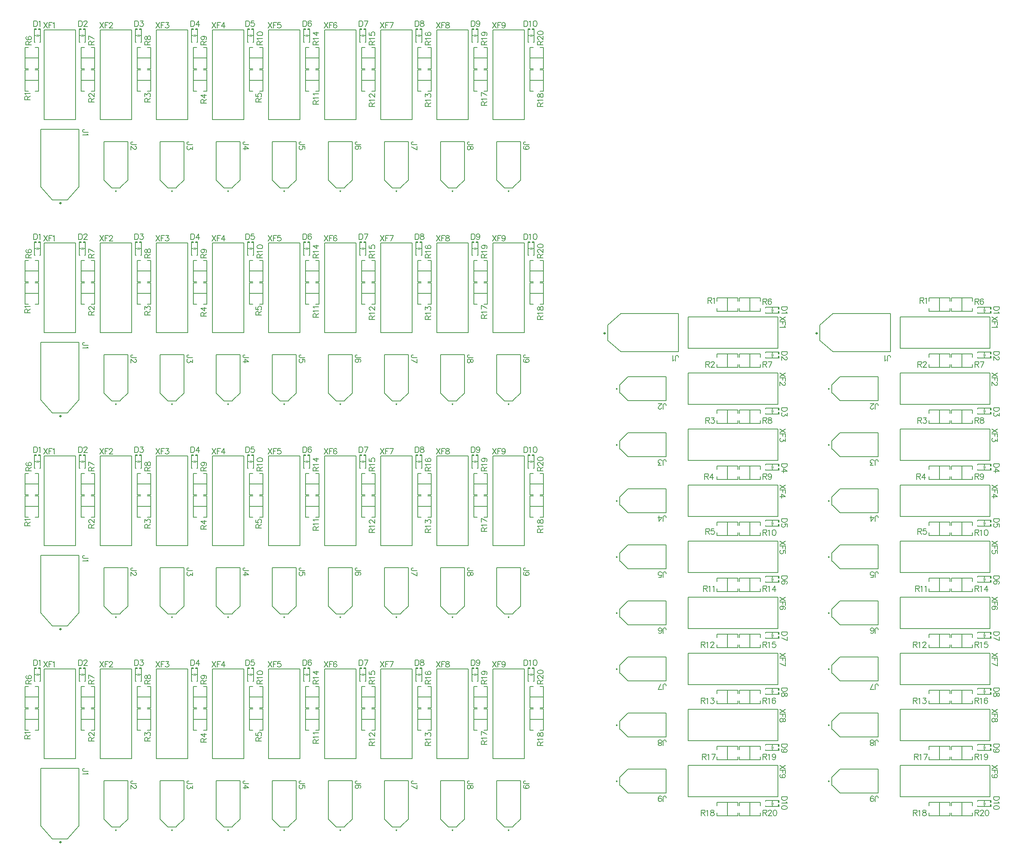
<source format=gto>
G04*
G04 #@! TF.GenerationSoftware,Altium Limited,Altium Designer,21.8.1 (53)*
G04*
G04 Layer_Color=65535*
%FSLAX44Y44*%
%MOMM*%
G71*
G04*
G04 #@! TF.SameCoordinates,EA1F17BB-6109-422B-8DE2-DB4FFD1B2ED1*
G04*
G04*
G04 #@! TF.FilePolarity,Positive*
G04*
G01*
G75*
%ADD12C,0.2540*%
%ADD13C,0.2032*%
%ADD27C,0.3000*%
%ADD28C,0.1270*%
%ADD29C,0.2000*%
%ADD30C,0.1000*%
%ADD31C,0.1500*%
D12*
X1527500Y900700D02*
G03*
X1527500Y900700I0J1000D01*
G01*
Y519700D02*
G03*
X1527500Y519700I0J1000D01*
G01*
Y265700D02*
G03*
X1527500Y265700I0J1000D01*
G01*
Y392700D02*
G03*
X1527500Y392700I0J1000D01*
G01*
Y773700D02*
G03*
X1527500Y773700I0J1000D01*
G01*
Y646700D02*
G03*
X1527500Y646700I0J1000D01*
G01*
Y1027700D02*
G03*
X1527500Y1027700I0J1000D01*
G01*
Y1154700D02*
G03*
X1527500Y1154700I0J1000D01*
G01*
X2007560Y900700D02*
G03*
X2007560Y900700I0J1000D01*
G01*
Y519700D02*
G03*
X2007560Y519700I0J1000D01*
G01*
Y265700D02*
G03*
X2007560Y265700I0J1000D01*
G01*
Y392700D02*
G03*
X2007560Y392700I0J1000D01*
G01*
Y773700D02*
G03*
X2007560Y773700I0J1000D01*
G01*
Y646700D02*
G03*
X2007560Y646700I0J1000D01*
G01*
Y1027700D02*
G03*
X2007560Y1027700I0J1000D01*
G01*
Y1154700D02*
G03*
X2007560Y1154700I0J1000D01*
G01*
X648700Y155900D02*
G03*
X648700Y155900I-1000J0D01*
G01*
X1029700D02*
G03*
X1029700Y155900I-1000J0D01*
G01*
X1283700D02*
G03*
X1283700Y155900I-1000J0D01*
G01*
X1156700D02*
G03*
X1156700Y155900I-1000J0D01*
G01*
X775700D02*
G03*
X775700Y155900I-1000J0D01*
G01*
X902700D02*
G03*
X902700Y155900I-1000J0D01*
G01*
X521700D02*
G03*
X521700Y155900I-1000J0D01*
G01*
X394700D02*
G03*
X394700Y155900I-1000J0D01*
G01*
X648700Y638500D02*
G03*
X648700Y638500I-1000J0D01*
G01*
X1029700D02*
G03*
X1029700Y638500I-1000J0D01*
G01*
X1283700D02*
G03*
X1283700Y638500I-1000J0D01*
G01*
X1156700D02*
G03*
X1156700Y638500I-1000J0D01*
G01*
X775700D02*
G03*
X775700Y638500I-1000J0D01*
G01*
X902700D02*
G03*
X902700Y638500I-1000J0D01*
G01*
X521700D02*
G03*
X521700Y638500I-1000J0D01*
G01*
X394700D02*
G03*
X394700Y638500I-1000J0D01*
G01*
X648700Y1121100D02*
G03*
X648700Y1121100I-1000J0D01*
G01*
X1029700D02*
G03*
X1029700Y1121100I-1000J0D01*
G01*
X1283700D02*
G03*
X1283700Y1121100I-1000J0D01*
G01*
X1156700D02*
G03*
X1156700Y1121100I-1000J0D01*
G01*
X775700D02*
G03*
X775700Y1121100I-1000J0D01*
G01*
X902700D02*
G03*
X902700Y1121100I-1000J0D01*
G01*
X521700D02*
G03*
X521700Y1121100I-1000J0D01*
G01*
X394700D02*
G03*
X394700Y1121100I-1000J0D01*
G01*
X648700Y1603700D02*
G03*
X648700Y1603700I-1000J0D01*
G01*
X1029700D02*
G03*
X1029700Y1603700I-1000J0D01*
G01*
X1283700D02*
G03*
X1283700Y1603700I-1000J0D01*
G01*
X1156700D02*
G03*
X1156700Y1603700I-1000J0D01*
G01*
X775700D02*
G03*
X775700Y1603700I-1000J0D01*
G01*
X902700D02*
G03*
X902700Y1603700I-1000J0D01*
G01*
X521700D02*
G03*
X521700Y1603700I-1000J0D01*
G01*
X394700D02*
G03*
X394700Y1603700I-1000J0D01*
G01*
D13*
X1858772Y1359408D02*
Y1346711D01*
Y1359408D02*
X1864214D01*
X1866028Y1358803D01*
X1866632Y1358199D01*
X1867237Y1356989D01*
Y1355780D01*
X1866632Y1354571D01*
X1866028Y1353966D01*
X1864214Y1353362D01*
X1858772D01*
X1863004D02*
X1867237Y1346711D01*
X1877334Y1357594D02*
X1876730Y1358803D01*
X1874916Y1359408D01*
X1873706D01*
X1871893Y1358803D01*
X1870683Y1356989D01*
X1870079Y1353966D01*
Y1350943D01*
X1870683Y1348525D01*
X1871893Y1347315D01*
X1873706Y1346711D01*
X1874311D01*
X1876125Y1347315D01*
X1877334Y1348525D01*
X1877939Y1350338D01*
Y1350943D01*
X1877334Y1352757D01*
X1876125Y1353966D01*
X1874311Y1354571D01*
X1873706D01*
X1871893Y1353966D01*
X1870683Y1352757D01*
X1870079Y1350943D01*
X1729232Y1217168D02*
Y1204471D01*
Y1217168D02*
X1734674D01*
X1736488Y1216563D01*
X1737092Y1215959D01*
X1737697Y1214750D01*
Y1213540D01*
X1737092Y1212331D01*
X1736488Y1211726D01*
X1734674Y1211122D01*
X1729232D01*
X1733464D02*
X1737697Y1204471D01*
X1741143Y1214145D02*
Y1214750D01*
X1741748Y1215959D01*
X1742352Y1216563D01*
X1743562Y1217168D01*
X1745980D01*
X1747190Y1216563D01*
X1747794Y1215959D01*
X1748399Y1214750D01*
Y1213540D01*
X1747794Y1212331D01*
X1746585Y1210517D01*
X1740539Y1204471D01*
X1749003D01*
X1734312Y1361948D02*
Y1349251D01*
Y1361948D02*
X1739754D01*
X1741568Y1361343D01*
X1742172Y1360739D01*
X1742777Y1359530D01*
Y1358320D01*
X1742172Y1357111D01*
X1741568Y1356506D01*
X1739754Y1355902D01*
X1734312D01*
X1738544D02*
X1742777Y1349251D01*
X1745619Y1359530D02*
X1746828Y1360134D01*
X1748642Y1361948D01*
Y1349251D01*
X1913128Y1240028D02*
X1900431D01*
X1913128D02*
Y1235796D01*
X1912523Y1233982D01*
X1911314Y1232772D01*
X1910105Y1232168D01*
X1908291Y1231563D01*
X1905268D01*
X1903454Y1232168D01*
X1902245Y1232772D01*
X1901035Y1233982D01*
X1900431Y1235796D01*
Y1240028D01*
X1910105Y1228117D02*
X1910710D01*
X1911919Y1227512D01*
X1912523Y1226908D01*
X1913128Y1225698D01*
Y1223280D01*
X1912523Y1222070D01*
X1911919Y1221466D01*
X1910710Y1220861D01*
X1909500D01*
X1908291Y1221466D01*
X1906477Y1222675D01*
X1900431Y1228721D01*
Y1220257D01*
X1913128Y1341628D02*
X1900431D01*
X1913128D02*
Y1337396D01*
X1912523Y1335582D01*
X1911314Y1334372D01*
X1910105Y1333768D01*
X1908291Y1333163D01*
X1905268D01*
X1903454Y1333768D01*
X1902245Y1334372D01*
X1901035Y1335582D01*
X1900431Y1337396D01*
Y1341628D01*
X1910710Y1330321D02*
X1911314Y1329112D01*
X1913128Y1327298D01*
X1900431D01*
X1909318Y1318768D02*
X1896621Y1310303D01*
X1909318D02*
X1896621Y1318768D01*
X1909318Y1307461D02*
X1896621D01*
X1909318D02*
Y1299601D01*
X1903272Y1307461D02*
Y1302624D01*
X1906900Y1298150D02*
X1907504Y1296941D01*
X1909318Y1295127D01*
X1896621D01*
X1726692Y963168D02*
Y950471D01*
Y963168D02*
X1732134D01*
X1733948Y962563D01*
X1734552Y961959D01*
X1735157Y960750D01*
Y959540D01*
X1734552Y958331D01*
X1733948Y957726D01*
X1732134Y957122D01*
X1726692D01*
X1730924D02*
X1735157Y950471D01*
X1744045Y963168D02*
X1737999Y954703D01*
X1747068D01*
X1744045Y963168D02*
Y950471D01*
X1632762Y855472D02*
Y865146D01*
X1633366Y866960D01*
X1633971Y867565D01*
X1635180Y868169D01*
X1636389D01*
X1637599Y867565D01*
X1638203Y866960D01*
X1638808Y865146D01*
Y863937D01*
X1623450Y855472D02*
X1629497Y863937D01*
X1620427D01*
X1623450Y855472D02*
Y868169D01*
X1913128Y986028D02*
X1900431D01*
X1913128D02*
Y981796D01*
X1912523Y979982D01*
X1911314Y978772D01*
X1910105Y978168D01*
X1908291Y977563D01*
X1905268D01*
X1903454Y978168D01*
X1902245Y978772D01*
X1901035Y979982D01*
X1900431Y981796D01*
Y986028D01*
X1913128Y968675D02*
X1904663Y974721D01*
Y965652D01*
X1913128Y968675D02*
X1900431D01*
X1632762Y347472D02*
Y357146D01*
X1633366Y358960D01*
X1633971Y359565D01*
X1635180Y360169D01*
X1636389D01*
X1637599Y359565D01*
X1638203Y358960D01*
X1638808Y357146D01*
Y355937D01*
X1626474Y347472D02*
X1628287Y348077D01*
X1628892Y349286D01*
Y350495D01*
X1628287Y351704D01*
X1627078Y352309D01*
X1624660Y352914D01*
X1622846Y353518D01*
X1621636Y354728D01*
X1621032Y355937D01*
Y357751D01*
X1621636Y358960D01*
X1622241Y359565D01*
X1624055Y360169D01*
X1626474D01*
X1628287Y359565D01*
X1628892Y358960D01*
X1629497Y357751D01*
Y355937D01*
X1628892Y354728D01*
X1627683Y353518D01*
X1625869Y352914D01*
X1623450Y352309D01*
X1622241Y351704D01*
X1621636Y350495D01*
Y349286D01*
X1622241Y348077D01*
X1624055Y347472D01*
X1626474D01*
X1632762Y601472D02*
Y611146D01*
X1633366Y612960D01*
X1633971Y613565D01*
X1635180Y614169D01*
X1636389D01*
X1637599Y613565D01*
X1638203Y612960D01*
X1638808Y611146D01*
Y609937D01*
X1622241Y603286D02*
X1622846Y602077D01*
X1624660Y601472D01*
X1625869D01*
X1627683Y602077D01*
X1628892Y603891D01*
X1629497Y606914D01*
Y609937D01*
X1628892Y612355D01*
X1627683Y613565D01*
X1625869Y614169D01*
X1625264D01*
X1623450Y613565D01*
X1622241Y612355D01*
X1621636Y610541D01*
Y609937D01*
X1622241Y608123D01*
X1623450Y606914D01*
X1625264Y606309D01*
X1625869D01*
X1627683Y606914D01*
X1628892Y608123D01*
X1629497Y609937D01*
X1660702Y1218692D02*
Y1228366D01*
X1661306Y1230180D01*
X1661911Y1230785D01*
X1663120Y1231389D01*
X1664330D01*
X1665539Y1230785D01*
X1666143Y1230180D01*
X1666748Y1228366D01*
Y1227157D01*
X1657437Y1221111D02*
X1656227Y1220506D01*
X1654413Y1218692D01*
Y1231389D01*
X1632762Y1109472D02*
Y1119146D01*
X1633366Y1120960D01*
X1633971Y1121565D01*
X1635180Y1122169D01*
X1636389D01*
X1637599Y1121565D01*
X1638203Y1120960D01*
X1638808Y1119146D01*
Y1117937D01*
X1628892Y1112495D02*
Y1111891D01*
X1628287Y1110681D01*
X1627683Y1110077D01*
X1626474Y1109472D01*
X1624055D01*
X1622846Y1110077D01*
X1622241Y1110681D01*
X1621636Y1111891D01*
Y1113100D01*
X1622241Y1114309D01*
X1623450Y1116123D01*
X1629497Y1122169D01*
X1621032D01*
X1909318Y302768D02*
X1896621Y294303D01*
X1909318D02*
X1896621Y302768D01*
X1909318Y291461D02*
X1896621D01*
X1909318D02*
Y283601D01*
X1903272Y291461D02*
Y286624D01*
X1905086Y274290D02*
X1903272Y274894D01*
X1902062Y276104D01*
X1901458Y277918D01*
Y278522D01*
X1902062Y280336D01*
X1903272Y281545D01*
X1905086Y282150D01*
X1905690D01*
X1907504Y281545D01*
X1908713Y280336D01*
X1909318Y278522D01*
Y277918D01*
X1908713Y276104D01*
X1907504Y274894D01*
X1905086Y274290D01*
X1902062D01*
X1899039Y274894D01*
X1897225Y276104D01*
X1896621Y277918D01*
Y279127D01*
X1897225Y280941D01*
X1898435Y281545D01*
X1909318Y429768D02*
X1896621Y421303D01*
X1909318D02*
X1896621Y429768D01*
X1909318Y418461D02*
X1896621D01*
X1909318D02*
Y410601D01*
X1903272Y418461D02*
Y413624D01*
X1909318Y406127D02*
X1908713Y407941D01*
X1907504Y408545D01*
X1906295D01*
X1905086Y407941D01*
X1904481Y406731D01*
X1903876Y404313D01*
X1903272Y402499D01*
X1902062Y401290D01*
X1900853Y400685D01*
X1899039D01*
X1897830Y401290D01*
X1897225Y401894D01*
X1896621Y403708D01*
Y406127D01*
X1897225Y407941D01*
X1897830Y408545D01*
X1899039Y409150D01*
X1900853D01*
X1902062Y408545D01*
X1903272Y407336D01*
X1903876Y405522D01*
X1904481Y403104D01*
X1905086Y401894D01*
X1906295Y401290D01*
X1907504D01*
X1908713Y401894D01*
X1909318Y403708D01*
Y406127D01*
Y556768D02*
X1896621Y548303D01*
X1909318D02*
X1896621Y556768D01*
X1909318Y545461D02*
X1896621D01*
X1909318D02*
Y537601D01*
X1903272Y545461D02*
Y540624D01*
X1909318Y527685D02*
X1896621Y533731D01*
X1909318Y536150D02*
Y527685D01*
Y683768D02*
X1896621Y675303D01*
X1909318D02*
X1896621Y683768D01*
X1909318Y672461D02*
X1896621D01*
X1909318D02*
Y664601D01*
X1903272Y672461D02*
Y667624D01*
X1907504Y655894D02*
X1908713Y656499D01*
X1909318Y658313D01*
Y659522D01*
X1908713Y661336D01*
X1906900Y662545D01*
X1903876Y663150D01*
X1900853D01*
X1898435Y662545D01*
X1897225Y661336D01*
X1896621Y659522D01*
Y658918D01*
X1897225Y657104D01*
X1898435Y655894D01*
X1900249Y655290D01*
X1900853D01*
X1902667Y655894D01*
X1903876Y657104D01*
X1904481Y658918D01*
Y659522D01*
X1903876Y661336D01*
X1902667Y662545D01*
X1900853Y663150D01*
X1909318Y810768D02*
X1896621Y802303D01*
X1909318D02*
X1896621Y810768D01*
X1909318Y799461D02*
X1896621D01*
X1909318D02*
Y791601D01*
X1903272Y799461D02*
Y794624D01*
X1909318Y782894D02*
Y788941D01*
X1903876Y789545D01*
X1904481Y788941D01*
X1905086Y787127D01*
Y785313D01*
X1904481Y783499D01*
X1903272Y782290D01*
X1901458Y781685D01*
X1900249D01*
X1898435Y782290D01*
X1897225Y783499D01*
X1896621Y785313D01*
Y787127D01*
X1897225Y788941D01*
X1897830Y789545D01*
X1899039Y790150D01*
X1909318Y937768D02*
X1896621Y929303D01*
X1909318D02*
X1896621Y937768D01*
X1909318Y926461D02*
X1896621D01*
X1909318D02*
Y918601D01*
X1903272Y926461D02*
Y921624D01*
X1909318Y911104D02*
X1900853Y917150D01*
Y908081D01*
X1909318Y911104D02*
X1896621D01*
X1909318Y1064768D02*
X1896621Y1056303D01*
X1909318D02*
X1896621Y1064768D01*
X1909318Y1053461D02*
X1896621D01*
X1909318D02*
Y1045601D01*
X1903272Y1053461D02*
Y1048624D01*
X1909318Y1042941D02*
Y1036290D01*
X1904481Y1039918D01*
Y1038104D01*
X1903876Y1036894D01*
X1903272Y1036290D01*
X1901458Y1035685D01*
X1900249D01*
X1898435Y1036290D01*
X1897225Y1037499D01*
X1896621Y1039313D01*
Y1041127D01*
X1897225Y1042941D01*
X1897830Y1043545D01*
X1899039Y1044150D01*
X1909318Y1191768D02*
X1896621Y1183303D01*
X1909318D02*
X1896621Y1191768D01*
X1909318Y1180461D02*
X1896621D01*
X1909318D02*
Y1172601D01*
X1903272Y1180461D02*
Y1175624D01*
X1906295Y1170545D02*
X1906900D01*
X1908109Y1169941D01*
X1908713Y1169336D01*
X1909318Y1168127D01*
Y1165708D01*
X1908713Y1164499D01*
X1908109Y1163894D01*
X1906900Y1163290D01*
X1905690D01*
X1904481Y1163894D01*
X1902667Y1165104D01*
X1896621Y1171150D01*
Y1162685D01*
X1858772Y201168D02*
Y188471D01*
Y201168D02*
X1864214D01*
X1866028Y200563D01*
X1866632Y199959D01*
X1867237Y198750D01*
Y197540D01*
X1866632Y196331D01*
X1866028Y195726D01*
X1864214Y195122D01*
X1858772D01*
X1863004D02*
X1867237Y188471D01*
X1870683Y198145D02*
Y198750D01*
X1871288Y199959D01*
X1871893Y200563D01*
X1873102Y201168D01*
X1875520D01*
X1876730Y200563D01*
X1877334Y199959D01*
X1877939Y198750D01*
Y197540D01*
X1877334Y196331D01*
X1876125Y194517D01*
X1870079Y188471D01*
X1878544D01*
X1885013Y201168D02*
X1883199Y200563D01*
X1881990Y198750D01*
X1881385Y195726D01*
Y193912D01*
X1881990Y190889D01*
X1883199Y189075D01*
X1885013Y188471D01*
X1886222D01*
X1888036Y189075D01*
X1889245Y190889D01*
X1889850Y193912D01*
Y195726D01*
X1889245Y198750D01*
X1888036Y200563D01*
X1886222Y201168D01*
X1885013D01*
X1858772Y328168D02*
Y315471D01*
Y328168D02*
X1864214D01*
X1866028Y327563D01*
X1866632Y326959D01*
X1867237Y325750D01*
Y324540D01*
X1866632Y323331D01*
X1866028Y322726D01*
X1864214Y322122D01*
X1858772D01*
X1863004D02*
X1867237Y315471D01*
X1870079Y325750D02*
X1871288Y326354D01*
X1873102Y328168D01*
Y315471D01*
X1887250Y323936D02*
X1886646Y322122D01*
X1885436Y320912D01*
X1883622Y320308D01*
X1883018D01*
X1881204Y320912D01*
X1879995Y322122D01*
X1879390Y323936D01*
Y324540D01*
X1879995Y326354D01*
X1881204Y327563D01*
X1883018Y328168D01*
X1883622D01*
X1885436Y327563D01*
X1886646Y326354D01*
X1887250Y323936D01*
Y320912D01*
X1886646Y317889D01*
X1885436Y316075D01*
X1883622Y315471D01*
X1882413D01*
X1880599Y316075D01*
X1879995Y317285D01*
X1719072Y201168D02*
Y188471D01*
Y201168D02*
X1724514D01*
X1726328Y200563D01*
X1726932Y199959D01*
X1727537Y198750D01*
Y197540D01*
X1726932Y196331D01*
X1726328Y195726D01*
X1724514Y195122D01*
X1719072D01*
X1723304D02*
X1727537Y188471D01*
X1730379Y198750D02*
X1731588Y199354D01*
X1733402Y201168D01*
Y188471D01*
X1742713Y201168D02*
X1740899Y200563D01*
X1740295Y199354D01*
Y198145D01*
X1740899Y196936D01*
X1742108Y196331D01*
X1744527Y195726D01*
X1746341Y195122D01*
X1747550Y193912D01*
X1748155Y192703D01*
Y190889D01*
X1747550Y189680D01*
X1746946Y189075D01*
X1745132Y188471D01*
X1742713D01*
X1740899Y189075D01*
X1740295Y189680D01*
X1739690Y190889D01*
Y192703D01*
X1740295Y193912D01*
X1741504Y195122D01*
X1743318Y195726D01*
X1745736Y196331D01*
X1746946Y196936D01*
X1747550Y198145D01*
Y199354D01*
X1746946Y200563D01*
X1745132Y201168D01*
X1742713D01*
X1721612Y328168D02*
Y315471D01*
Y328168D02*
X1727054D01*
X1728868Y327563D01*
X1729472Y326959D01*
X1730077Y325750D01*
Y324540D01*
X1729472Y323331D01*
X1728868Y322726D01*
X1727054Y322122D01*
X1721612D01*
X1725844D02*
X1730077Y315471D01*
X1732919Y325750D02*
X1734128Y326354D01*
X1735942Y328168D01*
Y315471D01*
X1750695Y328168D02*
X1744648Y315471D01*
X1742230Y328168D02*
X1750695D01*
X1858772Y455168D02*
Y442471D01*
Y455168D02*
X1864214D01*
X1866028Y454563D01*
X1866632Y453959D01*
X1867237Y452749D01*
Y451540D01*
X1866632Y450331D01*
X1866028Y449726D01*
X1864214Y449122D01*
X1858772D01*
X1863004D02*
X1867237Y442471D01*
X1870079Y452749D02*
X1871288Y453354D01*
X1873102Y455168D01*
Y442471D01*
X1886646Y453354D02*
X1886041Y454563D01*
X1884227Y455168D01*
X1883018D01*
X1881204Y454563D01*
X1879995Y452749D01*
X1879390Y449726D01*
Y446703D01*
X1879995Y444285D01*
X1881204Y443075D01*
X1883018Y442471D01*
X1883622D01*
X1885436Y443075D01*
X1886646Y444285D01*
X1887250Y446099D01*
Y446703D01*
X1886646Y448517D01*
X1885436Y449726D01*
X1883622Y450331D01*
X1883018D01*
X1881204Y449726D01*
X1879995Y448517D01*
X1879390Y446703D01*
X1858772Y582168D02*
Y569471D01*
Y582168D02*
X1864214D01*
X1866028Y581563D01*
X1866632Y580959D01*
X1867237Y579749D01*
Y578540D01*
X1866632Y577331D01*
X1866028Y576726D01*
X1864214Y576122D01*
X1858772D01*
X1863004D02*
X1867237Y569471D01*
X1870079Y579749D02*
X1871288Y580354D01*
X1873102Y582168D01*
Y569471D01*
X1886646Y582168D02*
X1880599D01*
X1879995Y576726D01*
X1880599Y577331D01*
X1882413Y577936D01*
X1884227D01*
X1886041Y577331D01*
X1887250Y576122D01*
X1887855Y574308D01*
Y573098D01*
X1887250Y571285D01*
X1886041Y570075D01*
X1884227Y569471D01*
X1882413D01*
X1880599Y570075D01*
X1879995Y570680D01*
X1879390Y571889D01*
X1858772Y709168D02*
Y696471D01*
Y709168D02*
X1864214D01*
X1866028Y708563D01*
X1866632Y707959D01*
X1867237Y706749D01*
Y705540D01*
X1866632Y704331D01*
X1866028Y703726D01*
X1864214Y703122D01*
X1858772D01*
X1863004D02*
X1867237Y696471D01*
X1870079Y706749D02*
X1871288Y707354D01*
X1873102Y709168D01*
Y696471D01*
X1885436Y709168D02*
X1879390Y700703D01*
X1888459D01*
X1885436Y709168D02*
Y696471D01*
X1719072Y455168D02*
Y442471D01*
Y455168D02*
X1724514D01*
X1726328Y454563D01*
X1726932Y453959D01*
X1727537Y452749D01*
Y451540D01*
X1726932Y450331D01*
X1726328Y449726D01*
X1724514Y449122D01*
X1719072D01*
X1723304D02*
X1727537Y442471D01*
X1730379Y452749D02*
X1731588Y453354D01*
X1733402Y455168D01*
Y442471D01*
X1740899Y455168D02*
X1747550D01*
X1743922Y450331D01*
X1745736D01*
X1746946Y449726D01*
X1747550Y449122D01*
X1748155Y447308D01*
Y446099D01*
X1747550Y444285D01*
X1746341Y443075D01*
X1744527Y442471D01*
X1742713D01*
X1740899Y443075D01*
X1740295Y443680D01*
X1739690Y444889D01*
X1719072Y582168D02*
Y569471D01*
Y582168D02*
X1724514D01*
X1726328Y581563D01*
X1726932Y580959D01*
X1727537Y579749D01*
Y578540D01*
X1726932Y577331D01*
X1726328Y576726D01*
X1724514Y576122D01*
X1719072D01*
X1723304D02*
X1727537Y569471D01*
X1730379Y579749D02*
X1731588Y580354D01*
X1733402Y582168D01*
Y569471D01*
X1740295Y579145D02*
Y579749D01*
X1740899Y580959D01*
X1741504Y581563D01*
X1742713Y582168D01*
X1745132D01*
X1746341Y581563D01*
X1746946Y580959D01*
X1747550Y579749D01*
Y578540D01*
X1746946Y577331D01*
X1745736Y575517D01*
X1739690Y569471D01*
X1748155D01*
X1724152Y709168D02*
Y696471D01*
Y709168D02*
X1729594D01*
X1731408Y708563D01*
X1732012Y707959D01*
X1732617Y706749D01*
Y705540D01*
X1732012Y704331D01*
X1731408Y703726D01*
X1729594Y703122D01*
X1724152D01*
X1728384D02*
X1732617Y696471D01*
X1735459Y706749D02*
X1736668Y707354D01*
X1738482Y709168D01*
Y696471D01*
X1744770Y706749D02*
X1745979Y707354D01*
X1747793Y709168D01*
Y696471D01*
X1858772Y1090168D02*
Y1077471D01*
Y1090168D02*
X1864214D01*
X1866028Y1089563D01*
X1866632Y1088959D01*
X1867237Y1087749D01*
Y1086540D01*
X1866632Y1085331D01*
X1866028Y1084726D01*
X1864214Y1084122D01*
X1858772D01*
X1863004D02*
X1867237Y1077471D01*
X1873102Y1090168D02*
X1871288Y1089563D01*
X1870683Y1088354D01*
Y1087145D01*
X1871288Y1085936D01*
X1872497Y1085331D01*
X1874916Y1084726D01*
X1876730Y1084122D01*
X1877939Y1082912D01*
X1878544Y1081703D01*
Y1079889D01*
X1877939Y1078680D01*
X1877334Y1078075D01*
X1875520Y1077471D01*
X1873102D01*
X1871288Y1078075D01*
X1870683Y1078680D01*
X1870079Y1079889D01*
Y1081703D01*
X1870683Y1082912D01*
X1871893Y1084122D01*
X1873706Y1084726D01*
X1876125Y1085331D01*
X1877334Y1085936D01*
X1877939Y1087145D01*
Y1088354D01*
X1877334Y1089563D01*
X1875520Y1090168D01*
X1873102D01*
X1858772Y1217168D02*
Y1204471D01*
Y1217168D02*
X1864214D01*
X1866028Y1216563D01*
X1866632Y1215959D01*
X1867237Y1214750D01*
Y1213540D01*
X1866632Y1212331D01*
X1866028Y1211726D01*
X1864214Y1211122D01*
X1858772D01*
X1863004D02*
X1867237Y1204471D01*
X1878544Y1217168D02*
X1872497Y1204471D01*
X1870079Y1217168D02*
X1878544D01*
X1858772Y836168D02*
Y823471D01*
Y836168D02*
X1864214D01*
X1866028Y835563D01*
X1866632Y834959D01*
X1867237Y833749D01*
Y832540D01*
X1866632Y831331D01*
X1866028Y830726D01*
X1864214Y830122D01*
X1858772D01*
X1863004D02*
X1867237Y823471D01*
X1870079Y833749D02*
X1871288Y834354D01*
X1873102Y836168D01*
Y823471D01*
X1883018Y836168D02*
X1881204Y835563D01*
X1879995Y833749D01*
X1879390Y830726D01*
Y828912D01*
X1879995Y825889D01*
X1881204Y824075D01*
X1883018Y823471D01*
X1884227D01*
X1886041Y824075D01*
X1887250Y825889D01*
X1887855Y828912D01*
Y830726D01*
X1887250Y833749D01*
X1886041Y835563D01*
X1884227Y836168D01*
X1883018D01*
X1858772Y963168D02*
Y950471D01*
Y963168D02*
X1864214D01*
X1866028Y962563D01*
X1866632Y961959D01*
X1867237Y960750D01*
Y959540D01*
X1866632Y958331D01*
X1866028Y957726D01*
X1864214Y957122D01*
X1858772D01*
X1863004D02*
X1867237Y950471D01*
X1877939Y958936D02*
X1877334Y957122D01*
X1876125Y955912D01*
X1874311Y955308D01*
X1873706D01*
X1871893Y955912D01*
X1870683Y957122D01*
X1870079Y958936D01*
Y959540D01*
X1870683Y961354D01*
X1871893Y962563D01*
X1873706Y963168D01*
X1874311D01*
X1876125Y962563D01*
X1877334Y961354D01*
X1877939Y958936D01*
Y955912D01*
X1877334Y952889D01*
X1876125Y951075D01*
X1874311Y950471D01*
X1873102D01*
X1871288Y951075D01*
X1870683Y952285D01*
X1729232Y838708D02*
Y826011D01*
Y838708D02*
X1734674D01*
X1736488Y838103D01*
X1737092Y837499D01*
X1737697Y836290D01*
Y835080D01*
X1737092Y833871D01*
X1736488Y833266D01*
X1734674Y832662D01*
X1729232D01*
X1733464D02*
X1737697Y826011D01*
X1747794Y838708D02*
X1741748D01*
X1741143Y833266D01*
X1741748Y833871D01*
X1743562Y834476D01*
X1745376D01*
X1747190Y833871D01*
X1748399Y832662D01*
X1749003Y830848D01*
Y829639D01*
X1748399Y827825D01*
X1747190Y826615D01*
X1745376Y826011D01*
X1743562D01*
X1741748Y826615D01*
X1741143Y827220D01*
X1740539Y828429D01*
X1729232Y1090168D02*
Y1077471D01*
Y1090168D02*
X1734674D01*
X1736488Y1089563D01*
X1737092Y1088959D01*
X1737697Y1087749D01*
Y1086540D01*
X1737092Y1085331D01*
X1736488Y1084726D01*
X1734674Y1084122D01*
X1729232D01*
X1733464D02*
X1737697Y1077471D01*
X1741748Y1090168D02*
X1748399D01*
X1744771Y1085331D01*
X1746585D01*
X1747794Y1084726D01*
X1748399Y1084122D01*
X1749003Y1082308D01*
Y1081098D01*
X1748399Y1079285D01*
X1747190Y1078075D01*
X1745376Y1077471D01*
X1743562D01*
X1741748Y1078075D01*
X1741143Y1078680D01*
X1740539Y1079889D01*
X1632762Y220472D02*
Y230146D01*
X1633366Y231960D01*
X1633971Y232565D01*
X1635180Y233169D01*
X1636389D01*
X1637599Y232565D01*
X1638203Y231960D01*
X1638808Y230146D01*
Y228937D01*
X1621636Y224704D02*
X1622241Y226518D01*
X1623450Y227728D01*
X1625264Y228332D01*
X1625869D01*
X1627683Y227728D01*
X1628892Y226518D01*
X1629497Y224704D01*
Y224100D01*
X1628892Y222286D01*
X1627683Y221077D01*
X1625869Y220472D01*
X1625264D01*
X1623450Y221077D01*
X1622241Y222286D01*
X1621636Y224704D01*
Y227728D01*
X1622241Y230751D01*
X1623450Y232565D01*
X1625264Y233169D01*
X1626474D01*
X1628287Y232565D01*
X1628892Y231355D01*
X1632762Y474472D02*
Y484146D01*
X1633366Y485960D01*
X1633971Y486565D01*
X1635180Y487169D01*
X1636389D01*
X1637599Y486565D01*
X1638203Y485960D01*
X1638808Y484146D01*
Y482937D01*
X1621032Y474472D02*
X1627078Y487169D01*
X1629497Y474472D02*
X1621032D01*
X1632762Y728472D02*
Y738146D01*
X1633366Y739960D01*
X1633971Y740565D01*
X1635180Y741169D01*
X1636389D01*
X1637599Y740565D01*
X1638203Y739960D01*
X1638808Y738146D01*
Y736937D01*
X1622241Y728472D02*
X1628287D01*
X1628892Y733914D01*
X1628287Y733309D01*
X1626474Y732704D01*
X1624660D01*
X1622846Y733309D01*
X1621636Y734518D01*
X1621032Y736332D01*
Y737542D01*
X1621636Y739355D01*
X1622846Y740565D01*
X1624660Y741169D01*
X1626474D01*
X1628287Y740565D01*
X1628892Y739960D01*
X1629497Y738751D01*
X1632762Y982472D02*
Y992146D01*
X1633366Y993960D01*
X1633971Y994565D01*
X1635180Y995169D01*
X1636389D01*
X1637599Y994565D01*
X1638203Y993960D01*
X1638808Y992146D01*
Y990937D01*
X1628287Y982472D02*
X1621636D01*
X1625264Y987309D01*
X1623450D01*
X1622241Y987914D01*
X1621636Y988518D01*
X1621032Y990332D01*
Y991542D01*
X1621636Y993355D01*
X1622846Y994565D01*
X1624660Y995169D01*
X1626474D01*
X1628287Y994565D01*
X1628892Y993960D01*
X1629497Y992751D01*
X1913128Y231648D02*
X1900431D01*
X1913128D02*
Y227416D01*
X1912523Y225602D01*
X1911314Y224392D01*
X1910105Y223788D01*
X1908291Y223183D01*
X1905268D01*
X1903454Y223788D01*
X1902245Y224392D01*
X1901035Y225602D01*
X1900431Y227416D01*
Y231648D01*
X1910710Y220341D02*
X1911314Y219132D01*
X1913128Y217318D01*
X1900431D01*
X1913128Y207402D02*
X1912523Y209216D01*
X1910710Y210425D01*
X1907686Y211030D01*
X1905872D01*
X1902849Y210425D01*
X1901035Y209216D01*
X1900431Y207402D01*
Y206193D01*
X1901035Y204379D01*
X1902849Y203170D01*
X1905872Y202565D01*
X1907686D01*
X1910710Y203170D01*
X1912523Y204379D01*
X1913128Y206193D01*
Y207402D01*
Y351028D02*
X1900431D01*
X1913128D02*
Y346796D01*
X1912523Y344982D01*
X1911314Y343772D01*
X1910105Y343168D01*
X1908291Y342563D01*
X1905268D01*
X1903454Y343168D01*
X1902245Y343772D01*
X1901035Y344982D01*
X1900431Y346796D01*
Y351028D01*
X1908896Y331861D02*
X1907082Y332466D01*
X1905872Y333675D01*
X1905268Y335489D01*
Y336094D01*
X1905872Y337907D01*
X1907082Y339117D01*
X1908896Y339721D01*
X1909500D01*
X1911314Y339117D01*
X1912523Y337907D01*
X1913128Y336094D01*
Y335489D01*
X1912523Y333675D01*
X1911314Y332466D01*
X1908896Y331861D01*
X1905872D01*
X1902849Y332466D01*
X1901035Y333675D01*
X1900431Y335489D01*
Y336698D01*
X1901035Y338512D01*
X1902245Y339117D01*
X1913128Y478028D02*
X1900431D01*
X1913128D02*
Y473796D01*
X1912523Y471982D01*
X1911314Y470772D01*
X1910105Y470168D01*
X1908291Y469563D01*
X1905268D01*
X1903454Y470168D01*
X1902245Y470772D01*
X1901035Y471982D01*
X1900431Y473796D01*
Y478028D01*
X1913128Y463698D02*
X1912523Y465512D01*
X1911314Y466117D01*
X1910105D01*
X1908896Y465512D01*
X1908291Y464303D01*
X1907686Y461884D01*
X1907082Y460070D01*
X1905872Y458861D01*
X1904663Y458256D01*
X1902849D01*
X1901640Y458861D01*
X1901035Y459466D01*
X1900431Y461280D01*
Y463698D01*
X1901035Y465512D01*
X1901640Y466117D01*
X1902849Y466721D01*
X1904663D01*
X1905872Y466117D01*
X1907082Y464907D01*
X1907686Y463094D01*
X1908291Y460675D01*
X1908896Y459466D01*
X1910105Y458861D01*
X1911314D01*
X1912523Y459466D01*
X1913128Y461280D01*
Y463698D01*
Y605028D02*
X1900431D01*
X1913128D02*
Y600796D01*
X1912523Y598982D01*
X1911314Y597772D01*
X1910105Y597168D01*
X1908291Y596563D01*
X1905268D01*
X1903454Y597168D01*
X1902245Y597772D01*
X1901035Y598982D01*
X1900431Y600796D01*
Y605028D01*
X1913128Y585257D02*
X1900431Y591303D01*
X1913128Y593721D02*
Y585257D01*
Y732028D02*
X1900431D01*
X1913128D02*
Y727796D01*
X1912523Y725982D01*
X1911314Y724772D01*
X1910105Y724168D01*
X1908291Y723563D01*
X1905268D01*
X1903454Y724168D01*
X1902245Y724772D01*
X1901035Y725982D01*
X1900431Y727796D01*
Y732028D01*
X1911314Y713466D02*
X1912523Y714070D01*
X1913128Y715884D01*
Y717094D01*
X1912523Y718907D01*
X1910710Y720117D01*
X1907686Y720721D01*
X1904663D01*
X1902245Y720117D01*
X1901035Y718907D01*
X1900431Y717094D01*
Y716489D01*
X1901035Y714675D01*
X1902245Y713466D01*
X1904059Y712861D01*
X1904663D01*
X1906477Y713466D01*
X1907686Y714675D01*
X1908291Y716489D01*
Y717094D01*
X1907686Y718907D01*
X1906477Y720117D01*
X1904663Y720721D01*
X1913128Y861568D02*
X1900431D01*
X1913128D02*
Y857336D01*
X1912523Y855522D01*
X1911314Y854312D01*
X1910105Y853708D01*
X1908291Y853103D01*
X1905268D01*
X1903454Y853708D01*
X1902245Y854312D01*
X1901035Y855522D01*
X1900431Y857336D01*
Y861568D01*
X1913128Y843006D02*
Y849052D01*
X1907686Y849657D01*
X1908291Y849052D01*
X1908896Y847238D01*
Y845424D01*
X1908291Y843610D01*
X1907082Y842401D01*
X1905268Y841796D01*
X1904059D01*
X1902245Y842401D01*
X1901035Y843610D01*
X1900431Y845424D01*
Y847238D01*
X1901035Y849052D01*
X1901640Y849657D01*
X1902849Y850261D01*
X1913128Y1113028D02*
X1900431D01*
X1913128D02*
Y1108796D01*
X1912523Y1106982D01*
X1911314Y1105772D01*
X1910105Y1105168D01*
X1908291Y1104563D01*
X1905268D01*
X1903454Y1105168D01*
X1902245Y1105772D01*
X1901035Y1106982D01*
X1900431Y1108796D01*
Y1113028D01*
X1913128Y1100512D02*
Y1093861D01*
X1908291Y1097489D01*
Y1095675D01*
X1907686Y1094466D01*
X1907082Y1093861D01*
X1905268Y1093257D01*
X1904059D01*
X1902245Y1093861D01*
X1901035Y1095070D01*
X1900431Y1096884D01*
Y1098698D01*
X1901035Y1100512D01*
X1901640Y1101117D01*
X1902849Y1101721D01*
X2338832Y1359408D02*
Y1346711D01*
Y1359408D02*
X2344274D01*
X2346088Y1358803D01*
X2346692Y1358199D01*
X2347297Y1356989D01*
Y1355780D01*
X2346692Y1354571D01*
X2346088Y1353966D01*
X2344274Y1353362D01*
X2338832D01*
X2343064D02*
X2347297Y1346711D01*
X2357394Y1357594D02*
X2356790Y1358803D01*
X2354976Y1359408D01*
X2353766D01*
X2351953Y1358803D01*
X2350743Y1356989D01*
X2350139Y1353966D01*
Y1350943D01*
X2350743Y1348525D01*
X2351953Y1347315D01*
X2353766Y1346711D01*
X2354371D01*
X2356185Y1347315D01*
X2357394Y1348525D01*
X2357999Y1350338D01*
Y1350943D01*
X2357394Y1352757D01*
X2356185Y1353966D01*
X2354371Y1354571D01*
X2353766D01*
X2351953Y1353966D01*
X2350743Y1352757D01*
X2350139Y1350943D01*
X2209292Y1217168D02*
Y1204471D01*
Y1217168D02*
X2214734D01*
X2216548Y1216563D01*
X2217152Y1215959D01*
X2217757Y1214750D01*
Y1213540D01*
X2217152Y1212331D01*
X2216548Y1211726D01*
X2214734Y1211122D01*
X2209292D01*
X2213524D02*
X2217757Y1204471D01*
X2221203Y1214145D02*
Y1214750D01*
X2221808Y1215959D01*
X2222413Y1216563D01*
X2223622Y1217168D01*
X2226040D01*
X2227250Y1216563D01*
X2227854Y1215959D01*
X2228459Y1214750D01*
Y1213540D01*
X2227854Y1212331D01*
X2226645Y1210517D01*
X2220599Y1204471D01*
X2229064D01*
X2214372Y1361948D02*
Y1349251D01*
Y1361948D02*
X2219814D01*
X2221628Y1361343D01*
X2222232Y1360739D01*
X2222837Y1359530D01*
Y1358320D01*
X2222232Y1357111D01*
X2221628Y1356506D01*
X2219814Y1355902D01*
X2214372D01*
X2218604D02*
X2222837Y1349251D01*
X2225679Y1359530D02*
X2226888Y1360134D01*
X2228702Y1361948D01*
Y1349251D01*
X2393188Y1240028D02*
X2380491D01*
X2393188D02*
Y1235796D01*
X2392583Y1233982D01*
X2391374Y1232772D01*
X2390165Y1232168D01*
X2388351Y1231563D01*
X2385328D01*
X2383514Y1232168D01*
X2382305Y1232772D01*
X2381095Y1233982D01*
X2380491Y1235796D01*
Y1240028D01*
X2390165Y1228117D02*
X2390770D01*
X2391979Y1227512D01*
X2392583Y1226908D01*
X2393188Y1225698D01*
Y1223280D01*
X2392583Y1222070D01*
X2391979Y1221466D01*
X2390770Y1220861D01*
X2389560D01*
X2388351Y1221466D01*
X2386537Y1222675D01*
X2380491Y1228721D01*
Y1220257D01*
X2393188Y1341628D02*
X2380491D01*
X2393188D02*
Y1337396D01*
X2392583Y1335582D01*
X2391374Y1334372D01*
X2390165Y1333768D01*
X2388351Y1333163D01*
X2385328D01*
X2383514Y1333768D01*
X2382305Y1334372D01*
X2381095Y1335582D01*
X2380491Y1337396D01*
Y1341628D01*
X2390770Y1330321D02*
X2391374Y1329112D01*
X2393188Y1327298D01*
X2380491D01*
X2389378Y1318768D02*
X2376681Y1310303D01*
X2389378D02*
X2376681Y1318768D01*
X2389378Y1307461D02*
X2376681D01*
X2389378D02*
Y1299601D01*
X2383332Y1307461D02*
Y1302624D01*
X2386960Y1298150D02*
X2387564Y1296941D01*
X2389378Y1295127D01*
X2376681D01*
X2206752Y963168D02*
Y950471D01*
Y963168D02*
X2212194D01*
X2214008Y962563D01*
X2214612Y961959D01*
X2215217Y960750D01*
Y959540D01*
X2214612Y958331D01*
X2214008Y957726D01*
X2212194Y957122D01*
X2206752D01*
X2210984D02*
X2215217Y950471D01*
X2224105Y963168D02*
X2218059Y954703D01*
X2227128D01*
X2224105Y963168D02*
Y950471D01*
X2112822Y855472D02*
Y865146D01*
X2113426Y866960D01*
X2114031Y867565D01*
X2115240Y868169D01*
X2116449D01*
X2117659Y867565D01*
X2118263Y866960D01*
X2118868Y865146D01*
Y863937D01*
X2103510Y855472D02*
X2109557Y863937D01*
X2100487D01*
X2103510Y855472D02*
Y868169D01*
X2393188Y986028D02*
X2380491D01*
X2393188D02*
Y981796D01*
X2392583Y979982D01*
X2391374Y978772D01*
X2390165Y978168D01*
X2388351Y977563D01*
X2385328D01*
X2383514Y978168D01*
X2382305Y978772D01*
X2381095Y979982D01*
X2380491Y981796D01*
Y986028D01*
X2393188Y968675D02*
X2384723Y974721D01*
Y965652D01*
X2393188Y968675D02*
X2380491D01*
X2112822Y347472D02*
Y357146D01*
X2113426Y358960D01*
X2114031Y359565D01*
X2115240Y360169D01*
X2116449D01*
X2117659Y359565D01*
X2118263Y358960D01*
X2118868Y357146D01*
Y355937D01*
X2106534Y347472D02*
X2108347Y348077D01*
X2108952Y349286D01*
Y350495D01*
X2108347Y351704D01*
X2107138Y352309D01*
X2104720Y352914D01*
X2102906Y353518D01*
X2101696Y354728D01*
X2101092Y355937D01*
Y357751D01*
X2101696Y358960D01*
X2102301Y359565D01*
X2104115Y360169D01*
X2106534D01*
X2108347Y359565D01*
X2108952Y358960D01*
X2109557Y357751D01*
Y355937D01*
X2108952Y354728D01*
X2107743Y353518D01*
X2105929Y352914D01*
X2103510Y352309D01*
X2102301Y351704D01*
X2101696Y350495D01*
Y349286D01*
X2102301Y348077D01*
X2104115Y347472D01*
X2106534D01*
X2112822Y601472D02*
Y611146D01*
X2113426Y612960D01*
X2114031Y613565D01*
X2115240Y614169D01*
X2116449D01*
X2117659Y613565D01*
X2118263Y612960D01*
X2118868Y611146D01*
Y609937D01*
X2102301Y603286D02*
X2102906Y602077D01*
X2104720Y601472D01*
X2105929D01*
X2107743Y602077D01*
X2108952Y603891D01*
X2109557Y606914D01*
Y609937D01*
X2108952Y612355D01*
X2107743Y613565D01*
X2105929Y614169D01*
X2105324D01*
X2103510Y613565D01*
X2102301Y612355D01*
X2101696Y610541D01*
Y609937D01*
X2102301Y608123D01*
X2103510Y606914D01*
X2105324Y606309D01*
X2105929D01*
X2107743Y606914D01*
X2108952Y608123D01*
X2109557Y609937D01*
X2140762Y1218692D02*
Y1228366D01*
X2141366Y1230180D01*
X2141971Y1230785D01*
X2143180Y1231389D01*
X2144389D01*
X2145599Y1230785D01*
X2146203Y1230180D01*
X2146808Y1228366D01*
Y1227157D01*
X2137497Y1221111D02*
X2136287Y1220506D01*
X2134474Y1218692D01*
Y1231389D01*
X2112822Y1109472D02*
Y1119146D01*
X2113426Y1120960D01*
X2114031Y1121565D01*
X2115240Y1122169D01*
X2116449D01*
X2117659Y1121565D01*
X2118263Y1120960D01*
X2118868Y1119146D01*
Y1117937D01*
X2108952Y1112495D02*
Y1111891D01*
X2108347Y1110681D01*
X2107743Y1110077D01*
X2106534Y1109472D01*
X2104115D01*
X2102906Y1110077D01*
X2102301Y1110681D01*
X2101696Y1111891D01*
Y1113100D01*
X2102301Y1114309D01*
X2103510Y1116123D01*
X2109557Y1122169D01*
X2101092D01*
X2389378Y302768D02*
X2376681Y294303D01*
X2389378D02*
X2376681Y302768D01*
X2389378Y291461D02*
X2376681D01*
X2389378D02*
Y283601D01*
X2383332Y291461D02*
Y286624D01*
X2385146Y274290D02*
X2383332Y274894D01*
X2382122Y276104D01*
X2381518Y277918D01*
Y278522D01*
X2382122Y280336D01*
X2383332Y281545D01*
X2385146Y282150D01*
X2385750D01*
X2387564Y281545D01*
X2388773Y280336D01*
X2389378Y278522D01*
Y277918D01*
X2388773Y276104D01*
X2387564Y274894D01*
X2385146Y274290D01*
X2382122D01*
X2379099Y274894D01*
X2377285Y276104D01*
X2376681Y277918D01*
Y279127D01*
X2377285Y280941D01*
X2378495Y281545D01*
X2389378Y429768D02*
X2376681Y421303D01*
X2389378D02*
X2376681Y429768D01*
X2389378Y418461D02*
X2376681D01*
X2389378D02*
Y410601D01*
X2383332Y418461D02*
Y413624D01*
X2389378Y406127D02*
X2388773Y407941D01*
X2387564Y408545D01*
X2386355D01*
X2385146Y407941D01*
X2384541Y406731D01*
X2383936Y404313D01*
X2383332Y402499D01*
X2382122Y401290D01*
X2380913Y400685D01*
X2379099D01*
X2377890Y401290D01*
X2377285Y401894D01*
X2376681Y403708D01*
Y406127D01*
X2377285Y407941D01*
X2377890Y408545D01*
X2379099Y409150D01*
X2380913D01*
X2382122Y408545D01*
X2383332Y407336D01*
X2383936Y405522D01*
X2384541Y403104D01*
X2385146Y401894D01*
X2386355Y401290D01*
X2387564D01*
X2388773Y401894D01*
X2389378Y403708D01*
Y406127D01*
Y556768D02*
X2376681Y548303D01*
X2389378D02*
X2376681Y556768D01*
X2389378Y545461D02*
X2376681D01*
X2389378D02*
Y537601D01*
X2383332Y545461D02*
Y540624D01*
X2389378Y527685D02*
X2376681Y533731D01*
X2389378Y536150D02*
Y527685D01*
Y683768D02*
X2376681Y675303D01*
X2389378D02*
X2376681Y683768D01*
X2389378Y672461D02*
X2376681D01*
X2389378D02*
Y664601D01*
X2383332Y672461D02*
Y667624D01*
X2387564Y655894D02*
X2388773Y656499D01*
X2389378Y658313D01*
Y659522D01*
X2388773Y661336D01*
X2386960Y662545D01*
X2383936Y663150D01*
X2380913D01*
X2378495Y662545D01*
X2377285Y661336D01*
X2376681Y659522D01*
Y658918D01*
X2377285Y657104D01*
X2378495Y655894D01*
X2380309Y655290D01*
X2380913D01*
X2382727Y655894D01*
X2383936Y657104D01*
X2384541Y658918D01*
Y659522D01*
X2383936Y661336D01*
X2382727Y662545D01*
X2380913Y663150D01*
X2389378Y810768D02*
X2376681Y802303D01*
X2389378D02*
X2376681Y810768D01*
X2389378Y799461D02*
X2376681D01*
X2389378D02*
Y791601D01*
X2383332Y799461D02*
Y794624D01*
X2389378Y782894D02*
Y788941D01*
X2383936Y789545D01*
X2384541Y788941D01*
X2385146Y787127D01*
Y785313D01*
X2384541Y783499D01*
X2383332Y782290D01*
X2381518Y781685D01*
X2380309D01*
X2378495Y782290D01*
X2377285Y783499D01*
X2376681Y785313D01*
Y787127D01*
X2377285Y788941D01*
X2377890Y789545D01*
X2379099Y790150D01*
X2389378Y937768D02*
X2376681Y929303D01*
X2389378D02*
X2376681Y937768D01*
X2389378Y926461D02*
X2376681D01*
X2389378D02*
Y918601D01*
X2383332Y926461D02*
Y921624D01*
X2389378Y911104D02*
X2380913Y917150D01*
Y908081D01*
X2389378Y911104D02*
X2376681D01*
X2389378Y1064768D02*
X2376681Y1056303D01*
X2389378D02*
X2376681Y1064768D01*
X2389378Y1053461D02*
X2376681D01*
X2389378D02*
Y1045601D01*
X2383332Y1053461D02*
Y1048624D01*
X2389378Y1042941D02*
Y1036290D01*
X2384541Y1039918D01*
Y1038104D01*
X2383936Y1036894D01*
X2383332Y1036290D01*
X2381518Y1035685D01*
X2380309D01*
X2378495Y1036290D01*
X2377285Y1037499D01*
X2376681Y1039313D01*
Y1041127D01*
X2377285Y1042941D01*
X2377890Y1043545D01*
X2379099Y1044150D01*
X2389378Y1191768D02*
X2376681Y1183303D01*
X2389378D02*
X2376681Y1191768D01*
X2389378Y1180461D02*
X2376681D01*
X2389378D02*
Y1172601D01*
X2383332Y1180461D02*
Y1175624D01*
X2386355Y1170545D02*
X2386960D01*
X2388169Y1169941D01*
X2388773Y1169336D01*
X2389378Y1168127D01*
Y1165708D01*
X2388773Y1164499D01*
X2388169Y1163894D01*
X2386960Y1163290D01*
X2385750D01*
X2384541Y1163894D01*
X2382727Y1165104D01*
X2376681Y1171150D01*
Y1162685D01*
X2338832Y201168D02*
Y188471D01*
Y201168D02*
X2344274D01*
X2346088Y200563D01*
X2346692Y199959D01*
X2347297Y198750D01*
Y197540D01*
X2346692Y196331D01*
X2346088Y195726D01*
X2344274Y195122D01*
X2338832D01*
X2343064D02*
X2347297Y188471D01*
X2350743Y198145D02*
Y198750D01*
X2351348Y199959D01*
X2351953Y200563D01*
X2353162Y201168D01*
X2355580D01*
X2356790Y200563D01*
X2357394Y199959D01*
X2357999Y198750D01*
Y197540D01*
X2357394Y196331D01*
X2356185Y194517D01*
X2350139Y188471D01*
X2358604D01*
X2365073Y201168D02*
X2363259Y200563D01*
X2362050Y198750D01*
X2361445Y195726D01*
Y193912D01*
X2362050Y190889D01*
X2363259Y189075D01*
X2365073Y188471D01*
X2366282D01*
X2368096Y189075D01*
X2369306Y190889D01*
X2369910Y193912D01*
Y195726D01*
X2369306Y198750D01*
X2368096Y200563D01*
X2366282Y201168D01*
X2365073D01*
X2338832Y328168D02*
Y315471D01*
Y328168D02*
X2344274D01*
X2346088Y327563D01*
X2346692Y326959D01*
X2347297Y325750D01*
Y324540D01*
X2346692Y323331D01*
X2346088Y322726D01*
X2344274Y322122D01*
X2338832D01*
X2343064D02*
X2347297Y315471D01*
X2350139Y325750D02*
X2351348Y326354D01*
X2353162Y328168D01*
Y315471D01*
X2367310Y323936D02*
X2366706Y322122D01*
X2365496Y320912D01*
X2363682Y320308D01*
X2363078D01*
X2361264Y320912D01*
X2360055Y322122D01*
X2359450Y323936D01*
Y324540D01*
X2360055Y326354D01*
X2361264Y327563D01*
X2363078Y328168D01*
X2363682D01*
X2365496Y327563D01*
X2366706Y326354D01*
X2367310Y323936D01*
Y320912D01*
X2366706Y317889D01*
X2365496Y316075D01*
X2363682Y315471D01*
X2362473D01*
X2360659Y316075D01*
X2360055Y317285D01*
X2199132Y201168D02*
Y188471D01*
Y201168D02*
X2204574D01*
X2206388Y200563D01*
X2206992Y199959D01*
X2207597Y198750D01*
Y197540D01*
X2206992Y196331D01*
X2206388Y195726D01*
X2204574Y195122D01*
X2199132D01*
X2203364D02*
X2207597Y188471D01*
X2210439Y198750D02*
X2211648Y199354D01*
X2213462Y201168D01*
Y188471D01*
X2222773Y201168D02*
X2220959Y200563D01*
X2220355Y199354D01*
Y198145D01*
X2220959Y196936D01*
X2222168Y196331D01*
X2224587Y195726D01*
X2226401Y195122D01*
X2227610Y193912D01*
X2228215Y192703D01*
Y190889D01*
X2227610Y189680D01*
X2227006Y189075D01*
X2225192Y188471D01*
X2222773D01*
X2220959Y189075D01*
X2220355Y189680D01*
X2219750Y190889D01*
Y192703D01*
X2220355Y193912D01*
X2221564Y195122D01*
X2223378Y195726D01*
X2225796Y196331D01*
X2227006Y196936D01*
X2227610Y198145D01*
Y199354D01*
X2227006Y200563D01*
X2225192Y201168D01*
X2222773D01*
X2201672Y328168D02*
Y315471D01*
Y328168D02*
X2207114D01*
X2208928Y327563D01*
X2209532Y326959D01*
X2210137Y325750D01*
Y324540D01*
X2209532Y323331D01*
X2208928Y322726D01*
X2207114Y322122D01*
X2201672D01*
X2205904D02*
X2210137Y315471D01*
X2212979Y325750D02*
X2214188Y326354D01*
X2216002Y328168D01*
Y315471D01*
X2230755Y328168D02*
X2224709Y315471D01*
X2222290Y328168D02*
X2230755D01*
X2338832Y455168D02*
Y442471D01*
Y455168D02*
X2344274D01*
X2346088Y454563D01*
X2346692Y453959D01*
X2347297Y452749D01*
Y451540D01*
X2346692Y450331D01*
X2346088Y449726D01*
X2344274Y449122D01*
X2338832D01*
X2343064D02*
X2347297Y442471D01*
X2350139Y452749D02*
X2351348Y453354D01*
X2353162Y455168D01*
Y442471D01*
X2366706Y453354D02*
X2366101Y454563D01*
X2364287Y455168D01*
X2363078D01*
X2361264Y454563D01*
X2360055Y452749D01*
X2359450Y449726D01*
Y446703D01*
X2360055Y444285D01*
X2361264Y443075D01*
X2363078Y442471D01*
X2363682D01*
X2365496Y443075D01*
X2366706Y444285D01*
X2367310Y446099D01*
Y446703D01*
X2366706Y448517D01*
X2365496Y449726D01*
X2363682Y450331D01*
X2363078D01*
X2361264Y449726D01*
X2360055Y448517D01*
X2359450Y446703D01*
X2338832Y582168D02*
Y569471D01*
Y582168D02*
X2344274D01*
X2346088Y581563D01*
X2346692Y580959D01*
X2347297Y579749D01*
Y578540D01*
X2346692Y577331D01*
X2346088Y576726D01*
X2344274Y576122D01*
X2338832D01*
X2343064D02*
X2347297Y569471D01*
X2350139Y579749D02*
X2351348Y580354D01*
X2353162Y582168D01*
Y569471D01*
X2366706Y582168D02*
X2360659D01*
X2360055Y576726D01*
X2360659Y577331D01*
X2362473Y577936D01*
X2364287D01*
X2366101Y577331D01*
X2367310Y576122D01*
X2367915Y574308D01*
Y573098D01*
X2367310Y571285D01*
X2366101Y570075D01*
X2364287Y569471D01*
X2362473D01*
X2360659Y570075D01*
X2360055Y570680D01*
X2359450Y571889D01*
X2338832Y709168D02*
Y696471D01*
Y709168D02*
X2344274D01*
X2346088Y708563D01*
X2346692Y707959D01*
X2347297Y706749D01*
Y705540D01*
X2346692Y704331D01*
X2346088Y703726D01*
X2344274Y703122D01*
X2338832D01*
X2343064D02*
X2347297Y696471D01*
X2350139Y706749D02*
X2351348Y707354D01*
X2353162Y709168D01*
Y696471D01*
X2365496Y709168D02*
X2359450Y700703D01*
X2368519D01*
X2365496Y709168D02*
Y696471D01*
X2199132Y455168D02*
Y442471D01*
Y455168D02*
X2204574D01*
X2206388Y454563D01*
X2206992Y453959D01*
X2207597Y452749D01*
Y451540D01*
X2206992Y450331D01*
X2206388Y449726D01*
X2204574Y449122D01*
X2199132D01*
X2203364D02*
X2207597Y442471D01*
X2210439Y452749D02*
X2211648Y453354D01*
X2213462Y455168D01*
Y442471D01*
X2220959Y455168D02*
X2227610D01*
X2223982Y450331D01*
X2225796D01*
X2227006Y449726D01*
X2227610Y449122D01*
X2228215Y447308D01*
Y446099D01*
X2227610Y444285D01*
X2226401Y443075D01*
X2224587Y442471D01*
X2222773D01*
X2220959Y443075D01*
X2220355Y443680D01*
X2219750Y444889D01*
X2199132Y582168D02*
Y569471D01*
Y582168D02*
X2204574D01*
X2206388Y581563D01*
X2206992Y580959D01*
X2207597Y579749D01*
Y578540D01*
X2206992Y577331D01*
X2206388Y576726D01*
X2204574Y576122D01*
X2199132D01*
X2203364D02*
X2207597Y569471D01*
X2210439Y579749D02*
X2211648Y580354D01*
X2213462Y582168D01*
Y569471D01*
X2220355Y579145D02*
Y579749D01*
X2220959Y580959D01*
X2221564Y581563D01*
X2222773Y582168D01*
X2225192D01*
X2226401Y581563D01*
X2227006Y580959D01*
X2227610Y579749D01*
Y578540D01*
X2227006Y577331D01*
X2225796Y575517D01*
X2219750Y569471D01*
X2228215D01*
X2204212Y709168D02*
Y696471D01*
Y709168D02*
X2209654D01*
X2211468Y708563D01*
X2212072Y707959D01*
X2212677Y706749D01*
Y705540D01*
X2212072Y704331D01*
X2211468Y703726D01*
X2209654Y703122D01*
X2204212D01*
X2208444D02*
X2212677Y696471D01*
X2215519Y706749D02*
X2216728Y707354D01*
X2218542Y709168D01*
Y696471D01*
X2224830Y706749D02*
X2226039Y707354D01*
X2227853Y709168D01*
Y696471D01*
X2338832Y1090168D02*
Y1077471D01*
Y1090168D02*
X2344274D01*
X2346088Y1089563D01*
X2346692Y1088959D01*
X2347297Y1087749D01*
Y1086540D01*
X2346692Y1085331D01*
X2346088Y1084726D01*
X2344274Y1084122D01*
X2338832D01*
X2343064D02*
X2347297Y1077471D01*
X2353162Y1090168D02*
X2351348Y1089563D01*
X2350743Y1088354D01*
Y1087145D01*
X2351348Y1085936D01*
X2352557Y1085331D01*
X2354976Y1084726D01*
X2356790Y1084122D01*
X2357999Y1082912D01*
X2358604Y1081703D01*
Y1079889D01*
X2357999Y1078680D01*
X2357394Y1078075D01*
X2355580Y1077471D01*
X2353162D01*
X2351348Y1078075D01*
X2350743Y1078680D01*
X2350139Y1079889D01*
Y1081703D01*
X2350743Y1082912D01*
X2351953Y1084122D01*
X2353766Y1084726D01*
X2356185Y1085331D01*
X2357394Y1085936D01*
X2357999Y1087145D01*
Y1088354D01*
X2357394Y1089563D01*
X2355580Y1090168D01*
X2353162D01*
X2338832Y1217168D02*
Y1204471D01*
Y1217168D02*
X2344274D01*
X2346088Y1216563D01*
X2346692Y1215959D01*
X2347297Y1214750D01*
Y1213540D01*
X2346692Y1212331D01*
X2346088Y1211726D01*
X2344274Y1211122D01*
X2338832D01*
X2343064D02*
X2347297Y1204471D01*
X2358604Y1217168D02*
X2352557Y1204471D01*
X2350139Y1217168D02*
X2358604D01*
X2338832Y836168D02*
Y823471D01*
Y836168D02*
X2344274D01*
X2346088Y835563D01*
X2346692Y834959D01*
X2347297Y833749D01*
Y832540D01*
X2346692Y831331D01*
X2346088Y830726D01*
X2344274Y830122D01*
X2338832D01*
X2343064D02*
X2347297Y823471D01*
X2350139Y833749D02*
X2351348Y834354D01*
X2353162Y836168D01*
Y823471D01*
X2363078Y836168D02*
X2361264Y835563D01*
X2360055Y833749D01*
X2359450Y830726D01*
Y828912D01*
X2360055Y825889D01*
X2361264Y824075D01*
X2363078Y823471D01*
X2364287D01*
X2366101Y824075D01*
X2367310Y825889D01*
X2367915Y828912D01*
Y830726D01*
X2367310Y833749D01*
X2366101Y835563D01*
X2364287Y836168D01*
X2363078D01*
X2338832Y963168D02*
Y950471D01*
Y963168D02*
X2344274D01*
X2346088Y962563D01*
X2346692Y961959D01*
X2347297Y960750D01*
Y959540D01*
X2346692Y958331D01*
X2346088Y957726D01*
X2344274Y957122D01*
X2338832D01*
X2343064D02*
X2347297Y950471D01*
X2357999Y958936D02*
X2357394Y957122D01*
X2356185Y955912D01*
X2354371Y955308D01*
X2353766D01*
X2351953Y955912D01*
X2350743Y957122D01*
X2350139Y958936D01*
Y959540D01*
X2350743Y961354D01*
X2351953Y962563D01*
X2353766Y963168D01*
X2354371D01*
X2356185Y962563D01*
X2357394Y961354D01*
X2357999Y958936D01*
Y955912D01*
X2357394Y952889D01*
X2356185Y951075D01*
X2354371Y950471D01*
X2353162D01*
X2351348Y951075D01*
X2350743Y952285D01*
X2209292Y838708D02*
Y826011D01*
Y838708D02*
X2214734D01*
X2216548Y838103D01*
X2217152Y837499D01*
X2217757Y836290D01*
Y835080D01*
X2217152Y833871D01*
X2216548Y833266D01*
X2214734Y832662D01*
X2209292D01*
X2213524D02*
X2217757Y826011D01*
X2227854Y838708D02*
X2221808D01*
X2221203Y833266D01*
X2221808Y833871D01*
X2223622Y834476D01*
X2225436D01*
X2227250Y833871D01*
X2228459Y832662D01*
X2229064Y830848D01*
Y829639D01*
X2228459Y827825D01*
X2227250Y826615D01*
X2225436Y826011D01*
X2223622D01*
X2221808Y826615D01*
X2221203Y827220D01*
X2220599Y828429D01*
X2209292Y1090168D02*
Y1077471D01*
Y1090168D02*
X2214734D01*
X2216548Y1089563D01*
X2217152Y1088959D01*
X2217757Y1087749D01*
Y1086540D01*
X2217152Y1085331D01*
X2216548Y1084726D01*
X2214734Y1084122D01*
X2209292D01*
X2213524D02*
X2217757Y1077471D01*
X2221808Y1090168D02*
X2228459D01*
X2224831Y1085331D01*
X2226645D01*
X2227854Y1084726D01*
X2228459Y1084122D01*
X2229064Y1082308D01*
Y1081098D01*
X2228459Y1079285D01*
X2227250Y1078075D01*
X2225436Y1077471D01*
X2223622D01*
X2221808Y1078075D01*
X2221203Y1078680D01*
X2220599Y1079889D01*
X2112822Y220472D02*
Y230146D01*
X2113426Y231960D01*
X2114031Y232565D01*
X2115240Y233169D01*
X2116449D01*
X2117659Y232565D01*
X2118263Y231960D01*
X2118868Y230146D01*
Y228937D01*
X2101696Y224704D02*
X2102301Y226518D01*
X2103510Y227728D01*
X2105324Y228332D01*
X2105929D01*
X2107743Y227728D01*
X2108952Y226518D01*
X2109557Y224704D01*
Y224100D01*
X2108952Y222286D01*
X2107743Y221077D01*
X2105929Y220472D01*
X2105324D01*
X2103510Y221077D01*
X2102301Y222286D01*
X2101696Y224704D01*
Y227728D01*
X2102301Y230751D01*
X2103510Y232565D01*
X2105324Y233169D01*
X2106534D01*
X2108347Y232565D01*
X2108952Y231355D01*
X2112822Y474472D02*
Y484146D01*
X2113426Y485960D01*
X2114031Y486565D01*
X2115240Y487169D01*
X2116449D01*
X2117659Y486565D01*
X2118263Y485960D01*
X2118868Y484146D01*
Y482937D01*
X2101092Y474472D02*
X2107138Y487169D01*
X2109557Y474472D02*
X2101092D01*
X2112822Y728472D02*
Y738146D01*
X2113426Y739960D01*
X2114031Y740565D01*
X2115240Y741169D01*
X2116449D01*
X2117659Y740565D01*
X2118263Y739960D01*
X2118868Y738146D01*
Y736937D01*
X2102301Y728472D02*
X2108347D01*
X2108952Y733914D01*
X2108347Y733309D01*
X2106534Y732704D01*
X2104720D01*
X2102906Y733309D01*
X2101696Y734518D01*
X2101092Y736332D01*
Y737542D01*
X2101696Y739355D01*
X2102906Y740565D01*
X2104720Y741169D01*
X2106534D01*
X2108347Y740565D01*
X2108952Y739960D01*
X2109557Y738751D01*
X2112822Y982472D02*
Y992146D01*
X2113426Y993960D01*
X2114031Y994565D01*
X2115240Y995169D01*
X2116449D01*
X2117659Y994565D01*
X2118263Y993960D01*
X2118868Y992146D01*
Y990937D01*
X2108347Y982472D02*
X2101696D01*
X2105324Y987309D01*
X2103510D01*
X2102301Y987914D01*
X2101696Y988518D01*
X2101092Y990332D01*
Y991542D01*
X2101696Y993355D01*
X2102906Y994565D01*
X2104720Y995169D01*
X2106534D01*
X2108347Y994565D01*
X2108952Y993960D01*
X2109557Y992751D01*
X2393188Y231648D02*
X2380491D01*
X2393188D02*
Y227416D01*
X2392583Y225602D01*
X2391374Y224392D01*
X2390165Y223788D01*
X2388351Y223183D01*
X2385328D01*
X2383514Y223788D01*
X2382305Y224392D01*
X2381095Y225602D01*
X2380491Y227416D01*
Y231648D01*
X2390770Y220341D02*
X2391374Y219132D01*
X2393188Y217318D01*
X2380491D01*
X2393188Y207402D02*
X2392583Y209216D01*
X2390770Y210425D01*
X2387746Y211030D01*
X2385932D01*
X2382909Y210425D01*
X2381095Y209216D01*
X2380491Y207402D01*
Y206193D01*
X2381095Y204379D01*
X2382909Y203170D01*
X2385932Y202565D01*
X2387746D01*
X2390770Y203170D01*
X2392583Y204379D01*
X2393188Y206193D01*
Y207402D01*
Y351028D02*
X2380491D01*
X2393188D02*
Y346796D01*
X2392583Y344982D01*
X2391374Y343772D01*
X2390165Y343168D01*
X2388351Y342563D01*
X2385328D01*
X2383514Y343168D01*
X2382305Y343772D01*
X2381095Y344982D01*
X2380491Y346796D01*
Y351028D01*
X2388956Y331861D02*
X2387142Y332466D01*
X2385932Y333675D01*
X2385328Y335489D01*
Y336094D01*
X2385932Y337907D01*
X2387142Y339117D01*
X2388956Y339721D01*
X2389560D01*
X2391374Y339117D01*
X2392583Y337907D01*
X2393188Y336094D01*
Y335489D01*
X2392583Y333675D01*
X2391374Y332466D01*
X2388956Y331861D01*
X2385932D01*
X2382909Y332466D01*
X2381095Y333675D01*
X2380491Y335489D01*
Y336698D01*
X2381095Y338512D01*
X2382305Y339117D01*
X2393188Y478028D02*
X2380491D01*
X2393188D02*
Y473796D01*
X2392583Y471982D01*
X2391374Y470772D01*
X2390165Y470168D01*
X2388351Y469563D01*
X2385328D01*
X2383514Y470168D01*
X2382305Y470772D01*
X2381095Y471982D01*
X2380491Y473796D01*
Y478028D01*
X2393188Y463698D02*
X2392583Y465512D01*
X2391374Y466117D01*
X2390165D01*
X2388956Y465512D01*
X2388351Y464303D01*
X2387746Y461884D01*
X2387142Y460070D01*
X2385932Y458861D01*
X2384723Y458256D01*
X2382909D01*
X2381700Y458861D01*
X2381095Y459466D01*
X2380491Y461280D01*
Y463698D01*
X2381095Y465512D01*
X2381700Y466117D01*
X2382909Y466721D01*
X2384723D01*
X2385932Y466117D01*
X2387142Y464907D01*
X2387746Y463094D01*
X2388351Y460675D01*
X2388956Y459466D01*
X2390165Y458861D01*
X2391374D01*
X2392583Y459466D01*
X2393188Y461280D01*
Y463698D01*
Y605028D02*
X2380491D01*
X2393188D02*
Y600796D01*
X2392583Y598982D01*
X2391374Y597772D01*
X2390165Y597168D01*
X2388351Y596563D01*
X2385328D01*
X2383514Y597168D01*
X2382305Y597772D01*
X2381095Y598982D01*
X2380491Y600796D01*
Y605028D01*
X2393188Y585257D02*
X2380491Y591303D01*
X2393188Y593721D02*
Y585257D01*
Y732028D02*
X2380491D01*
X2393188D02*
Y727796D01*
X2392583Y725982D01*
X2391374Y724772D01*
X2390165Y724168D01*
X2388351Y723563D01*
X2385328D01*
X2383514Y724168D01*
X2382305Y724772D01*
X2381095Y725982D01*
X2380491Y727796D01*
Y732028D01*
X2391374Y713466D02*
X2392583Y714070D01*
X2393188Y715884D01*
Y717094D01*
X2392583Y718907D01*
X2390770Y720117D01*
X2387746Y720721D01*
X2384723D01*
X2382305Y720117D01*
X2381095Y718907D01*
X2380491Y717094D01*
Y716489D01*
X2381095Y714675D01*
X2382305Y713466D01*
X2384118Y712861D01*
X2384723D01*
X2386537Y713466D01*
X2387746Y714675D01*
X2388351Y716489D01*
Y717094D01*
X2387746Y718907D01*
X2386537Y720117D01*
X2384723Y720721D01*
X2393188Y861568D02*
X2380491D01*
X2393188D02*
Y857336D01*
X2392583Y855522D01*
X2391374Y854312D01*
X2390165Y853708D01*
X2388351Y853103D01*
X2385328D01*
X2383514Y853708D01*
X2382305Y854312D01*
X2381095Y855522D01*
X2380491Y857336D01*
Y861568D01*
X2393188Y843006D02*
Y849052D01*
X2387746Y849657D01*
X2388351Y849052D01*
X2388956Y847238D01*
Y845424D01*
X2388351Y843610D01*
X2387142Y842401D01*
X2385328Y841796D01*
X2384118D01*
X2382305Y842401D01*
X2381095Y843610D01*
X2380491Y845424D01*
Y847238D01*
X2381095Y849052D01*
X2381700Y849657D01*
X2382909Y850261D01*
X2393188Y1113028D02*
X2380491D01*
X2393188D02*
Y1108796D01*
X2392583Y1106982D01*
X2391374Y1105772D01*
X2390165Y1105168D01*
X2388351Y1104563D01*
X2385328D01*
X2383514Y1105168D01*
X2382305Y1105772D01*
X2381095Y1106982D01*
X2380491Y1108796D01*
Y1113028D01*
X2393188Y1100512D02*
Y1093861D01*
X2388351Y1097489D01*
Y1095675D01*
X2387746Y1094466D01*
X2387142Y1093861D01*
X2385328Y1093257D01*
X2384118D01*
X2382305Y1093861D01*
X2381095Y1095070D01*
X2380491Y1096884D01*
Y1098698D01*
X2381095Y1100512D01*
X2381700Y1101117D01*
X2382909Y1101721D01*
X189992Y487172D02*
X202689D01*
X189992D02*
Y492614D01*
X190597Y494428D01*
X191201Y495032D01*
X192411Y495637D01*
X193620D01*
X194829Y495032D01*
X195434Y494428D01*
X196038Y492614D01*
Y487172D01*
Y491404D02*
X202689Y495637D01*
X191806Y505734D02*
X190597Y505130D01*
X189992Y503316D01*
Y502106D01*
X190597Y500293D01*
X192411Y499083D01*
X195434Y498479D01*
X198457D01*
X200875Y499083D01*
X202085Y500293D01*
X202689Y502106D01*
Y502711D01*
X202085Y504525D01*
X200875Y505734D01*
X199062Y506339D01*
X198457D01*
X196643Y505734D01*
X195434Y504525D01*
X194829Y502711D01*
Y502106D01*
X195434Y500293D01*
X196643Y499083D01*
X198457Y498479D01*
X332232Y357632D02*
X344929D01*
X332232D02*
Y363074D01*
X332837Y364888D01*
X333441Y365492D01*
X334650Y366097D01*
X335860D01*
X337069Y365492D01*
X337674Y364888D01*
X338278Y363074D01*
Y357632D01*
Y361864D02*
X344929Y366097D01*
X335255Y369543D02*
X334650D01*
X333441Y370148D01*
X332837Y370752D01*
X332232Y371962D01*
Y374380D01*
X332837Y375590D01*
X333441Y376194D01*
X334650Y376799D01*
X335860D01*
X337069Y376194D01*
X338883Y374985D01*
X344929Y368939D01*
Y377403D01*
X187452Y362712D02*
X200149D01*
X187452D02*
Y368154D01*
X188057Y369968D01*
X188661Y370572D01*
X189870Y371177D01*
X191080D01*
X192289Y370572D01*
X192894Y369968D01*
X193498Y368154D01*
Y362712D01*
Y366944D02*
X200149Y371177D01*
X189870Y374019D02*
X189266Y375228D01*
X187452Y377042D01*
X200149D01*
X309372Y541528D02*
Y528831D01*
Y541528D02*
X313604D01*
X315418Y540923D01*
X316628Y539714D01*
X317232Y538505D01*
X317837Y536691D01*
Y533668D01*
X317232Y531854D01*
X316628Y530645D01*
X315418Y529435D01*
X313604Y528831D01*
X309372D01*
X321283Y538505D02*
Y539109D01*
X321888Y540319D01*
X322492Y540923D01*
X323702Y541528D01*
X326120D01*
X327330Y540923D01*
X327934Y540319D01*
X328539Y539109D01*
Y537900D01*
X327934Y536691D01*
X326725Y534877D01*
X320679Y528831D01*
X329143D01*
X207772Y541528D02*
Y528831D01*
Y541528D02*
X212004D01*
X213818Y540923D01*
X215028Y539714D01*
X215632Y538505D01*
X216237Y536691D01*
Y533668D01*
X215632Y531854D01*
X215028Y530645D01*
X213818Y529435D01*
X212004Y528831D01*
X207772D01*
X219079Y539109D02*
X220288Y539714D01*
X222102Y541528D01*
Y528831D01*
X230632Y537718D02*
X239097Y525021D01*
Y537718D02*
X230632Y525021D01*
X241939Y537718D02*
Y525021D01*
Y537718D02*
X249799D01*
X241939Y531672D02*
X246776D01*
X251250Y535299D02*
X252459Y535904D01*
X254273Y537718D01*
Y525021D01*
X586232Y355092D02*
X598929D01*
X586232D02*
Y360534D01*
X586837Y362348D01*
X587441Y362952D01*
X588651Y363557D01*
X589860D01*
X591069Y362952D01*
X591674Y362348D01*
X592278Y360534D01*
Y355092D01*
Y359324D02*
X598929Y363557D01*
X586232Y372445D02*
X594697Y366399D01*
Y375468D01*
X586232Y372445D02*
X598929D01*
X693928Y261162D02*
X684254D01*
X682440Y261766D01*
X681835Y262371D01*
X681231Y263580D01*
Y264790D01*
X681835Y265999D01*
X682440Y266603D01*
X684254Y267208D01*
X685463D01*
X693928Y251850D02*
X685463Y257897D01*
Y248827D01*
X693928Y251850D02*
X681231D01*
X563372Y541528D02*
Y528831D01*
Y541528D02*
X567604D01*
X569418Y540923D01*
X570628Y539714D01*
X571232Y538505D01*
X571837Y536691D01*
Y533668D01*
X571232Y531854D01*
X570628Y530645D01*
X569418Y529435D01*
X567604Y528831D01*
X563372D01*
X580725Y541528D02*
X574679Y533063D01*
X583748D01*
X580725Y541528D02*
Y528831D01*
X1201928Y261162D02*
X1192254D01*
X1190440Y261766D01*
X1189835Y262371D01*
X1189231Y263580D01*
Y264790D01*
X1189835Y265999D01*
X1190440Y266603D01*
X1192254Y267208D01*
X1193463D01*
X1201928Y254874D02*
X1201323Y256687D01*
X1200114Y257292D01*
X1198905D01*
X1197696Y256687D01*
X1197091Y255478D01*
X1196486Y253060D01*
X1195882Y251246D01*
X1194672Y250036D01*
X1193463Y249432D01*
X1191649D01*
X1190440Y250036D01*
X1189835Y250641D01*
X1189231Y252455D01*
Y254874D01*
X1189835Y256687D01*
X1190440Y257292D01*
X1191649Y257897D01*
X1193463D01*
X1194672Y257292D01*
X1195882Y256083D01*
X1196486Y254269D01*
X1197091Y251850D01*
X1197696Y250641D01*
X1198905Y250036D01*
X1200114D01*
X1201323Y250641D01*
X1201928Y252455D01*
Y254874D01*
X947928Y261162D02*
X938254D01*
X936440Y261766D01*
X935835Y262371D01*
X935231Y263580D01*
Y264789D01*
X935835Y265999D01*
X936440Y266603D01*
X938254Y267208D01*
X939463D01*
X946114Y250641D02*
X947323Y251246D01*
X947928Y253060D01*
Y254269D01*
X947323Y256083D01*
X945509Y257292D01*
X942486Y257897D01*
X939463D01*
X937045Y257292D01*
X935835Y256083D01*
X935231Y254269D01*
Y253664D01*
X935835Y251850D01*
X937045Y250641D01*
X938858Y250036D01*
X939463D01*
X941277Y250641D01*
X942486Y251850D01*
X943091Y253664D01*
Y254269D01*
X942486Y256083D01*
X941277Y257292D01*
X939463Y257897D01*
X330708Y289102D02*
X321034D01*
X319220Y289706D01*
X318615Y290311D01*
X318011Y291520D01*
Y292729D01*
X318615Y293939D01*
X319220Y294543D01*
X321034Y295148D01*
X322243D01*
X328289Y285837D02*
X328894Y284627D01*
X330708Y282813D01*
X318011D01*
X439928Y261162D02*
X430254D01*
X428440Y261766D01*
X427835Y262371D01*
X427231Y263580D01*
Y264789D01*
X427835Y265999D01*
X428440Y266603D01*
X430254Y267208D01*
X431463D01*
X436905Y257292D02*
X437509D01*
X438719Y256687D01*
X439323Y256083D01*
X439928Y254874D01*
Y252455D01*
X439323Y251246D01*
X438719Y250641D01*
X437509Y250036D01*
X436300D01*
X435091Y250641D01*
X433277Y251850D01*
X427231Y257897D01*
Y249432D01*
X1246632Y537718D02*
X1255097Y525021D01*
Y537718D02*
X1246632Y525021D01*
X1257939Y537718D02*
Y525021D01*
Y537718D02*
X1265799D01*
X1257939Y531672D02*
X1262776D01*
X1275110Y533486D02*
X1274506Y531672D01*
X1273296Y530462D01*
X1271482Y529858D01*
X1270878D01*
X1269064Y530462D01*
X1267855Y531672D01*
X1267250Y533486D01*
Y534090D01*
X1267855Y535904D01*
X1269064Y537113D01*
X1270878Y537718D01*
X1271482D01*
X1273296Y537113D01*
X1274506Y535904D01*
X1275110Y533486D01*
Y530462D01*
X1274506Y527439D01*
X1273296Y525625D01*
X1271482Y525021D01*
X1270273D01*
X1268459Y525625D01*
X1267855Y526835D01*
X1119632Y537718D02*
X1128097Y525021D01*
Y537718D02*
X1119632Y525021D01*
X1130939Y537718D02*
Y525021D01*
Y537718D02*
X1138799D01*
X1130939Y531672D02*
X1135776D01*
X1143273Y537718D02*
X1141459Y537113D01*
X1140855Y535904D01*
Y534695D01*
X1141459Y533486D01*
X1142669Y532881D01*
X1145087Y532276D01*
X1146901Y531672D01*
X1148110Y530462D01*
X1148715Y529253D01*
Y527439D01*
X1148110Y526230D01*
X1147506Y525625D01*
X1145692Y525021D01*
X1143273D01*
X1141459Y525625D01*
X1140855Y526230D01*
X1140250Y527439D01*
Y529253D01*
X1140855Y530462D01*
X1142064Y531672D01*
X1143878Y532276D01*
X1146296Y532881D01*
X1147506Y533486D01*
X1148110Y534695D01*
Y535904D01*
X1147506Y537113D01*
X1145692Y537718D01*
X1143273D01*
X992632D02*
X1001097Y525021D01*
Y537718D02*
X992632Y525021D01*
X1003939Y537718D02*
Y525021D01*
Y537718D02*
X1011799D01*
X1003939Y531672D02*
X1008776D01*
X1021715Y537718D02*
X1015668Y525021D01*
X1013250Y537718D02*
X1021715D01*
X865632D02*
X874097Y525021D01*
Y537718D02*
X865632Y525021D01*
X876939Y537718D02*
Y525021D01*
Y537718D02*
X884799D01*
X876939Y531672D02*
X881776D01*
X893506Y535904D02*
X892901Y537113D01*
X891087Y537718D01*
X889878D01*
X888064Y537113D01*
X886855Y535299D01*
X886250Y532276D01*
Y529253D01*
X886855Y526835D01*
X888064Y525625D01*
X889878Y525021D01*
X890482D01*
X892296Y525625D01*
X893506Y526835D01*
X894110Y528648D01*
Y529253D01*
X893506Y531067D01*
X892296Y532276D01*
X890482Y532881D01*
X889878D01*
X888064Y532276D01*
X886855Y531067D01*
X886250Y529253D01*
X738632Y537718D02*
X747097Y525021D01*
Y537718D02*
X738632Y525021D01*
X749939Y537718D02*
Y525021D01*
Y537718D02*
X757799D01*
X749939Y531672D02*
X754776D01*
X766506Y537718D02*
X760459D01*
X759855Y532276D01*
X760459Y532881D01*
X762273Y533486D01*
X764087D01*
X765901Y532881D01*
X767110Y531672D01*
X767715Y529858D01*
Y528648D01*
X767110Y526835D01*
X765901Y525625D01*
X764087Y525021D01*
X762273D01*
X760459Y525625D01*
X759855Y526230D01*
X759250Y527439D01*
X611632Y537718D02*
X620097Y525021D01*
Y537718D02*
X611632Y525021D01*
X622939Y537718D02*
Y525021D01*
Y537718D02*
X630799D01*
X622939Y531672D02*
X627776D01*
X638296Y537718D02*
X632250Y529253D01*
X641319D01*
X638296Y537718D02*
Y525021D01*
X484632Y537718D02*
X493097Y525021D01*
Y537718D02*
X484632Y525021D01*
X495939Y537718D02*
Y525021D01*
Y537718D02*
X503799D01*
X495939Y531672D02*
X500776D01*
X506459Y537718D02*
X513110D01*
X509482Y532881D01*
X511296D01*
X512506Y532276D01*
X513110Y531672D01*
X513715Y529858D01*
Y528648D01*
X513110Y526835D01*
X511901Y525625D01*
X510087Y525021D01*
X508273D01*
X506459Y525625D01*
X505855Y526230D01*
X505250Y527439D01*
X357632Y537718D02*
X366097Y525021D01*
Y537718D02*
X357632Y525021D01*
X368939Y537718D02*
Y525021D01*
Y537718D02*
X376799D01*
X368939Y531672D02*
X373776D01*
X378855Y534695D02*
Y535299D01*
X379459Y536509D01*
X380064Y537113D01*
X381273Y537718D01*
X383692D01*
X384901Y537113D01*
X385506Y536509D01*
X386110Y535299D01*
Y534090D01*
X385506Y532881D01*
X384296Y531067D01*
X378250Y525021D01*
X386715D01*
X1348232Y487172D02*
X1360929D01*
X1348232D02*
Y492614D01*
X1348837Y494428D01*
X1349441Y495032D01*
X1350650Y495637D01*
X1351860D01*
X1353069Y495032D01*
X1353674Y494428D01*
X1354278Y492614D01*
Y487172D01*
Y491404D02*
X1360929Y495637D01*
X1351255Y499083D02*
X1350650D01*
X1349441Y499688D01*
X1348837Y500293D01*
X1348232Y501502D01*
Y503920D01*
X1348837Y505130D01*
X1349441Y505734D01*
X1350650Y506339D01*
X1351860D01*
X1353069Y505734D01*
X1354883Y504525D01*
X1360929Y498479D01*
Y506944D01*
X1348232Y513413D02*
X1348837Y511599D01*
X1350650Y510390D01*
X1353674Y509785D01*
X1355488D01*
X1358511Y510390D01*
X1360325Y511599D01*
X1360929Y513413D01*
Y514622D01*
X1360325Y516436D01*
X1358511Y517645D01*
X1355488Y518250D01*
X1353674D01*
X1350650Y517645D01*
X1348837Y516436D01*
X1348232Y514622D01*
Y513413D01*
X1221232Y487172D02*
X1233929D01*
X1221232D02*
Y492614D01*
X1221837Y494428D01*
X1222441Y495032D01*
X1223651Y495637D01*
X1224860D01*
X1226069Y495032D01*
X1226674Y494428D01*
X1227278Y492614D01*
Y487172D01*
Y491404D02*
X1233929Y495637D01*
X1223651Y498479D02*
X1223046Y499688D01*
X1221232Y501502D01*
X1233929D01*
X1225464Y515650D02*
X1227278Y515046D01*
X1228488Y513836D01*
X1229092Y512022D01*
Y511418D01*
X1228488Y509604D01*
X1227278Y508395D01*
X1225464Y507790D01*
X1224860D01*
X1223046Y508395D01*
X1221837Y509604D01*
X1221232Y511418D01*
Y512022D01*
X1221837Y513836D01*
X1223046Y515046D01*
X1225464Y515650D01*
X1228488D01*
X1231511Y515046D01*
X1233325Y513836D01*
X1233929Y512022D01*
Y510813D01*
X1233325Y508999D01*
X1232115Y508395D01*
X1348232Y347472D02*
X1360929D01*
X1348232D02*
Y352914D01*
X1348837Y354728D01*
X1349441Y355332D01*
X1350650Y355937D01*
X1351860D01*
X1353069Y355332D01*
X1353674Y354728D01*
X1354278Y352914D01*
Y347472D01*
Y351704D02*
X1360929Y355937D01*
X1350650Y358779D02*
X1350046Y359988D01*
X1348232Y361802D01*
X1360929D01*
X1348232Y371113D02*
X1348837Y369299D01*
X1350046Y368695D01*
X1351255D01*
X1352464Y369299D01*
X1353069Y370508D01*
X1353674Y372927D01*
X1354278Y374741D01*
X1355488Y375950D01*
X1356697Y376555D01*
X1358511D01*
X1359720Y375950D01*
X1360325Y375346D01*
X1360929Y373532D01*
Y371113D01*
X1360325Y369299D01*
X1359720Y368695D01*
X1358511Y368090D01*
X1356697D01*
X1355488Y368695D01*
X1354278Y369904D01*
X1353674Y371718D01*
X1353069Y374136D01*
X1352464Y375346D01*
X1351255Y375950D01*
X1350046D01*
X1348837Y375346D01*
X1348232Y373532D01*
Y371113D01*
X1221232Y350012D02*
X1233929D01*
X1221232D02*
Y355454D01*
X1221837Y357268D01*
X1222441Y357872D01*
X1223651Y358477D01*
X1224860D01*
X1226069Y357872D01*
X1226674Y357268D01*
X1227278Y355454D01*
Y350012D01*
Y354244D02*
X1233929Y358477D01*
X1223651Y361319D02*
X1223046Y362528D01*
X1221232Y364342D01*
X1233929D01*
X1221232Y379095D02*
X1233929Y373049D01*
X1221232Y370630D02*
Y379095D01*
X1094232Y487172D02*
X1106929D01*
X1094232D02*
Y492614D01*
X1094837Y494428D01*
X1095441Y495032D01*
X1096650Y495637D01*
X1097860D01*
X1099069Y495032D01*
X1099674Y494428D01*
X1100278Y492614D01*
Y487172D01*
Y491404D02*
X1106929Y495637D01*
X1096650Y498479D02*
X1096046Y499688D01*
X1094232Y501502D01*
X1106929D01*
X1096046Y515046D02*
X1094837Y514441D01*
X1094232Y512627D01*
Y511418D01*
X1094837Y509604D01*
X1096650Y508395D01*
X1099674Y507790D01*
X1102697D01*
X1105115Y508395D01*
X1106325Y509604D01*
X1106929Y511418D01*
Y512022D01*
X1106325Y513836D01*
X1105115Y515046D01*
X1103301Y515650D01*
X1102697D01*
X1100883Y515046D01*
X1099674Y513836D01*
X1099069Y512022D01*
Y511418D01*
X1099674Y509604D01*
X1100883Y508395D01*
X1102697Y507790D01*
X967232Y487172D02*
X979929D01*
X967232D02*
Y492614D01*
X967837Y494428D01*
X968441Y495032D01*
X969650Y495637D01*
X970860D01*
X972069Y495032D01*
X972674Y494428D01*
X973278Y492614D01*
Y487172D01*
Y491404D02*
X979929Y495637D01*
X969650Y498479D02*
X969046Y499688D01*
X967232Y501502D01*
X979929D01*
X967232Y515046D02*
Y508999D01*
X972674Y508395D01*
X972069Y508999D01*
X971464Y510813D01*
Y512627D01*
X972069Y514441D01*
X973278Y515650D01*
X975092Y516255D01*
X976301D01*
X978115Y515650D01*
X979325Y514441D01*
X979929Y512627D01*
Y510813D01*
X979325Y508999D01*
X978720Y508395D01*
X977511Y507790D01*
X840232Y487172D02*
X852929D01*
X840232D02*
Y492614D01*
X840837Y494428D01*
X841441Y495032D01*
X842651Y495637D01*
X843860D01*
X845069Y495032D01*
X845674Y494428D01*
X846278Y492614D01*
Y487172D01*
Y491404D02*
X852929Y495637D01*
X842651Y498479D02*
X842046Y499688D01*
X840232Y501502D01*
X852929D01*
X840232Y513836D02*
X848697Y507790D01*
Y516859D01*
X840232Y513836D02*
X852929D01*
X1094232Y347472D02*
X1106929D01*
X1094232D02*
Y352914D01*
X1094837Y354728D01*
X1095441Y355332D01*
X1096650Y355937D01*
X1097860D01*
X1099069Y355332D01*
X1099674Y354728D01*
X1100278Y352914D01*
Y347472D01*
Y351704D02*
X1106929Y355937D01*
X1096650Y358779D02*
X1096046Y359988D01*
X1094232Y361802D01*
X1106929D01*
X1094232Y369299D02*
Y375950D01*
X1099069Y372322D01*
Y374136D01*
X1099674Y375346D01*
X1100278Y375950D01*
X1102092Y376555D01*
X1103301D01*
X1105115Y375950D01*
X1106325Y374741D01*
X1106929Y372927D01*
Y371113D01*
X1106325Y369299D01*
X1105720Y368695D01*
X1104511Y368090D01*
X967232Y347472D02*
X979929D01*
X967232D02*
Y352914D01*
X967837Y354728D01*
X968441Y355332D01*
X969650Y355937D01*
X970860D01*
X972069Y355332D01*
X972674Y354728D01*
X973278Y352914D01*
Y347472D01*
Y351704D02*
X979929Y355937D01*
X969650Y358779D02*
X969046Y359988D01*
X967232Y361802D01*
X979929D01*
X970255Y368695D02*
X969650D01*
X968441Y369299D01*
X967837Y369904D01*
X967232Y371113D01*
Y373532D01*
X967837Y374741D01*
X968441Y375346D01*
X969650Y375950D01*
X970860D01*
X972069Y375346D01*
X973883Y374136D01*
X979929Y368090D01*
Y376555D01*
X840232Y352552D02*
X852929D01*
X840232D02*
Y357994D01*
X840837Y359808D01*
X841441Y360412D01*
X842651Y361017D01*
X843860D01*
X845069Y360412D01*
X845674Y359808D01*
X846278Y357994D01*
Y352552D01*
Y356784D02*
X852929Y361017D01*
X842651Y363859D02*
X842046Y365068D01*
X840232Y366882D01*
X852929D01*
X842651Y373170D02*
X842046Y374379D01*
X840232Y376193D01*
X852929D01*
X459232Y487172D02*
X471929D01*
X459232D02*
Y492614D01*
X459837Y494428D01*
X460441Y495032D01*
X461651Y495637D01*
X462860D01*
X464069Y495032D01*
X464674Y494428D01*
X465278Y492614D01*
Y487172D01*
Y491404D02*
X471929Y495637D01*
X459232Y501502D02*
X459837Y499688D01*
X461046Y499083D01*
X462255D01*
X463464Y499688D01*
X464069Y500897D01*
X464674Y503316D01*
X465278Y505130D01*
X466488Y506339D01*
X467697Y506944D01*
X469511D01*
X470720Y506339D01*
X471325Y505734D01*
X471929Y503920D01*
Y501502D01*
X471325Y499688D01*
X470720Y499083D01*
X469511Y498479D01*
X467697D01*
X466488Y499083D01*
X465278Y500293D01*
X464674Y502106D01*
X464069Y504525D01*
X463464Y505734D01*
X462255Y506339D01*
X461046D01*
X459837Y505734D01*
X459232Y503920D01*
Y501502D01*
X332232Y487172D02*
X344929D01*
X332232D02*
Y492614D01*
X332837Y494428D01*
X333441Y495032D01*
X334650Y495637D01*
X335860D01*
X337069Y495032D01*
X337674Y494428D01*
X338278Y492614D01*
Y487172D01*
Y491404D02*
X344929Y495637D01*
X332232Y506944D02*
X344929Y500897D01*
X332232Y498479D02*
Y506944D01*
X713232Y487172D02*
X725929D01*
X713232D02*
Y492614D01*
X713837Y494428D01*
X714441Y495032D01*
X715650Y495637D01*
X716860D01*
X718069Y495032D01*
X718674Y494428D01*
X719278Y492614D01*
Y487172D01*
Y491404D02*
X725929Y495637D01*
X715650Y498479D02*
X715046Y499688D01*
X713232Y501502D01*
X725929D01*
X713232Y511418D02*
X713837Y509604D01*
X715650Y508395D01*
X718674Y507790D01*
X720488D01*
X723511Y508395D01*
X725325Y509604D01*
X725929Y511418D01*
Y512627D01*
X725325Y514441D01*
X723511Y515650D01*
X720488Y516255D01*
X718674D01*
X715650Y515650D01*
X713837Y514441D01*
X713232Y512627D01*
Y511418D01*
X586232Y487172D02*
X598929D01*
X586232D02*
Y492614D01*
X586837Y494428D01*
X587441Y495032D01*
X588651Y495637D01*
X589860D01*
X591069Y495032D01*
X591674Y494428D01*
X592278Y492614D01*
Y487172D01*
Y491404D02*
X598929Y495637D01*
X590464Y506339D02*
X592278Y505734D01*
X593488Y504525D01*
X594092Y502711D01*
Y502106D01*
X593488Y500293D01*
X592278Y499083D01*
X590464Y498479D01*
X589860D01*
X588046Y499083D01*
X586837Y500293D01*
X586232Y502106D01*
Y502711D01*
X586837Y504525D01*
X588046Y505734D01*
X590464Y506339D01*
X593488D01*
X596511Y505734D01*
X598325Y504525D01*
X598929Y502711D01*
Y501502D01*
X598325Y499688D01*
X597115Y499083D01*
X710692Y357632D02*
X723389D01*
X710692D02*
Y363074D01*
X711297Y364888D01*
X711901Y365492D01*
X713111Y366097D01*
X714320D01*
X715529Y365492D01*
X716134Y364888D01*
X716738Y363074D01*
Y357632D01*
Y361864D02*
X723389Y366097D01*
X710692Y376194D02*
Y370148D01*
X716134Y369543D01*
X715529Y370148D01*
X714924Y371962D01*
Y373776D01*
X715529Y375590D01*
X716738Y376799D01*
X718552Y377403D01*
X719762D01*
X721575Y376799D01*
X722785Y375590D01*
X723389Y373776D01*
Y371962D01*
X722785Y370148D01*
X722180Y369543D01*
X720971Y368939D01*
X459232Y357632D02*
X471929D01*
X459232D02*
Y363074D01*
X459837Y364888D01*
X460441Y365492D01*
X461651Y366097D01*
X462860D01*
X464069Y365492D01*
X464674Y364888D01*
X465278Y363074D01*
Y357632D01*
Y361864D02*
X471929Y366097D01*
X459232Y370148D02*
Y376799D01*
X464069Y373171D01*
Y374985D01*
X464674Y376194D01*
X465278Y376799D01*
X467092Y377403D01*
X468302D01*
X470115Y376799D01*
X471325Y375590D01*
X471929Y373776D01*
Y371962D01*
X471325Y370148D01*
X470720Y369543D01*
X469511Y368939D01*
X1328928Y261162D02*
X1319254D01*
X1317440Y261766D01*
X1316835Y262371D01*
X1316231Y263580D01*
Y264790D01*
X1316835Y265999D01*
X1317440Y266603D01*
X1319254Y267208D01*
X1320463D01*
X1324696Y250036D02*
X1322882Y250641D01*
X1321672Y251850D01*
X1321068Y253664D01*
Y254269D01*
X1321672Y256083D01*
X1322882Y257292D01*
X1324696Y257897D01*
X1325300D01*
X1327114Y257292D01*
X1328323Y256083D01*
X1328928Y254269D01*
Y253664D01*
X1328323Y251850D01*
X1327114Y250641D01*
X1324696Y250036D01*
X1321672D01*
X1318649Y250641D01*
X1316835Y251850D01*
X1316231Y253664D01*
Y254874D01*
X1316835Y256687D01*
X1318045Y257292D01*
X1074928Y261162D02*
X1065254D01*
X1063440Y261766D01*
X1062835Y262371D01*
X1062231Y263580D01*
Y264790D01*
X1062835Y265999D01*
X1063440Y266603D01*
X1065254Y267208D01*
X1066463D01*
X1074928Y249432D02*
X1062231Y255478D01*
X1074928Y257897D02*
Y249432D01*
X820928Y261162D02*
X811254D01*
X809440Y261766D01*
X808835Y262371D01*
X808231Y263580D01*
Y264790D01*
X808835Y265999D01*
X809440Y266603D01*
X811254Y267208D01*
X812463D01*
X820928Y250641D02*
Y256687D01*
X815486Y257292D01*
X816091Y256687D01*
X816696Y254874D01*
Y253060D01*
X816091Y251246D01*
X814882Y250036D01*
X813068Y249432D01*
X811859D01*
X810045Y250036D01*
X808835Y251246D01*
X808231Y253060D01*
Y254874D01*
X808835Y256687D01*
X809440Y257292D01*
X810649Y257897D01*
X566928Y261162D02*
X557254D01*
X555440Y261766D01*
X554835Y262371D01*
X554231Y263580D01*
Y264789D01*
X554835Y265999D01*
X555440Y266603D01*
X557254Y267208D01*
X558463D01*
X566928Y256687D02*
Y250036D01*
X562091Y253664D01*
Y251850D01*
X561486Y250641D01*
X560882Y250036D01*
X559068Y249432D01*
X557859D01*
X556045Y250036D01*
X554835Y251246D01*
X554231Y253060D01*
Y254874D01*
X554835Y256687D01*
X555440Y257292D01*
X556649Y257897D01*
X1317752Y541528D02*
Y528831D01*
Y541528D02*
X1321984D01*
X1323798Y540923D01*
X1325008Y539714D01*
X1325612Y538505D01*
X1326217Y536691D01*
Y533668D01*
X1325612Y531854D01*
X1325008Y530645D01*
X1323798Y529435D01*
X1321984Y528831D01*
X1317752D01*
X1329059Y539109D02*
X1330268Y539714D01*
X1332082Y541528D01*
Y528831D01*
X1341998Y541528D02*
X1340184Y540923D01*
X1338975Y539109D01*
X1338370Y536086D01*
Y534272D01*
X1338975Y531249D01*
X1340184Y529435D01*
X1341998Y528831D01*
X1343207D01*
X1345021Y529435D01*
X1346230Y531249D01*
X1346835Y534272D01*
Y536086D01*
X1346230Y539109D01*
X1345021Y540923D01*
X1343207Y541528D01*
X1341998D01*
X1198372D02*
Y528831D01*
Y541528D02*
X1202604D01*
X1204418Y540923D01*
X1205628Y539714D01*
X1206232Y538505D01*
X1206837Y536691D01*
Y533668D01*
X1206232Y531854D01*
X1205628Y530645D01*
X1204418Y529435D01*
X1202604Y528831D01*
X1198372D01*
X1217539Y537296D02*
X1216934Y535482D01*
X1215725Y534272D01*
X1213911Y533668D01*
X1213306D01*
X1211492Y534272D01*
X1210283Y535482D01*
X1209679Y537296D01*
Y537900D01*
X1210283Y539714D01*
X1211492Y540923D01*
X1213306Y541528D01*
X1213911D01*
X1215725Y540923D01*
X1216934Y539714D01*
X1217539Y537296D01*
Y534272D01*
X1216934Y531249D01*
X1215725Y529435D01*
X1213911Y528831D01*
X1212702D01*
X1210888Y529435D01*
X1210283Y530645D01*
X1071372Y541528D02*
Y528831D01*
Y541528D02*
X1075604D01*
X1077418Y540923D01*
X1078628Y539714D01*
X1079232Y538505D01*
X1079837Y536691D01*
Y533668D01*
X1079232Y531854D01*
X1078628Y530645D01*
X1077418Y529435D01*
X1075604Y528831D01*
X1071372D01*
X1085702Y541528D02*
X1083888Y540923D01*
X1083283Y539714D01*
Y538505D01*
X1083888Y537296D01*
X1085097Y536691D01*
X1087516Y536086D01*
X1089330Y535482D01*
X1090539Y534272D01*
X1091143Y533063D01*
Y531249D01*
X1090539Y530040D01*
X1089934Y529435D01*
X1088120Y528831D01*
X1085702D01*
X1083888Y529435D01*
X1083283Y530040D01*
X1082679Y531249D01*
Y533063D01*
X1083283Y534272D01*
X1084492Y535482D01*
X1086306Y536086D01*
X1088725Y536691D01*
X1089934Y537296D01*
X1090539Y538505D01*
Y539714D01*
X1089934Y540923D01*
X1088120Y541528D01*
X1085702D01*
X944372D02*
Y528831D01*
Y541528D02*
X948604D01*
X950418Y540923D01*
X951628Y539714D01*
X952232Y538505D01*
X952837Y536691D01*
Y533668D01*
X952232Y531854D01*
X951628Y530645D01*
X950418Y529435D01*
X948604Y528831D01*
X944372D01*
X964144Y541528D02*
X958097Y528831D01*
X955679Y541528D02*
X964144D01*
X817372D02*
Y528831D01*
Y541528D02*
X821604D01*
X823418Y540923D01*
X824628Y539714D01*
X825232Y538505D01*
X825837Y536691D01*
Y533668D01*
X825232Y531854D01*
X824628Y530645D01*
X823418Y529435D01*
X821604Y528831D01*
X817372D01*
X835934Y539714D02*
X835330Y540923D01*
X833516Y541528D01*
X832306D01*
X830492Y540923D01*
X829283Y539109D01*
X828679Y536086D01*
Y533063D01*
X829283Y530645D01*
X830492Y529435D01*
X832306Y528831D01*
X832911D01*
X834725Y529435D01*
X835934Y530645D01*
X836539Y532458D01*
Y533063D01*
X835934Y534877D01*
X834725Y536086D01*
X832911Y536691D01*
X832306D01*
X830492Y536086D01*
X829283Y534877D01*
X828679Y533063D01*
X687832Y541528D02*
Y528831D01*
Y541528D02*
X692064D01*
X693878Y540923D01*
X695088Y539714D01*
X695692Y538505D01*
X696297Y536691D01*
Y533668D01*
X695692Y531854D01*
X695088Y530645D01*
X693878Y529435D01*
X692064Y528831D01*
X687832D01*
X706394Y541528D02*
X700348D01*
X699743Y536086D01*
X700348Y536691D01*
X702162Y537296D01*
X703976D01*
X705790Y536691D01*
X706999Y535482D01*
X707604Y533668D01*
Y532458D01*
X706999Y530645D01*
X705790Y529435D01*
X703976Y528831D01*
X702162D01*
X700348Y529435D01*
X699743Y530040D01*
X699139Y531249D01*
X436372Y541528D02*
Y528831D01*
Y541528D02*
X440604D01*
X442418Y540923D01*
X443628Y539714D01*
X444232Y538505D01*
X444837Y536691D01*
Y533668D01*
X444232Y531854D01*
X443628Y530645D01*
X442418Y529435D01*
X440604Y528831D01*
X436372D01*
X448888Y541528D02*
X455539D01*
X451911Y536691D01*
X453725D01*
X454934Y536086D01*
X455539Y535482D01*
X456143Y533668D01*
Y532458D01*
X455539Y530645D01*
X454330Y529435D01*
X452516Y528831D01*
X450702D01*
X448888Y529435D01*
X448283Y530040D01*
X447679Y531249D01*
X189992Y969772D02*
X202689D01*
X189992D02*
Y975214D01*
X190597Y977028D01*
X191201Y977632D01*
X192411Y978237D01*
X193620D01*
X194829Y977632D01*
X195434Y977028D01*
X196038Y975214D01*
Y969772D01*
Y974004D02*
X202689Y978237D01*
X191806Y988334D02*
X190597Y987730D01*
X189992Y985916D01*
Y984706D01*
X190597Y982893D01*
X192411Y981683D01*
X195434Y981079D01*
X198457D01*
X200875Y981683D01*
X202085Y982893D01*
X202689Y984706D01*
Y985311D01*
X202085Y987125D01*
X200875Y988334D01*
X199062Y988939D01*
X198457D01*
X196643Y988334D01*
X195434Y987125D01*
X194829Y985311D01*
Y984706D01*
X195434Y982893D01*
X196643Y981683D01*
X198457Y981079D01*
X332232Y840232D02*
X344929D01*
X332232D02*
Y845674D01*
X332837Y847488D01*
X333441Y848092D01*
X334650Y848697D01*
X335860D01*
X337069Y848092D01*
X337674Y847488D01*
X338278Y845674D01*
Y840232D01*
Y844464D02*
X344929Y848697D01*
X335255Y852143D02*
X334650D01*
X333441Y852748D01*
X332837Y853353D01*
X332232Y854562D01*
Y856980D01*
X332837Y858190D01*
X333441Y858794D01*
X334650Y859399D01*
X335860D01*
X337069Y858794D01*
X338883Y857585D01*
X344929Y851539D01*
Y860004D01*
X187452Y845312D02*
X200149D01*
X187452D02*
Y850754D01*
X188057Y852568D01*
X188661Y853172D01*
X189870Y853777D01*
X191080D01*
X192289Y853172D01*
X192894Y852568D01*
X193498Y850754D01*
Y845312D01*
Y849544D02*
X200149Y853777D01*
X189870Y856619D02*
X189266Y857828D01*
X187452Y859642D01*
X200149D01*
X309372Y1024128D02*
Y1011431D01*
Y1024128D02*
X313604D01*
X315418Y1023523D01*
X316628Y1022314D01*
X317232Y1021105D01*
X317837Y1019291D01*
Y1016268D01*
X317232Y1014454D01*
X316628Y1013245D01*
X315418Y1012035D01*
X313604Y1011431D01*
X309372D01*
X321283Y1021105D02*
Y1021710D01*
X321888Y1022919D01*
X322492Y1023523D01*
X323702Y1024128D01*
X326120D01*
X327330Y1023523D01*
X327934Y1022919D01*
X328539Y1021710D01*
Y1020500D01*
X327934Y1019291D01*
X326725Y1017477D01*
X320679Y1011431D01*
X329143D01*
X207772Y1024128D02*
Y1011431D01*
Y1024128D02*
X212004D01*
X213818Y1023523D01*
X215028Y1022314D01*
X215632Y1021105D01*
X216237Y1019291D01*
Y1016268D01*
X215632Y1014454D01*
X215028Y1013245D01*
X213818Y1012035D01*
X212004Y1011431D01*
X207772D01*
X219079Y1021710D02*
X220288Y1022314D01*
X222102Y1024128D01*
Y1011431D01*
X230632Y1020318D02*
X239097Y1007621D01*
Y1020318D02*
X230632Y1007621D01*
X241939Y1020318D02*
Y1007621D01*
Y1020318D02*
X249799D01*
X241939Y1014272D02*
X246776D01*
X251250Y1017899D02*
X252459Y1018504D01*
X254273Y1020318D01*
Y1007621D01*
X586232Y837692D02*
X598929D01*
X586232D02*
Y843134D01*
X586837Y844948D01*
X587441Y845552D01*
X588651Y846157D01*
X589860D01*
X591069Y845552D01*
X591674Y844948D01*
X592278Y843134D01*
Y837692D01*
Y841924D02*
X598929Y846157D01*
X586232Y855045D02*
X594697Y848999D01*
Y858068D01*
X586232Y855045D02*
X598929D01*
X693928Y743762D02*
X684254D01*
X682440Y744366D01*
X681835Y744971D01*
X681231Y746180D01*
Y747390D01*
X681835Y748599D01*
X682440Y749203D01*
X684254Y749808D01*
X685463D01*
X693928Y734450D02*
X685463Y740497D01*
Y731427D01*
X693928Y734450D02*
X681231D01*
X563372Y1024128D02*
Y1011431D01*
Y1024128D02*
X567604D01*
X569418Y1023523D01*
X570628Y1022314D01*
X571232Y1021105D01*
X571837Y1019291D01*
Y1016268D01*
X571232Y1014454D01*
X570628Y1013245D01*
X569418Y1012035D01*
X567604Y1011431D01*
X563372D01*
X580725Y1024128D02*
X574679Y1015663D01*
X583748D01*
X580725Y1024128D02*
Y1011431D01*
X1201928Y743762D02*
X1192254D01*
X1190440Y744366D01*
X1189835Y744971D01*
X1189231Y746180D01*
Y747390D01*
X1189835Y748599D01*
X1190440Y749203D01*
X1192254Y749808D01*
X1193463D01*
X1201928Y737474D02*
X1201323Y739287D01*
X1200114Y739892D01*
X1198905D01*
X1197696Y739287D01*
X1197091Y738078D01*
X1196486Y735660D01*
X1195882Y733846D01*
X1194672Y732636D01*
X1193463Y732032D01*
X1191649D01*
X1190440Y732636D01*
X1189835Y733241D01*
X1189231Y735055D01*
Y737474D01*
X1189835Y739287D01*
X1190440Y739892D01*
X1191649Y740497D01*
X1193463D01*
X1194672Y739892D01*
X1195882Y738683D01*
X1196486Y736869D01*
X1197091Y734450D01*
X1197696Y733241D01*
X1198905Y732636D01*
X1200114D01*
X1201323Y733241D01*
X1201928Y735055D01*
Y737474D01*
X947928Y743762D02*
X938254D01*
X936440Y744366D01*
X935835Y744971D01*
X935231Y746180D01*
Y747389D01*
X935835Y748599D01*
X936440Y749203D01*
X938254Y749808D01*
X939463D01*
X946114Y733241D02*
X947323Y733846D01*
X947928Y735660D01*
Y736869D01*
X947323Y738683D01*
X945509Y739892D01*
X942486Y740497D01*
X939463D01*
X937045Y739892D01*
X935835Y738683D01*
X935231Y736869D01*
Y736264D01*
X935835Y734450D01*
X937045Y733241D01*
X938858Y732636D01*
X939463D01*
X941277Y733241D01*
X942486Y734450D01*
X943091Y736264D01*
Y736869D01*
X942486Y738683D01*
X941277Y739892D01*
X939463Y740497D01*
X330708Y771702D02*
X321034D01*
X319220Y772306D01*
X318615Y772911D01*
X318011Y774120D01*
Y775330D01*
X318615Y776539D01*
X319220Y777143D01*
X321034Y777748D01*
X322243D01*
X328289Y768437D02*
X328894Y767227D01*
X330708Y765414D01*
X318011D01*
X439928Y743762D02*
X430254D01*
X428440Y744366D01*
X427835Y744971D01*
X427231Y746180D01*
Y747389D01*
X427835Y748599D01*
X428440Y749203D01*
X430254Y749808D01*
X431463D01*
X436905Y739892D02*
X437509D01*
X438719Y739287D01*
X439323Y738683D01*
X439928Y737474D01*
Y735055D01*
X439323Y733846D01*
X438719Y733241D01*
X437509Y732636D01*
X436300D01*
X435091Y733241D01*
X433277Y734450D01*
X427231Y740497D01*
Y732032D01*
X1246632Y1020318D02*
X1255097Y1007621D01*
Y1020318D02*
X1246632Y1007621D01*
X1257939Y1020318D02*
Y1007621D01*
Y1020318D02*
X1265799D01*
X1257939Y1014272D02*
X1262776D01*
X1275110Y1016086D02*
X1274506Y1014272D01*
X1273296Y1013062D01*
X1271482Y1012458D01*
X1270878D01*
X1269064Y1013062D01*
X1267855Y1014272D01*
X1267250Y1016086D01*
Y1016690D01*
X1267855Y1018504D01*
X1269064Y1019713D01*
X1270878Y1020318D01*
X1271482D01*
X1273296Y1019713D01*
X1274506Y1018504D01*
X1275110Y1016086D01*
Y1013062D01*
X1274506Y1010039D01*
X1273296Y1008225D01*
X1271482Y1007621D01*
X1270273D01*
X1268459Y1008225D01*
X1267855Y1009435D01*
X1119632Y1020318D02*
X1128097Y1007621D01*
Y1020318D02*
X1119632Y1007621D01*
X1130939Y1020318D02*
Y1007621D01*
Y1020318D02*
X1138799D01*
X1130939Y1014272D02*
X1135776D01*
X1143273Y1020318D02*
X1141459Y1019713D01*
X1140855Y1018504D01*
Y1017295D01*
X1141459Y1016086D01*
X1142669Y1015481D01*
X1145087Y1014876D01*
X1146901Y1014272D01*
X1148110Y1013062D01*
X1148715Y1011853D01*
Y1010039D01*
X1148110Y1008830D01*
X1147506Y1008225D01*
X1145692Y1007621D01*
X1143273D01*
X1141459Y1008225D01*
X1140855Y1008830D01*
X1140250Y1010039D01*
Y1011853D01*
X1140855Y1013062D01*
X1142064Y1014272D01*
X1143878Y1014876D01*
X1146296Y1015481D01*
X1147506Y1016086D01*
X1148110Y1017295D01*
Y1018504D01*
X1147506Y1019713D01*
X1145692Y1020318D01*
X1143273D01*
X992632D02*
X1001097Y1007621D01*
Y1020318D02*
X992632Y1007621D01*
X1003939Y1020318D02*
Y1007621D01*
Y1020318D02*
X1011799D01*
X1003939Y1014272D02*
X1008776D01*
X1021715Y1020318D02*
X1015668Y1007621D01*
X1013250Y1020318D02*
X1021715D01*
X865632D02*
X874097Y1007621D01*
Y1020318D02*
X865632Y1007621D01*
X876939Y1020318D02*
Y1007621D01*
Y1020318D02*
X884799D01*
X876939Y1014272D02*
X881776D01*
X893506Y1018504D02*
X892901Y1019713D01*
X891087Y1020318D01*
X889878D01*
X888064Y1019713D01*
X886855Y1017899D01*
X886250Y1014876D01*
Y1011853D01*
X886855Y1009435D01*
X888064Y1008225D01*
X889878Y1007621D01*
X890482D01*
X892296Y1008225D01*
X893506Y1009435D01*
X894110Y1011248D01*
Y1011853D01*
X893506Y1013667D01*
X892296Y1014876D01*
X890482Y1015481D01*
X889878D01*
X888064Y1014876D01*
X886855Y1013667D01*
X886250Y1011853D01*
X738632Y1020318D02*
X747097Y1007621D01*
Y1020318D02*
X738632Y1007621D01*
X749939Y1020318D02*
Y1007621D01*
Y1020318D02*
X757799D01*
X749939Y1014272D02*
X754776D01*
X766506Y1020318D02*
X760459D01*
X759855Y1014876D01*
X760459Y1015481D01*
X762273Y1016086D01*
X764087D01*
X765901Y1015481D01*
X767110Y1014272D01*
X767715Y1012458D01*
Y1011248D01*
X767110Y1009435D01*
X765901Y1008225D01*
X764087Y1007621D01*
X762273D01*
X760459Y1008225D01*
X759855Y1008830D01*
X759250Y1010039D01*
X611632Y1020318D02*
X620097Y1007621D01*
Y1020318D02*
X611632Y1007621D01*
X622939Y1020318D02*
Y1007621D01*
Y1020318D02*
X630799D01*
X622939Y1014272D02*
X627776D01*
X638296Y1020318D02*
X632250Y1011853D01*
X641319D01*
X638296Y1020318D02*
Y1007621D01*
X484632Y1020318D02*
X493097Y1007621D01*
Y1020318D02*
X484632Y1007621D01*
X495939Y1020318D02*
Y1007621D01*
Y1020318D02*
X503799D01*
X495939Y1014272D02*
X500776D01*
X506459Y1020318D02*
X513110D01*
X509482Y1015481D01*
X511296D01*
X512506Y1014876D01*
X513110Y1014272D01*
X513715Y1012458D01*
Y1011248D01*
X513110Y1009435D01*
X511901Y1008225D01*
X510087Y1007621D01*
X508273D01*
X506459Y1008225D01*
X505855Y1008830D01*
X505250Y1010039D01*
X357632Y1020318D02*
X366097Y1007621D01*
Y1020318D02*
X357632Y1007621D01*
X368939Y1020318D02*
Y1007621D01*
Y1020318D02*
X376799D01*
X368939Y1014272D02*
X373776D01*
X378855Y1017295D02*
Y1017899D01*
X379459Y1019109D01*
X380064Y1019713D01*
X381273Y1020318D01*
X383692D01*
X384901Y1019713D01*
X385506Y1019109D01*
X386110Y1017899D01*
Y1016690D01*
X385506Y1015481D01*
X384296Y1013667D01*
X378250Y1007621D01*
X386715D01*
X1348232Y969772D02*
X1360929D01*
X1348232D02*
Y975214D01*
X1348837Y977028D01*
X1349441Y977632D01*
X1350650Y978237D01*
X1351860D01*
X1353069Y977632D01*
X1353674Y977028D01*
X1354278Y975214D01*
Y969772D01*
Y974004D02*
X1360929Y978237D01*
X1351255Y981683D02*
X1350650D01*
X1349441Y982288D01*
X1348837Y982893D01*
X1348232Y984102D01*
Y986520D01*
X1348837Y987730D01*
X1349441Y988334D01*
X1350650Y988939D01*
X1351860D01*
X1353069Y988334D01*
X1354883Y987125D01*
X1360929Y981079D01*
Y989544D01*
X1348232Y996013D02*
X1348837Y994199D01*
X1350650Y992990D01*
X1353674Y992385D01*
X1355488D01*
X1358511Y992990D01*
X1360325Y994199D01*
X1360929Y996013D01*
Y997222D01*
X1360325Y999036D01*
X1358511Y1000246D01*
X1355488Y1000850D01*
X1353674D01*
X1350650Y1000246D01*
X1348837Y999036D01*
X1348232Y997222D01*
Y996013D01*
X1221232Y969772D02*
X1233929D01*
X1221232D02*
Y975214D01*
X1221837Y977028D01*
X1222441Y977632D01*
X1223651Y978237D01*
X1224860D01*
X1226069Y977632D01*
X1226674Y977028D01*
X1227278Y975214D01*
Y969772D01*
Y974004D02*
X1233929Y978237D01*
X1223651Y981079D02*
X1223046Y982288D01*
X1221232Y984102D01*
X1233929D01*
X1225464Y998250D02*
X1227278Y997646D01*
X1228488Y996436D01*
X1229092Y994622D01*
Y994018D01*
X1228488Y992204D01*
X1227278Y990995D01*
X1225464Y990390D01*
X1224860D01*
X1223046Y990995D01*
X1221837Y992204D01*
X1221232Y994018D01*
Y994622D01*
X1221837Y996436D01*
X1223046Y997646D01*
X1225464Y998250D01*
X1228488D01*
X1231511Y997646D01*
X1233325Y996436D01*
X1233929Y994622D01*
Y993413D01*
X1233325Y991599D01*
X1232115Y990995D01*
X1348232Y830072D02*
X1360929D01*
X1348232D02*
Y835514D01*
X1348837Y837328D01*
X1349441Y837932D01*
X1350650Y838537D01*
X1351860D01*
X1353069Y837932D01*
X1353674Y837328D01*
X1354278Y835514D01*
Y830072D01*
Y834304D02*
X1360929Y838537D01*
X1350650Y841379D02*
X1350046Y842588D01*
X1348232Y844402D01*
X1360929D01*
X1348232Y853713D02*
X1348837Y851899D01*
X1350046Y851295D01*
X1351255D01*
X1352464Y851899D01*
X1353069Y853109D01*
X1353674Y855527D01*
X1354278Y857341D01*
X1355488Y858550D01*
X1356697Y859155D01*
X1358511D01*
X1359720Y858550D01*
X1360325Y857946D01*
X1360929Y856132D01*
Y853713D01*
X1360325Y851899D01*
X1359720Y851295D01*
X1358511Y850690D01*
X1356697D01*
X1355488Y851295D01*
X1354278Y852504D01*
X1353674Y854318D01*
X1353069Y856736D01*
X1352464Y857946D01*
X1351255Y858550D01*
X1350046D01*
X1348837Y857946D01*
X1348232Y856132D01*
Y853713D01*
X1221232Y832612D02*
X1233929D01*
X1221232D02*
Y838054D01*
X1221837Y839868D01*
X1222441Y840472D01*
X1223651Y841077D01*
X1224860D01*
X1226069Y840472D01*
X1226674Y839868D01*
X1227278Y838054D01*
Y832612D01*
Y836844D02*
X1233929Y841077D01*
X1223651Y843919D02*
X1223046Y845128D01*
X1221232Y846942D01*
X1233929D01*
X1221232Y861695D02*
X1233929Y855648D01*
X1221232Y853230D02*
Y861695D01*
X1094232Y969772D02*
X1106929D01*
X1094232D02*
Y975214D01*
X1094837Y977028D01*
X1095441Y977632D01*
X1096650Y978237D01*
X1097860D01*
X1099069Y977632D01*
X1099674Y977028D01*
X1100278Y975214D01*
Y969772D01*
Y974004D02*
X1106929Y978237D01*
X1096650Y981079D02*
X1096046Y982288D01*
X1094232Y984102D01*
X1106929D01*
X1096046Y997646D02*
X1094837Y997041D01*
X1094232Y995227D01*
Y994018D01*
X1094837Y992204D01*
X1096650Y990995D01*
X1099674Y990390D01*
X1102697D01*
X1105115Y990995D01*
X1106325Y992204D01*
X1106929Y994018D01*
Y994622D01*
X1106325Y996436D01*
X1105115Y997646D01*
X1103301Y998250D01*
X1102697D01*
X1100883Y997646D01*
X1099674Y996436D01*
X1099069Y994622D01*
Y994018D01*
X1099674Y992204D01*
X1100883Y990995D01*
X1102697Y990390D01*
X967232Y969772D02*
X979929D01*
X967232D02*
Y975214D01*
X967837Y977028D01*
X968441Y977632D01*
X969650Y978237D01*
X970860D01*
X972069Y977632D01*
X972674Y977028D01*
X973278Y975214D01*
Y969772D01*
Y974004D02*
X979929Y978237D01*
X969650Y981079D02*
X969046Y982288D01*
X967232Y984102D01*
X979929D01*
X967232Y997646D02*
Y991599D01*
X972674Y990995D01*
X972069Y991599D01*
X971464Y993413D01*
Y995227D01*
X972069Y997041D01*
X973278Y998250D01*
X975092Y998855D01*
X976301D01*
X978115Y998250D01*
X979325Y997041D01*
X979929Y995227D01*
Y993413D01*
X979325Y991599D01*
X978720Y990995D01*
X977511Y990390D01*
X840232Y969772D02*
X852929D01*
X840232D02*
Y975214D01*
X840837Y977028D01*
X841441Y977632D01*
X842651Y978237D01*
X843860D01*
X845069Y977632D01*
X845674Y977028D01*
X846278Y975214D01*
Y969772D01*
Y974004D02*
X852929Y978237D01*
X842651Y981079D02*
X842046Y982288D01*
X840232Y984102D01*
X852929D01*
X840232Y996436D02*
X848697Y990390D01*
Y999459D01*
X840232Y996436D02*
X852929D01*
X1094232Y830072D02*
X1106929D01*
X1094232D02*
Y835514D01*
X1094837Y837328D01*
X1095441Y837932D01*
X1096650Y838537D01*
X1097860D01*
X1099069Y837932D01*
X1099674Y837328D01*
X1100278Y835514D01*
Y830072D01*
Y834304D02*
X1106929Y838537D01*
X1096650Y841379D02*
X1096046Y842588D01*
X1094232Y844402D01*
X1106929D01*
X1094232Y851899D02*
Y858550D01*
X1099069Y854922D01*
Y856736D01*
X1099674Y857946D01*
X1100278Y858550D01*
X1102092Y859155D01*
X1103301D01*
X1105115Y858550D01*
X1106325Y857341D01*
X1106929Y855527D01*
Y853713D01*
X1106325Y851899D01*
X1105720Y851295D01*
X1104511Y850690D01*
X967232Y830072D02*
X979929D01*
X967232D02*
Y835514D01*
X967837Y837328D01*
X968441Y837932D01*
X969650Y838537D01*
X970860D01*
X972069Y837932D01*
X972674Y837328D01*
X973278Y835514D01*
Y830072D01*
Y834304D02*
X979929Y838537D01*
X969650Y841379D02*
X969046Y842588D01*
X967232Y844402D01*
X979929D01*
X970255Y851295D02*
X969650D01*
X968441Y851899D01*
X967837Y852504D01*
X967232Y853713D01*
Y856132D01*
X967837Y857341D01*
X968441Y857946D01*
X969650Y858550D01*
X970860D01*
X972069Y857946D01*
X973883Y856736D01*
X979929Y850690D01*
Y859155D01*
X840232Y835152D02*
X852929D01*
X840232D02*
Y840594D01*
X840837Y842408D01*
X841441Y843012D01*
X842651Y843617D01*
X843860D01*
X845069Y843012D01*
X845674Y842408D01*
X846278Y840594D01*
Y835152D01*
Y839384D02*
X852929Y843617D01*
X842651Y846459D02*
X842046Y847668D01*
X840232Y849482D01*
X852929D01*
X842651Y855770D02*
X842046Y856979D01*
X840232Y858793D01*
X852929D01*
X459232Y969772D02*
X471929D01*
X459232D02*
Y975214D01*
X459837Y977028D01*
X460441Y977632D01*
X461651Y978237D01*
X462860D01*
X464069Y977632D01*
X464674Y977028D01*
X465278Y975214D01*
Y969772D01*
Y974004D02*
X471929Y978237D01*
X459232Y984102D02*
X459837Y982288D01*
X461046Y981683D01*
X462255D01*
X463464Y982288D01*
X464069Y983497D01*
X464674Y985916D01*
X465278Y987730D01*
X466488Y988939D01*
X467697Y989544D01*
X469511D01*
X470720Y988939D01*
X471325Y988334D01*
X471929Y986520D01*
Y984102D01*
X471325Y982288D01*
X470720Y981683D01*
X469511Y981079D01*
X467697D01*
X466488Y981683D01*
X465278Y982893D01*
X464674Y984706D01*
X464069Y987125D01*
X463464Y988334D01*
X462255Y988939D01*
X461046D01*
X459837Y988334D01*
X459232Y986520D01*
Y984102D01*
X332232Y969772D02*
X344929D01*
X332232D02*
Y975214D01*
X332837Y977028D01*
X333441Y977632D01*
X334650Y978237D01*
X335860D01*
X337069Y977632D01*
X337674Y977028D01*
X338278Y975214D01*
Y969772D01*
Y974004D02*
X344929Y978237D01*
X332232Y989544D02*
X344929Y983497D01*
X332232Y981079D02*
Y989544D01*
X713232Y969772D02*
X725929D01*
X713232D02*
Y975214D01*
X713837Y977028D01*
X714441Y977632D01*
X715650Y978237D01*
X716860D01*
X718069Y977632D01*
X718674Y977028D01*
X719278Y975214D01*
Y969772D01*
Y974004D02*
X725929Y978237D01*
X715650Y981079D02*
X715046Y982288D01*
X713232Y984102D01*
X725929D01*
X713232Y994018D02*
X713837Y992204D01*
X715650Y990995D01*
X718674Y990390D01*
X720488D01*
X723511Y990995D01*
X725325Y992204D01*
X725929Y994018D01*
Y995227D01*
X725325Y997041D01*
X723511Y998250D01*
X720488Y998855D01*
X718674D01*
X715650Y998250D01*
X713837Y997041D01*
X713232Y995227D01*
Y994018D01*
X586232Y969772D02*
X598929D01*
X586232D02*
Y975214D01*
X586837Y977028D01*
X587441Y977632D01*
X588651Y978237D01*
X589860D01*
X591069Y977632D01*
X591674Y977028D01*
X592278Y975214D01*
Y969772D01*
Y974004D02*
X598929Y978237D01*
X590464Y988939D02*
X592278Y988334D01*
X593488Y987125D01*
X594092Y985311D01*
Y984706D01*
X593488Y982893D01*
X592278Y981683D01*
X590464Y981079D01*
X589860D01*
X588046Y981683D01*
X586837Y982893D01*
X586232Y984706D01*
Y985311D01*
X586837Y987125D01*
X588046Y988334D01*
X590464Y988939D01*
X593488D01*
X596511Y988334D01*
X598325Y987125D01*
X598929Y985311D01*
Y984102D01*
X598325Y982288D01*
X597115Y981683D01*
X710692Y840232D02*
X723389D01*
X710692D02*
Y845674D01*
X711297Y847488D01*
X711901Y848092D01*
X713111Y848697D01*
X714320D01*
X715529Y848092D01*
X716134Y847488D01*
X716738Y845674D01*
Y840232D01*
Y844464D02*
X723389Y848697D01*
X710692Y858794D02*
Y852748D01*
X716134Y852143D01*
X715529Y852748D01*
X714924Y854562D01*
Y856376D01*
X715529Y858190D01*
X716738Y859399D01*
X718552Y860004D01*
X719762D01*
X721575Y859399D01*
X722785Y858190D01*
X723389Y856376D01*
Y854562D01*
X722785Y852748D01*
X722180Y852143D01*
X720971Y851539D01*
X459232Y840232D02*
X471929D01*
X459232D02*
Y845674D01*
X459837Y847488D01*
X460441Y848092D01*
X461651Y848697D01*
X462860D01*
X464069Y848092D01*
X464674Y847488D01*
X465278Y845674D01*
Y840232D01*
Y844464D02*
X471929Y848697D01*
X459232Y852748D02*
Y859399D01*
X464069Y855771D01*
Y857585D01*
X464674Y858794D01*
X465278Y859399D01*
X467092Y860004D01*
X468302D01*
X470115Y859399D01*
X471325Y858190D01*
X471929Y856376D01*
Y854562D01*
X471325Y852748D01*
X470720Y852143D01*
X469511Y851539D01*
X1328928Y743762D02*
X1319254D01*
X1317440Y744366D01*
X1316835Y744971D01*
X1316231Y746180D01*
Y747390D01*
X1316835Y748599D01*
X1317440Y749203D01*
X1319254Y749808D01*
X1320463D01*
X1324696Y732636D02*
X1322882Y733241D01*
X1321672Y734450D01*
X1321068Y736264D01*
Y736869D01*
X1321672Y738683D01*
X1322882Y739892D01*
X1324696Y740497D01*
X1325300D01*
X1327114Y739892D01*
X1328323Y738683D01*
X1328928Y736869D01*
Y736264D01*
X1328323Y734450D01*
X1327114Y733241D01*
X1324696Y732636D01*
X1321672D01*
X1318649Y733241D01*
X1316835Y734450D01*
X1316231Y736264D01*
Y737474D01*
X1316835Y739287D01*
X1318045Y739892D01*
X1074928Y743762D02*
X1065254D01*
X1063440Y744366D01*
X1062835Y744971D01*
X1062231Y746180D01*
Y747390D01*
X1062835Y748599D01*
X1063440Y749203D01*
X1065254Y749808D01*
X1066463D01*
X1074928Y732032D02*
X1062231Y738078D01*
X1074928Y740497D02*
Y732032D01*
X820928Y743762D02*
X811254D01*
X809440Y744366D01*
X808835Y744971D01*
X808231Y746180D01*
Y747390D01*
X808835Y748599D01*
X809440Y749203D01*
X811254Y749808D01*
X812463D01*
X820928Y733241D02*
Y739287D01*
X815486Y739892D01*
X816091Y739287D01*
X816696Y737474D01*
Y735660D01*
X816091Y733846D01*
X814882Y732636D01*
X813068Y732032D01*
X811859D01*
X810045Y732636D01*
X808835Y733846D01*
X808231Y735660D01*
Y737474D01*
X808835Y739287D01*
X809440Y739892D01*
X810649Y740497D01*
X566928Y743762D02*
X557254D01*
X555440Y744366D01*
X554835Y744971D01*
X554231Y746180D01*
Y747389D01*
X554835Y748599D01*
X555440Y749203D01*
X557254Y749808D01*
X558463D01*
X566928Y739287D02*
Y732636D01*
X562091Y736264D01*
Y734450D01*
X561486Y733241D01*
X560882Y732636D01*
X559068Y732032D01*
X557859D01*
X556045Y732636D01*
X554835Y733846D01*
X554231Y735660D01*
Y737474D01*
X554835Y739287D01*
X555440Y739892D01*
X556649Y740497D01*
X1317752Y1024128D02*
Y1011431D01*
Y1024128D02*
X1321984D01*
X1323798Y1023523D01*
X1325008Y1022314D01*
X1325612Y1021105D01*
X1326217Y1019291D01*
Y1016268D01*
X1325612Y1014454D01*
X1325008Y1013245D01*
X1323798Y1012035D01*
X1321984Y1011431D01*
X1317752D01*
X1329059Y1021710D02*
X1330268Y1022314D01*
X1332082Y1024128D01*
Y1011431D01*
X1341998Y1024128D02*
X1340184Y1023523D01*
X1338975Y1021710D01*
X1338370Y1018686D01*
Y1016872D01*
X1338975Y1013849D01*
X1340184Y1012035D01*
X1341998Y1011431D01*
X1343207D01*
X1345021Y1012035D01*
X1346230Y1013849D01*
X1346835Y1016872D01*
Y1018686D01*
X1346230Y1021710D01*
X1345021Y1023523D01*
X1343207Y1024128D01*
X1341998D01*
X1198372D02*
Y1011431D01*
Y1024128D02*
X1202604D01*
X1204418Y1023523D01*
X1205628Y1022314D01*
X1206232Y1021105D01*
X1206837Y1019291D01*
Y1016268D01*
X1206232Y1014454D01*
X1205628Y1013245D01*
X1204418Y1012035D01*
X1202604Y1011431D01*
X1198372D01*
X1217539Y1019896D02*
X1216934Y1018082D01*
X1215725Y1016872D01*
X1213911Y1016268D01*
X1213306D01*
X1211492Y1016872D01*
X1210283Y1018082D01*
X1209679Y1019896D01*
Y1020500D01*
X1210283Y1022314D01*
X1211492Y1023523D01*
X1213306Y1024128D01*
X1213911D01*
X1215725Y1023523D01*
X1216934Y1022314D01*
X1217539Y1019896D01*
Y1016872D01*
X1216934Y1013849D01*
X1215725Y1012035D01*
X1213911Y1011431D01*
X1212702D01*
X1210888Y1012035D01*
X1210283Y1013245D01*
X1071372Y1024128D02*
Y1011431D01*
Y1024128D02*
X1075604D01*
X1077418Y1023523D01*
X1078628Y1022314D01*
X1079232Y1021105D01*
X1079837Y1019291D01*
Y1016268D01*
X1079232Y1014454D01*
X1078628Y1013245D01*
X1077418Y1012035D01*
X1075604Y1011431D01*
X1071372D01*
X1085702Y1024128D02*
X1083888Y1023523D01*
X1083283Y1022314D01*
Y1021105D01*
X1083888Y1019896D01*
X1085097Y1019291D01*
X1087516Y1018686D01*
X1089330Y1018082D01*
X1090539Y1016872D01*
X1091143Y1015663D01*
Y1013849D01*
X1090539Y1012640D01*
X1089934Y1012035D01*
X1088120Y1011431D01*
X1085702D01*
X1083888Y1012035D01*
X1083283Y1012640D01*
X1082679Y1013849D01*
Y1015663D01*
X1083283Y1016872D01*
X1084492Y1018082D01*
X1086306Y1018686D01*
X1088725Y1019291D01*
X1089934Y1019896D01*
X1090539Y1021105D01*
Y1022314D01*
X1089934Y1023523D01*
X1088120Y1024128D01*
X1085702D01*
X944372D02*
Y1011431D01*
Y1024128D02*
X948604D01*
X950418Y1023523D01*
X951628Y1022314D01*
X952232Y1021105D01*
X952837Y1019291D01*
Y1016268D01*
X952232Y1014454D01*
X951628Y1013245D01*
X950418Y1012035D01*
X948604Y1011431D01*
X944372D01*
X964144Y1024128D02*
X958097Y1011431D01*
X955679Y1024128D02*
X964144D01*
X817372D02*
Y1011431D01*
Y1024128D02*
X821604D01*
X823418Y1023523D01*
X824628Y1022314D01*
X825232Y1021105D01*
X825837Y1019291D01*
Y1016268D01*
X825232Y1014454D01*
X824628Y1013245D01*
X823418Y1012035D01*
X821604Y1011431D01*
X817372D01*
X835934Y1022314D02*
X835330Y1023523D01*
X833516Y1024128D01*
X832306D01*
X830492Y1023523D01*
X829283Y1021710D01*
X828679Y1018686D01*
Y1015663D01*
X829283Y1013245D01*
X830492Y1012035D01*
X832306Y1011431D01*
X832911D01*
X834725Y1012035D01*
X835934Y1013245D01*
X836539Y1015059D01*
Y1015663D01*
X835934Y1017477D01*
X834725Y1018686D01*
X832911Y1019291D01*
X832306D01*
X830492Y1018686D01*
X829283Y1017477D01*
X828679Y1015663D01*
X687832Y1024128D02*
Y1011431D01*
Y1024128D02*
X692064D01*
X693878Y1023523D01*
X695088Y1022314D01*
X695692Y1021105D01*
X696297Y1019291D01*
Y1016268D01*
X695692Y1014454D01*
X695088Y1013245D01*
X693878Y1012035D01*
X692064Y1011431D01*
X687832D01*
X706394Y1024128D02*
X700348D01*
X699743Y1018686D01*
X700348Y1019291D01*
X702162Y1019896D01*
X703976D01*
X705790Y1019291D01*
X706999Y1018082D01*
X707604Y1016268D01*
Y1015059D01*
X706999Y1013245D01*
X705790Y1012035D01*
X703976Y1011431D01*
X702162D01*
X700348Y1012035D01*
X699743Y1012640D01*
X699139Y1013849D01*
X436372Y1024128D02*
Y1011431D01*
Y1024128D02*
X440604D01*
X442418Y1023523D01*
X443628Y1022314D01*
X444232Y1021105D01*
X444837Y1019291D01*
Y1016268D01*
X444232Y1014454D01*
X443628Y1013245D01*
X442418Y1012035D01*
X440604Y1011431D01*
X436372D01*
X448888Y1024128D02*
X455539D01*
X451911Y1019291D01*
X453725D01*
X454934Y1018686D01*
X455539Y1018082D01*
X456143Y1016268D01*
Y1015059D01*
X455539Y1013245D01*
X454330Y1012035D01*
X452516Y1011431D01*
X450702D01*
X448888Y1012035D01*
X448283Y1012640D01*
X447679Y1013849D01*
X189992Y1452372D02*
X202689D01*
X189992D02*
Y1457814D01*
X190597Y1459628D01*
X191201Y1460232D01*
X192411Y1460837D01*
X193620D01*
X194829Y1460232D01*
X195434Y1459628D01*
X196038Y1457814D01*
Y1452372D01*
Y1456604D02*
X202689Y1460837D01*
X191806Y1470934D02*
X190597Y1470330D01*
X189992Y1468516D01*
Y1467306D01*
X190597Y1465493D01*
X192411Y1464283D01*
X195434Y1463679D01*
X198457D01*
X200875Y1464283D01*
X202085Y1465493D01*
X202689Y1467306D01*
Y1467911D01*
X202085Y1469725D01*
X200875Y1470934D01*
X199062Y1471539D01*
X198457D01*
X196643Y1470934D01*
X195434Y1469725D01*
X194829Y1467911D01*
Y1467306D01*
X195434Y1465493D01*
X196643Y1464283D01*
X198457Y1463679D01*
X332232Y1322832D02*
X344929D01*
X332232D02*
Y1328274D01*
X332837Y1330088D01*
X333441Y1330692D01*
X334650Y1331297D01*
X335860D01*
X337069Y1330692D01*
X337674Y1330088D01*
X338278Y1328274D01*
Y1322832D01*
Y1327064D02*
X344929Y1331297D01*
X335255Y1334743D02*
X334650D01*
X333441Y1335348D01*
X332837Y1335952D01*
X332232Y1337162D01*
Y1339580D01*
X332837Y1340790D01*
X333441Y1341394D01*
X334650Y1341999D01*
X335860D01*
X337069Y1341394D01*
X338883Y1340185D01*
X344929Y1334139D01*
Y1342603D01*
X187452Y1327912D02*
X200149D01*
X187452D02*
Y1333354D01*
X188057Y1335168D01*
X188661Y1335772D01*
X189870Y1336377D01*
X191080D01*
X192289Y1335772D01*
X192894Y1335168D01*
X193498Y1333354D01*
Y1327912D01*
Y1332144D02*
X200149Y1336377D01*
X189870Y1339219D02*
X189266Y1340428D01*
X187452Y1342242D01*
X200149D01*
X309372Y1506728D02*
Y1494031D01*
Y1506728D02*
X313604D01*
X315418Y1506123D01*
X316628Y1504914D01*
X317232Y1503705D01*
X317837Y1501891D01*
Y1498868D01*
X317232Y1497054D01*
X316628Y1495845D01*
X315418Y1494635D01*
X313604Y1494031D01*
X309372D01*
X321283Y1503705D02*
Y1504310D01*
X321888Y1505519D01*
X322492Y1506123D01*
X323702Y1506728D01*
X326120D01*
X327330Y1506123D01*
X327934Y1505519D01*
X328539Y1504310D01*
Y1503100D01*
X327934Y1501891D01*
X326725Y1500077D01*
X320679Y1494031D01*
X329143D01*
X207772Y1506728D02*
Y1494031D01*
Y1506728D02*
X212004D01*
X213818Y1506123D01*
X215028Y1504914D01*
X215632Y1503705D01*
X216237Y1501891D01*
Y1498868D01*
X215632Y1497054D01*
X215028Y1495845D01*
X213818Y1494635D01*
X212004Y1494031D01*
X207772D01*
X219079Y1504310D02*
X220288Y1504914D01*
X222102Y1506728D01*
Y1494031D01*
X230632Y1502918D02*
X239097Y1490221D01*
Y1502918D02*
X230632Y1490221D01*
X241939Y1502918D02*
Y1490221D01*
Y1502918D02*
X249799D01*
X241939Y1496872D02*
X246776D01*
X251250Y1500500D02*
X252459Y1501104D01*
X254273Y1502918D01*
Y1490221D01*
X586232Y1320292D02*
X598929D01*
X586232D02*
Y1325734D01*
X586837Y1327548D01*
X587441Y1328152D01*
X588651Y1328757D01*
X589860D01*
X591069Y1328152D01*
X591674Y1327548D01*
X592278Y1325734D01*
Y1320292D01*
Y1324524D02*
X598929Y1328757D01*
X586232Y1337645D02*
X594697Y1331599D01*
Y1340668D01*
X586232Y1337645D02*
X598929D01*
X693928Y1226362D02*
X684254D01*
X682440Y1226966D01*
X681835Y1227571D01*
X681231Y1228780D01*
Y1229989D01*
X681835Y1231199D01*
X682440Y1231803D01*
X684254Y1232408D01*
X685463D01*
X693928Y1217050D02*
X685463Y1223097D01*
Y1214027D01*
X693928Y1217050D02*
X681231D01*
X563372Y1506728D02*
Y1494031D01*
Y1506728D02*
X567604D01*
X569418Y1506123D01*
X570628Y1504914D01*
X571232Y1503705D01*
X571837Y1501891D01*
Y1498868D01*
X571232Y1497054D01*
X570628Y1495845D01*
X569418Y1494635D01*
X567604Y1494031D01*
X563372D01*
X580725Y1506728D02*
X574679Y1498263D01*
X583748D01*
X580725Y1506728D02*
Y1494031D01*
X1201928Y1226362D02*
X1192254D01*
X1190440Y1226966D01*
X1189835Y1227571D01*
X1189231Y1228780D01*
Y1229989D01*
X1189835Y1231199D01*
X1190440Y1231803D01*
X1192254Y1232408D01*
X1193463D01*
X1201928Y1220073D02*
X1201323Y1221887D01*
X1200114Y1222492D01*
X1198905D01*
X1197696Y1221887D01*
X1197091Y1220678D01*
X1196486Y1218260D01*
X1195882Y1216446D01*
X1194672Y1215236D01*
X1193463Y1214632D01*
X1191649D01*
X1190440Y1215236D01*
X1189835Y1215841D01*
X1189231Y1217655D01*
Y1220073D01*
X1189835Y1221887D01*
X1190440Y1222492D01*
X1191649Y1223097D01*
X1193463D01*
X1194672Y1222492D01*
X1195882Y1221283D01*
X1196486Y1219469D01*
X1197091Y1217050D01*
X1197696Y1215841D01*
X1198905Y1215236D01*
X1200114D01*
X1201323Y1215841D01*
X1201928Y1217655D01*
Y1220073D01*
X947928Y1226362D02*
X938254D01*
X936440Y1226966D01*
X935835Y1227571D01*
X935231Y1228780D01*
Y1229989D01*
X935835Y1231199D01*
X936440Y1231803D01*
X938254Y1232408D01*
X939463D01*
X946114Y1215841D02*
X947323Y1216446D01*
X947928Y1218260D01*
Y1219469D01*
X947323Y1221283D01*
X945509Y1222492D01*
X942486Y1223097D01*
X939463D01*
X937045Y1222492D01*
X935835Y1221283D01*
X935231Y1219469D01*
Y1218864D01*
X935835Y1217050D01*
X937045Y1215841D01*
X938858Y1215236D01*
X939463D01*
X941277Y1215841D01*
X942486Y1217050D01*
X943091Y1218864D01*
Y1219469D01*
X942486Y1221283D01*
X941277Y1222492D01*
X939463Y1223097D01*
X330708Y1254302D02*
X321034D01*
X319220Y1254906D01*
X318615Y1255511D01*
X318011Y1256720D01*
Y1257930D01*
X318615Y1259139D01*
X319220Y1259743D01*
X321034Y1260348D01*
X322243D01*
X328289Y1251037D02*
X328894Y1249827D01*
X330708Y1248014D01*
X318011D01*
X439928Y1226362D02*
X430254D01*
X428440Y1226966D01*
X427835Y1227571D01*
X427231Y1228780D01*
Y1229989D01*
X427835Y1231199D01*
X428440Y1231803D01*
X430254Y1232408D01*
X431463D01*
X436905Y1222492D02*
X437509D01*
X438719Y1221887D01*
X439323Y1221283D01*
X439928Y1220073D01*
Y1217655D01*
X439323Y1216446D01*
X438719Y1215841D01*
X437509Y1215236D01*
X436300D01*
X435091Y1215841D01*
X433277Y1217050D01*
X427231Y1223097D01*
Y1214632D01*
X1246632Y1502918D02*
X1255097Y1490221D01*
Y1502918D02*
X1246632Y1490221D01*
X1257939Y1502918D02*
Y1490221D01*
Y1502918D02*
X1265799D01*
X1257939Y1496872D02*
X1262776D01*
X1275110Y1498686D02*
X1274506Y1496872D01*
X1273296Y1495662D01*
X1271482Y1495058D01*
X1270878D01*
X1269064Y1495662D01*
X1267855Y1496872D01*
X1267250Y1498686D01*
Y1499290D01*
X1267855Y1501104D01*
X1269064Y1502313D01*
X1270878Y1502918D01*
X1271482D01*
X1273296Y1502313D01*
X1274506Y1501104D01*
X1275110Y1498686D01*
Y1495662D01*
X1274506Y1492639D01*
X1273296Y1490825D01*
X1271482Y1490221D01*
X1270273D01*
X1268459Y1490825D01*
X1267855Y1492035D01*
X1119632Y1502918D02*
X1128097Y1490221D01*
Y1502918D02*
X1119632Y1490221D01*
X1130939Y1502918D02*
Y1490221D01*
Y1502918D02*
X1138799D01*
X1130939Y1496872D02*
X1135776D01*
X1143273Y1502918D02*
X1141459Y1502313D01*
X1140855Y1501104D01*
Y1499895D01*
X1141459Y1498686D01*
X1142669Y1498081D01*
X1145087Y1497476D01*
X1146901Y1496872D01*
X1148110Y1495662D01*
X1148715Y1494453D01*
Y1492639D01*
X1148110Y1491430D01*
X1147506Y1490825D01*
X1145692Y1490221D01*
X1143273D01*
X1141459Y1490825D01*
X1140855Y1491430D01*
X1140250Y1492639D01*
Y1494453D01*
X1140855Y1495662D01*
X1142064Y1496872D01*
X1143878Y1497476D01*
X1146296Y1498081D01*
X1147506Y1498686D01*
X1148110Y1499895D01*
Y1501104D01*
X1147506Y1502313D01*
X1145692Y1502918D01*
X1143273D01*
X992632D02*
X1001097Y1490221D01*
Y1502918D02*
X992632Y1490221D01*
X1003939Y1502918D02*
Y1490221D01*
Y1502918D02*
X1011799D01*
X1003939Y1496872D02*
X1008776D01*
X1021715Y1502918D02*
X1015668Y1490221D01*
X1013250Y1502918D02*
X1021715D01*
X865632D02*
X874097Y1490221D01*
Y1502918D02*
X865632Y1490221D01*
X876939Y1502918D02*
Y1490221D01*
Y1502918D02*
X884799D01*
X876939Y1496872D02*
X881776D01*
X893506Y1501104D02*
X892901Y1502313D01*
X891087Y1502918D01*
X889878D01*
X888064Y1502313D01*
X886855Y1500500D01*
X886250Y1497476D01*
Y1494453D01*
X886855Y1492035D01*
X888064Y1490825D01*
X889878Y1490221D01*
X890482D01*
X892296Y1490825D01*
X893506Y1492035D01*
X894110Y1493849D01*
Y1494453D01*
X893506Y1496267D01*
X892296Y1497476D01*
X890482Y1498081D01*
X889878D01*
X888064Y1497476D01*
X886855Y1496267D01*
X886250Y1494453D01*
X738632Y1502918D02*
X747097Y1490221D01*
Y1502918D02*
X738632Y1490221D01*
X749939Y1502918D02*
Y1490221D01*
Y1502918D02*
X757799D01*
X749939Y1496872D02*
X754776D01*
X766506Y1502918D02*
X760459D01*
X759855Y1497476D01*
X760459Y1498081D01*
X762273Y1498686D01*
X764087D01*
X765901Y1498081D01*
X767110Y1496872D01*
X767715Y1495058D01*
Y1493849D01*
X767110Y1492035D01*
X765901Y1490825D01*
X764087Y1490221D01*
X762273D01*
X760459Y1490825D01*
X759855Y1491430D01*
X759250Y1492639D01*
X611632Y1502918D02*
X620097Y1490221D01*
Y1502918D02*
X611632Y1490221D01*
X622939Y1502918D02*
Y1490221D01*
Y1502918D02*
X630799D01*
X622939Y1496872D02*
X627776D01*
X638296Y1502918D02*
X632250Y1494453D01*
X641319D01*
X638296Y1502918D02*
Y1490221D01*
X484632Y1502918D02*
X493097Y1490221D01*
Y1502918D02*
X484632Y1490221D01*
X495939Y1502918D02*
Y1490221D01*
Y1502918D02*
X503799D01*
X495939Y1496872D02*
X500776D01*
X506459Y1502918D02*
X513110D01*
X509482Y1498081D01*
X511296D01*
X512506Y1497476D01*
X513110Y1496872D01*
X513715Y1495058D01*
Y1493849D01*
X513110Y1492035D01*
X511901Y1490825D01*
X510087Y1490221D01*
X508273D01*
X506459Y1490825D01*
X505855Y1491430D01*
X505250Y1492639D01*
X357632Y1502918D02*
X366097Y1490221D01*
Y1502918D02*
X357632Y1490221D01*
X368939Y1502918D02*
Y1490221D01*
Y1502918D02*
X376799D01*
X368939Y1496872D02*
X373776D01*
X378855Y1499895D02*
Y1500500D01*
X379459Y1501709D01*
X380064Y1502313D01*
X381273Y1502918D01*
X383692D01*
X384901Y1502313D01*
X385506Y1501709D01*
X386110Y1500500D01*
Y1499290D01*
X385506Y1498081D01*
X384296Y1496267D01*
X378250Y1490221D01*
X386715D01*
X1348232Y1452372D02*
X1360929D01*
X1348232D02*
Y1457814D01*
X1348837Y1459628D01*
X1349441Y1460232D01*
X1350650Y1460837D01*
X1351860D01*
X1353069Y1460232D01*
X1353674Y1459628D01*
X1354278Y1457814D01*
Y1452372D01*
Y1456604D02*
X1360929Y1460837D01*
X1351255Y1464283D02*
X1350650D01*
X1349441Y1464888D01*
X1348837Y1465493D01*
X1348232Y1466702D01*
Y1469120D01*
X1348837Y1470330D01*
X1349441Y1470934D01*
X1350650Y1471539D01*
X1351860D01*
X1353069Y1470934D01*
X1354883Y1469725D01*
X1360929Y1463679D01*
Y1472144D01*
X1348232Y1478613D02*
X1348837Y1476799D01*
X1350650Y1475590D01*
X1353674Y1474985D01*
X1355488D01*
X1358511Y1475590D01*
X1360325Y1476799D01*
X1360929Y1478613D01*
Y1479822D01*
X1360325Y1481636D01*
X1358511Y1482845D01*
X1355488Y1483450D01*
X1353674D01*
X1350650Y1482845D01*
X1348837Y1481636D01*
X1348232Y1479822D01*
Y1478613D01*
X1221232Y1452372D02*
X1233929D01*
X1221232D02*
Y1457814D01*
X1221837Y1459628D01*
X1222441Y1460232D01*
X1223651Y1460837D01*
X1224860D01*
X1226069Y1460232D01*
X1226674Y1459628D01*
X1227278Y1457814D01*
Y1452372D01*
Y1456604D02*
X1233929Y1460837D01*
X1223651Y1463679D02*
X1223046Y1464888D01*
X1221232Y1466702D01*
X1233929D01*
X1225464Y1480850D02*
X1227278Y1480246D01*
X1228488Y1479036D01*
X1229092Y1477222D01*
Y1476618D01*
X1228488Y1474804D01*
X1227278Y1473595D01*
X1225464Y1472990D01*
X1224860D01*
X1223046Y1473595D01*
X1221837Y1474804D01*
X1221232Y1476618D01*
Y1477222D01*
X1221837Y1479036D01*
X1223046Y1480246D01*
X1225464Y1480850D01*
X1228488D01*
X1231511Y1480246D01*
X1233325Y1479036D01*
X1233929Y1477222D01*
Y1476013D01*
X1233325Y1474199D01*
X1232115Y1473595D01*
X1348232Y1312672D02*
X1360929D01*
X1348232D02*
Y1318114D01*
X1348837Y1319928D01*
X1349441Y1320532D01*
X1350650Y1321137D01*
X1351860D01*
X1353069Y1320532D01*
X1353674Y1319928D01*
X1354278Y1318114D01*
Y1312672D01*
Y1316904D02*
X1360929Y1321137D01*
X1350650Y1323979D02*
X1350046Y1325188D01*
X1348232Y1327002D01*
X1360929D01*
X1348232Y1336313D02*
X1348837Y1334499D01*
X1350046Y1333895D01*
X1351255D01*
X1352464Y1334499D01*
X1353069Y1335708D01*
X1353674Y1338127D01*
X1354278Y1339941D01*
X1355488Y1341150D01*
X1356697Y1341755D01*
X1358511D01*
X1359720Y1341150D01*
X1360325Y1340546D01*
X1360929Y1338732D01*
Y1336313D01*
X1360325Y1334499D01*
X1359720Y1333895D01*
X1358511Y1333290D01*
X1356697D01*
X1355488Y1333895D01*
X1354278Y1335104D01*
X1353674Y1336918D01*
X1353069Y1339336D01*
X1352464Y1340546D01*
X1351255Y1341150D01*
X1350046D01*
X1348837Y1340546D01*
X1348232Y1338732D01*
Y1336313D01*
X1221232Y1315212D02*
X1233929D01*
X1221232D02*
Y1320654D01*
X1221837Y1322468D01*
X1222441Y1323072D01*
X1223651Y1323677D01*
X1224860D01*
X1226069Y1323072D01*
X1226674Y1322468D01*
X1227278Y1320654D01*
Y1315212D01*
Y1319444D02*
X1233929Y1323677D01*
X1223651Y1326519D02*
X1223046Y1327728D01*
X1221232Y1329542D01*
X1233929D01*
X1221232Y1344295D02*
X1233929Y1338248D01*
X1221232Y1335830D02*
Y1344295D01*
X1094232Y1452372D02*
X1106929D01*
X1094232D02*
Y1457814D01*
X1094837Y1459628D01*
X1095441Y1460232D01*
X1096650Y1460837D01*
X1097860D01*
X1099069Y1460232D01*
X1099674Y1459628D01*
X1100278Y1457814D01*
Y1452372D01*
Y1456604D02*
X1106929Y1460837D01*
X1096650Y1463679D02*
X1096046Y1464888D01*
X1094232Y1466702D01*
X1106929D01*
X1096046Y1480246D02*
X1094837Y1479641D01*
X1094232Y1477827D01*
Y1476618D01*
X1094837Y1474804D01*
X1096650Y1473595D01*
X1099674Y1472990D01*
X1102697D01*
X1105115Y1473595D01*
X1106325Y1474804D01*
X1106929Y1476618D01*
Y1477222D01*
X1106325Y1479036D01*
X1105115Y1480246D01*
X1103301Y1480850D01*
X1102697D01*
X1100883Y1480246D01*
X1099674Y1479036D01*
X1099069Y1477222D01*
Y1476618D01*
X1099674Y1474804D01*
X1100883Y1473595D01*
X1102697Y1472990D01*
X967232Y1452372D02*
X979929D01*
X967232D02*
Y1457814D01*
X967837Y1459628D01*
X968441Y1460232D01*
X969650Y1460837D01*
X970860D01*
X972069Y1460232D01*
X972674Y1459628D01*
X973278Y1457814D01*
Y1452372D01*
Y1456604D02*
X979929Y1460837D01*
X969650Y1463679D02*
X969046Y1464888D01*
X967232Y1466702D01*
X979929D01*
X967232Y1480246D02*
Y1474199D01*
X972674Y1473595D01*
X972069Y1474199D01*
X971464Y1476013D01*
Y1477827D01*
X972069Y1479641D01*
X973278Y1480850D01*
X975092Y1481455D01*
X976301D01*
X978115Y1480850D01*
X979325Y1479641D01*
X979929Y1477827D01*
Y1476013D01*
X979325Y1474199D01*
X978720Y1473595D01*
X977511Y1472990D01*
X840232Y1452372D02*
X852929D01*
X840232D02*
Y1457814D01*
X840837Y1459628D01*
X841441Y1460232D01*
X842651Y1460837D01*
X843860D01*
X845069Y1460232D01*
X845674Y1459628D01*
X846278Y1457814D01*
Y1452372D01*
Y1456604D02*
X852929Y1460837D01*
X842651Y1463679D02*
X842046Y1464888D01*
X840232Y1466702D01*
X852929D01*
X840232Y1479036D02*
X848697Y1472990D01*
Y1482059D01*
X840232Y1479036D02*
X852929D01*
X1094232Y1312672D02*
X1106929D01*
X1094232D02*
Y1318114D01*
X1094837Y1319928D01*
X1095441Y1320532D01*
X1096650Y1321137D01*
X1097860D01*
X1099069Y1320532D01*
X1099674Y1319928D01*
X1100278Y1318114D01*
Y1312672D01*
Y1316904D02*
X1106929Y1321137D01*
X1096650Y1323979D02*
X1096046Y1325188D01*
X1094232Y1327002D01*
X1106929D01*
X1094232Y1334499D02*
Y1341150D01*
X1099069Y1337522D01*
Y1339336D01*
X1099674Y1340546D01*
X1100278Y1341150D01*
X1102092Y1341755D01*
X1103301D01*
X1105115Y1341150D01*
X1106325Y1339941D01*
X1106929Y1338127D01*
Y1336313D01*
X1106325Y1334499D01*
X1105720Y1333895D01*
X1104511Y1333290D01*
X967232Y1312672D02*
X979929D01*
X967232D02*
Y1318114D01*
X967837Y1319928D01*
X968441Y1320532D01*
X969650Y1321137D01*
X970860D01*
X972069Y1320532D01*
X972674Y1319928D01*
X973278Y1318114D01*
Y1312672D01*
Y1316904D02*
X979929Y1321137D01*
X969650Y1323979D02*
X969046Y1325188D01*
X967232Y1327002D01*
X979929D01*
X970255Y1333895D02*
X969650D01*
X968441Y1334499D01*
X967837Y1335104D01*
X967232Y1336313D01*
Y1338732D01*
X967837Y1339941D01*
X968441Y1340546D01*
X969650Y1341150D01*
X970860D01*
X972069Y1340546D01*
X973883Y1339336D01*
X979929Y1333290D01*
Y1341755D01*
X840232Y1317752D02*
X852929D01*
X840232D02*
Y1323194D01*
X840837Y1325008D01*
X841441Y1325612D01*
X842651Y1326217D01*
X843860D01*
X845069Y1325612D01*
X845674Y1325008D01*
X846278Y1323194D01*
Y1317752D01*
Y1321984D02*
X852929Y1326217D01*
X842651Y1329059D02*
X842046Y1330268D01*
X840232Y1332082D01*
X852929D01*
X842651Y1338370D02*
X842046Y1339579D01*
X840232Y1341393D01*
X852929D01*
X459232Y1452372D02*
X471929D01*
X459232D02*
Y1457814D01*
X459837Y1459628D01*
X460441Y1460232D01*
X461651Y1460837D01*
X462860D01*
X464069Y1460232D01*
X464674Y1459628D01*
X465278Y1457814D01*
Y1452372D01*
Y1456604D02*
X471929Y1460837D01*
X459232Y1466702D02*
X459837Y1464888D01*
X461046Y1464283D01*
X462255D01*
X463464Y1464888D01*
X464069Y1466097D01*
X464674Y1468516D01*
X465278Y1470330D01*
X466488Y1471539D01*
X467697Y1472144D01*
X469511D01*
X470720Y1471539D01*
X471325Y1470934D01*
X471929Y1469120D01*
Y1466702D01*
X471325Y1464888D01*
X470720Y1464283D01*
X469511Y1463679D01*
X467697D01*
X466488Y1464283D01*
X465278Y1465493D01*
X464674Y1467306D01*
X464069Y1469725D01*
X463464Y1470934D01*
X462255Y1471539D01*
X461046D01*
X459837Y1470934D01*
X459232Y1469120D01*
Y1466702D01*
X332232Y1452372D02*
X344929D01*
X332232D02*
Y1457814D01*
X332837Y1459628D01*
X333441Y1460232D01*
X334650Y1460837D01*
X335860D01*
X337069Y1460232D01*
X337674Y1459628D01*
X338278Y1457814D01*
Y1452372D01*
Y1456604D02*
X344929Y1460837D01*
X332232Y1472144D02*
X344929Y1466097D01*
X332232Y1463679D02*
Y1472144D01*
X713232Y1452372D02*
X725929D01*
X713232D02*
Y1457814D01*
X713837Y1459628D01*
X714441Y1460232D01*
X715650Y1460837D01*
X716860D01*
X718069Y1460232D01*
X718674Y1459628D01*
X719278Y1457814D01*
Y1452372D01*
Y1456604D02*
X725929Y1460837D01*
X715650Y1463679D02*
X715046Y1464888D01*
X713232Y1466702D01*
X725929D01*
X713232Y1476618D02*
X713837Y1474804D01*
X715650Y1473595D01*
X718674Y1472990D01*
X720488D01*
X723511Y1473595D01*
X725325Y1474804D01*
X725929Y1476618D01*
Y1477827D01*
X725325Y1479641D01*
X723511Y1480850D01*
X720488Y1481455D01*
X718674D01*
X715650Y1480850D01*
X713837Y1479641D01*
X713232Y1477827D01*
Y1476618D01*
X586232Y1452372D02*
X598929D01*
X586232D02*
Y1457814D01*
X586837Y1459628D01*
X587441Y1460232D01*
X588651Y1460837D01*
X589860D01*
X591069Y1460232D01*
X591674Y1459628D01*
X592278Y1457814D01*
Y1452372D01*
Y1456604D02*
X598929Y1460837D01*
X590464Y1471539D02*
X592278Y1470934D01*
X593488Y1469725D01*
X594092Y1467911D01*
Y1467306D01*
X593488Y1465493D01*
X592278Y1464283D01*
X590464Y1463679D01*
X589860D01*
X588046Y1464283D01*
X586837Y1465493D01*
X586232Y1467306D01*
Y1467911D01*
X586837Y1469725D01*
X588046Y1470934D01*
X590464Y1471539D01*
X593488D01*
X596511Y1470934D01*
X598325Y1469725D01*
X598929Y1467911D01*
Y1466702D01*
X598325Y1464888D01*
X597115Y1464283D01*
X710692Y1322832D02*
X723389D01*
X710692D02*
Y1328274D01*
X711297Y1330088D01*
X711901Y1330692D01*
X713111Y1331297D01*
X714320D01*
X715529Y1330692D01*
X716134Y1330088D01*
X716738Y1328274D01*
Y1322832D01*
Y1327064D02*
X723389Y1331297D01*
X710692Y1341394D02*
Y1335348D01*
X716134Y1334743D01*
X715529Y1335348D01*
X714924Y1337162D01*
Y1338976D01*
X715529Y1340790D01*
X716738Y1341999D01*
X718552Y1342603D01*
X719762D01*
X721575Y1341999D01*
X722785Y1340790D01*
X723389Y1338976D01*
Y1337162D01*
X722785Y1335348D01*
X722180Y1334743D01*
X720971Y1334139D01*
X459232Y1322832D02*
X471929D01*
X459232D02*
Y1328274D01*
X459837Y1330088D01*
X460441Y1330692D01*
X461651Y1331297D01*
X462860D01*
X464069Y1330692D01*
X464674Y1330088D01*
X465278Y1328274D01*
Y1322832D01*
Y1327064D02*
X471929Y1331297D01*
X459232Y1335348D02*
Y1341999D01*
X464069Y1338371D01*
Y1340185D01*
X464674Y1341394D01*
X465278Y1341999D01*
X467092Y1342603D01*
X468302D01*
X470115Y1341999D01*
X471325Y1340790D01*
X471929Y1338976D01*
Y1337162D01*
X471325Y1335348D01*
X470720Y1334743D01*
X469511Y1334139D01*
X1328928Y1226362D02*
X1319254D01*
X1317440Y1226966D01*
X1316835Y1227571D01*
X1316231Y1228780D01*
Y1229989D01*
X1316835Y1231199D01*
X1317440Y1231803D01*
X1319254Y1232408D01*
X1320463D01*
X1324696Y1215236D02*
X1322882Y1215841D01*
X1321672Y1217050D01*
X1321068Y1218864D01*
Y1219469D01*
X1321672Y1221283D01*
X1322882Y1222492D01*
X1324696Y1223097D01*
X1325300D01*
X1327114Y1222492D01*
X1328323Y1221283D01*
X1328928Y1219469D01*
Y1218864D01*
X1328323Y1217050D01*
X1327114Y1215841D01*
X1324696Y1215236D01*
X1321672D01*
X1318649Y1215841D01*
X1316835Y1217050D01*
X1316231Y1218864D01*
Y1220073D01*
X1316835Y1221887D01*
X1318045Y1222492D01*
X1074928Y1226362D02*
X1065254D01*
X1063440Y1226966D01*
X1062835Y1227571D01*
X1062231Y1228780D01*
Y1229989D01*
X1062835Y1231199D01*
X1063440Y1231803D01*
X1065254Y1232408D01*
X1066463D01*
X1074928Y1214632D02*
X1062231Y1220678D01*
X1074928Y1223097D02*
Y1214632D01*
X820928Y1226362D02*
X811254D01*
X809440Y1226966D01*
X808835Y1227571D01*
X808231Y1228780D01*
Y1229989D01*
X808835Y1231199D01*
X809440Y1231803D01*
X811254Y1232408D01*
X812463D01*
X820928Y1215841D02*
Y1221887D01*
X815486Y1222492D01*
X816091Y1221887D01*
X816696Y1220073D01*
Y1218260D01*
X816091Y1216446D01*
X814882Y1215236D01*
X813068Y1214632D01*
X811859D01*
X810045Y1215236D01*
X808835Y1216446D01*
X808231Y1218260D01*
Y1220073D01*
X808835Y1221887D01*
X809440Y1222492D01*
X810649Y1223097D01*
X566928Y1226362D02*
X557254D01*
X555440Y1226966D01*
X554835Y1227571D01*
X554231Y1228780D01*
Y1229989D01*
X554835Y1231199D01*
X555440Y1231803D01*
X557254Y1232408D01*
X558463D01*
X566928Y1221887D02*
Y1215236D01*
X562091Y1218864D01*
Y1217050D01*
X561486Y1215841D01*
X560882Y1215236D01*
X559068Y1214632D01*
X557859D01*
X556045Y1215236D01*
X554835Y1216446D01*
X554231Y1218260D01*
Y1220073D01*
X554835Y1221887D01*
X555440Y1222492D01*
X556649Y1223097D01*
X1317752Y1506728D02*
Y1494031D01*
Y1506728D02*
X1321984D01*
X1323798Y1506123D01*
X1325008Y1504914D01*
X1325612Y1503705D01*
X1326217Y1501891D01*
Y1498868D01*
X1325612Y1497054D01*
X1325008Y1495845D01*
X1323798Y1494635D01*
X1321984Y1494031D01*
X1317752D01*
X1329059Y1504310D02*
X1330268Y1504914D01*
X1332082Y1506728D01*
Y1494031D01*
X1341998Y1506728D02*
X1340184Y1506123D01*
X1338975Y1504310D01*
X1338370Y1501286D01*
Y1499472D01*
X1338975Y1496449D01*
X1340184Y1494635D01*
X1341998Y1494031D01*
X1343207D01*
X1345021Y1494635D01*
X1346230Y1496449D01*
X1346835Y1499472D01*
Y1501286D01*
X1346230Y1504310D01*
X1345021Y1506123D01*
X1343207Y1506728D01*
X1341998D01*
X1198372D02*
Y1494031D01*
Y1506728D02*
X1202604D01*
X1204418Y1506123D01*
X1205628Y1504914D01*
X1206232Y1503705D01*
X1206837Y1501891D01*
Y1498868D01*
X1206232Y1497054D01*
X1205628Y1495845D01*
X1204418Y1494635D01*
X1202604Y1494031D01*
X1198372D01*
X1217539Y1502496D02*
X1216934Y1500682D01*
X1215725Y1499472D01*
X1213911Y1498868D01*
X1213306D01*
X1211492Y1499472D01*
X1210283Y1500682D01*
X1209679Y1502496D01*
Y1503100D01*
X1210283Y1504914D01*
X1211492Y1506123D01*
X1213306Y1506728D01*
X1213911D01*
X1215725Y1506123D01*
X1216934Y1504914D01*
X1217539Y1502496D01*
Y1499472D01*
X1216934Y1496449D01*
X1215725Y1494635D01*
X1213911Y1494031D01*
X1212702D01*
X1210888Y1494635D01*
X1210283Y1495845D01*
X1071372Y1506728D02*
Y1494031D01*
Y1506728D02*
X1075604D01*
X1077418Y1506123D01*
X1078628Y1504914D01*
X1079232Y1503705D01*
X1079837Y1501891D01*
Y1498868D01*
X1079232Y1497054D01*
X1078628Y1495845D01*
X1077418Y1494635D01*
X1075604Y1494031D01*
X1071372D01*
X1085702Y1506728D02*
X1083888Y1506123D01*
X1083283Y1504914D01*
Y1503705D01*
X1083888Y1502496D01*
X1085097Y1501891D01*
X1087516Y1501286D01*
X1089330Y1500682D01*
X1090539Y1499472D01*
X1091143Y1498263D01*
Y1496449D01*
X1090539Y1495240D01*
X1089934Y1494635D01*
X1088120Y1494031D01*
X1085702D01*
X1083888Y1494635D01*
X1083283Y1495240D01*
X1082679Y1496449D01*
Y1498263D01*
X1083283Y1499472D01*
X1084492Y1500682D01*
X1086306Y1501286D01*
X1088725Y1501891D01*
X1089934Y1502496D01*
X1090539Y1503705D01*
Y1504914D01*
X1089934Y1506123D01*
X1088120Y1506728D01*
X1085702D01*
X944372D02*
Y1494031D01*
Y1506728D02*
X948604D01*
X950418Y1506123D01*
X951628Y1504914D01*
X952232Y1503705D01*
X952837Y1501891D01*
Y1498868D01*
X952232Y1497054D01*
X951628Y1495845D01*
X950418Y1494635D01*
X948604Y1494031D01*
X944372D01*
X964144Y1506728D02*
X958097Y1494031D01*
X955679Y1506728D02*
X964144D01*
X817372D02*
Y1494031D01*
Y1506728D02*
X821604D01*
X823418Y1506123D01*
X824628Y1504914D01*
X825232Y1503705D01*
X825837Y1501891D01*
Y1498868D01*
X825232Y1497054D01*
X824628Y1495845D01*
X823418Y1494635D01*
X821604Y1494031D01*
X817372D01*
X835934Y1504914D02*
X835330Y1506123D01*
X833516Y1506728D01*
X832306D01*
X830492Y1506123D01*
X829283Y1504310D01*
X828679Y1501286D01*
Y1498263D01*
X829283Y1495845D01*
X830492Y1494635D01*
X832306Y1494031D01*
X832911D01*
X834725Y1494635D01*
X835934Y1495845D01*
X836539Y1497659D01*
Y1498263D01*
X835934Y1500077D01*
X834725Y1501286D01*
X832911Y1501891D01*
X832306D01*
X830492Y1501286D01*
X829283Y1500077D01*
X828679Y1498263D01*
X687832Y1506728D02*
Y1494031D01*
Y1506728D02*
X692064D01*
X693878Y1506123D01*
X695088Y1504914D01*
X695692Y1503705D01*
X696297Y1501891D01*
Y1498868D01*
X695692Y1497054D01*
X695088Y1495845D01*
X693878Y1494635D01*
X692064Y1494031D01*
X687832D01*
X706394Y1506728D02*
X700348D01*
X699743Y1501286D01*
X700348Y1501891D01*
X702162Y1502496D01*
X703976D01*
X705790Y1501891D01*
X706999Y1500682D01*
X707604Y1498868D01*
Y1497659D01*
X706999Y1495845D01*
X705790Y1494635D01*
X703976Y1494031D01*
X702162D01*
X700348Y1494635D01*
X699743Y1495240D01*
X699139Y1496449D01*
X436372Y1506728D02*
Y1494031D01*
Y1506728D02*
X440604D01*
X442418Y1506123D01*
X443628Y1504914D01*
X444232Y1503705D01*
X444837Y1501891D01*
Y1498868D01*
X444232Y1497054D01*
X443628Y1495845D01*
X442418Y1494635D01*
X440604Y1494031D01*
X436372D01*
X448888Y1506728D02*
X455539D01*
X451911Y1501891D01*
X453725D01*
X454934Y1501286D01*
X455539Y1500682D01*
X456143Y1498868D01*
Y1497659D01*
X455539Y1495845D01*
X454330Y1494635D01*
X452516Y1494031D01*
X450702D01*
X448888Y1494635D01*
X448283Y1495240D01*
X447679Y1496449D01*
X189992Y1934972D02*
X202689D01*
X189992D02*
Y1940414D01*
X190597Y1942228D01*
X191201Y1942832D01*
X192411Y1943437D01*
X193620D01*
X194829Y1942832D01*
X195434Y1942228D01*
X196038Y1940414D01*
Y1934972D01*
Y1939204D02*
X202689Y1943437D01*
X191806Y1953534D02*
X190597Y1952930D01*
X189992Y1951116D01*
Y1949906D01*
X190597Y1948092D01*
X192411Y1946883D01*
X195434Y1946279D01*
X198457D01*
X200875Y1946883D01*
X202085Y1948092D01*
X202689Y1949906D01*
Y1950511D01*
X202085Y1952325D01*
X200875Y1953534D01*
X199062Y1954139D01*
X198457D01*
X196643Y1953534D01*
X195434Y1952325D01*
X194829Y1950511D01*
Y1949906D01*
X195434Y1948092D01*
X196643Y1946883D01*
X198457Y1946279D01*
X332232Y1805432D02*
X344929D01*
X332232D02*
Y1810874D01*
X332837Y1812688D01*
X333441Y1813292D01*
X334650Y1813897D01*
X335860D01*
X337069Y1813292D01*
X337674Y1812688D01*
X338278Y1810874D01*
Y1805432D01*
Y1809664D02*
X344929Y1813897D01*
X335255Y1817343D02*
X334650D01*
X333441Y1817948D01*
X332837Y1818553D01*
X332232Y1819762D01*
Y1822180D01*
X332837Y1823390D01*
X333441Y1823994D01*
X334650Y1824599D01*
X335860D01*
X337069Y1823994D01*
X338883Y1822785D01*
X344929Y1816739D01*
Y1825204D01*
X187452Y1810512D02*
X200149D01*
X187452D02*
Y1815954D01*
X188057Y1817768D01*
X188661Y1818372D01*
X189870Y1818977D01*
X191080D01*
X192289Y1818372D01*
X192894Y1817768D01*
X193498Y1815954D01*
Y1810512D01*
Y1814744D02*
X200149Y1818977D01*
X189870Y1821819D02*
X189266Y1823028D01*
X187452Y1824842D01*
X200149D01*
X309372Y1989328D02*
Y1976631D01*
Y1989328D02*
X313604D01*
X315418Y1988723D01*
X316628Y1987514D01*
X317232Y1986305D01*
X317837Y1984491D01*
Y1981468D01*
X317232Y1979654D01*
X316628Y1978445D01*
X315418Y1977235D01*
X313604Y1976631D01*
X309372D01*
X321283Y1986305D02*
Y1986909D01*
X321888Y1988119D01*
X322492Y1988723D01*
X323702Y1989328D01*
X326120D01*
X327330Y1988723D01*
X327934Y1988119D01*
X328539Y1986909D01*
Y1985700D01*
X327934Y1984491D01*
X326725Y1982677D01*
X320679Y1976631D01*
X329143D01*
X207772Y1989328D02*
Y1976631D01*
Y1989328D02*
X212004D01*
X213818Y1988723D01*
X215028Y1987514D01*
X215632Y1986305D01*
X216237Y1984491D01*
Y1981468D01*
X215632Y1979654D01*
X215028Y1978445D01*
X213818Y1977235D01*
X212004Y1976631D01*
X207772D01*
X219079Y1986909D02*
X220288Y1987514D01*
X222102Y1989328D01*
Y1976631D01*
X230632Y1985518D02*
X239097Y1972821D01*
Y1985518D02*
X230632Y1972821D01*
X241939Y1985518D02*
Y1972821D01*
Y1985518D02*
X249799D01*
X241939Y1979472D02*
X246776D01*
X251250Y1983100D02*
X252459Y1983704D01*
X254273Y1985518D01*
Y1972821D01*
X586232Y1802892D02*
X598929D01*
X586232D02*
Y1808334D01*
X586837Y1810148D01*
X587441Y1810752D01*
X588651Y1811357D01*
X589860D01*
X591069Y1810752D01*
X591674Y1810148D01*
X592278Y1808334D01*
Y1802892D01*
Y1807124D02*
X598929Y1811357D01*
X586232Y1820245D02*
X594697Y1814199D01*
Y1823268D01*
X586232Y1820245D02*
X598929D01*
X693928Y1708962D02*
X684254D01*
X682440Y1709566D01*
X681835Y1710171D01*
X681231Y1711380D01*
Y1712590D01*
X681835Y1713799D01*
X682440Y1714403D01*
X684254Y1715008D01*
X685463D01*
X693928Y1699650D02*
X685463Y1705697D01*
Y1696627D01*
X693928Y1699650D02*
X681231D01*
X563372Y1989328D02*
Y1976631D01*
Y1989328D02*
X567604D01*
X569418Y1988723D01*
X570628Y1987514D01*
X571232Y1986305D01*
X571837Y1984491D01*
Y1981468D01*
X571232Y1979654D01*
X570628Y1978445D01*
X569418Y1977235D01*
X567604Y1976631D01*
X563372D01*
X580725Y1989328D02*
X574679Y1980863D01*
X583748D01*
X580725Y1989328D02*
Y1976631D01*
X1201928Y1708962D02*
X1192254D01*
X1190440Y1709566D01*
X1189835Y1710171D01*
X1189231Y1711380D01*
Y1712590D01*
X1189835Y1713799D01*
X1190440Y1714403D01*
X1192254Y1715008D01*
X1193463D01*
X1201928Y1702673D02*
X1201323Y1704487D01*
X1200114Y1705092D01*
X1198905D01*
X1197696Y1704487D01*
X1197091Y1703278D01*
X1196486Y1700860D01*
X1195882Y1699046D01*
X1194672Y1697836D01*
X1193463Y1697232D01*
X1191649D01*
X1190440Y1697836D01*
X1189835Y1698441D01*
X1189231Y1700255D01*
Y1702673D01*
X1189835Y1704487D01*
X1190440Y1705092D01*
X1191649Y1705697D01*
X1193463D01*
X1194672Y1705092D01*
X1195882Y1703883D01*
X1196486Y1702069D01*
X1197091Y1699650D01*
X1197696Y1698441D01*
X1198905Y1697836D01*
X1200114D01*
X1201323Y1698441D01*
X1201928Y1700255D01*
Y1702673D01*
X947928Y1708962D02*
X938254D01*
X936440Y1709566D01*
X935835Y1710171D01*
X935231Y1711380D01*
Y1712589D01*
X935835Y1713799D01*
X936440Y1714403D01*
X938254Y1715008D01*
X939463D01*
X946114Y1698441D02*
X947323Y1699046D01*
X947928Y1700860D01*
Y1702069D01*
X947323Y1703883D01*
X945509Y1705092D01*
X942486Y1705697D01*
X939463D01*
X937045Y1705092D01*
X935835Y1703883D01*
X935231Y1702069D01*
Y1701464D01*
X935835Y1699650D01*
X937045Y1698441D01*
X938858Y1697836D01*
X939463D01*
X941277Y1698441D01*
X942486Y1699650D01*
X943091Y1701464D01*
Y1702069D01*
X942486Y1703883D01*
X941277Y1705092D01*
X939463Y1705697D01*
X330708Y1736902D02*
X321034D01*
X319220Y1737506D01*
X318615Y1738111D01*
X318011Y1739320D01*
Y1740529D01*
X318615Y1741739D01*
X319220Y1742343D01*
X321034Y1742948D01*
X322243D01*
X328289Y1733637D02*
X328894Y1732427D01*
X330708Y1730614D01*
X318011D01*
X439928Y1708962D02*
X430254D01*
X428440Y1709566D01*
X427835Y1710171D01*
X427231Y1711380D01*
Y1712589D01*
X427835Y1713799D01*
X428440Y1714403D01*
X430254Y1715008D01*
X431463D01*
X436905Y1705092D02*
X437509D01*
X438719Y1704487D01*
X439323Y1703883D01*
X439928Y1702673D01*
Y1700255D01*
X439323Y1699046D01*
X438719Y1698441D01*
X437509Y1697836D01*
X436300D01*
X435091Y1698441D01*
X433277Y1699650D01*
X427231Y1705697D01*
Y1697232D01*
X1246632Y1985518D02*
X1255097Y1972821D01*
Y1985518D02*
X1246632Y1972821D01*
X1257939Y1985518D02*
Y1972821D01*
Y1985518D02*
X1265799D01*
X1257939Y1979472D02*
X1262776D01*
X1275110Y1981286D02*
X1274506Y1979472D01*
X1273296Y1978262D01*
X1271482Y1977658D01*
X1270878D01*
X1269064Y1978262D01*
X1267855Y1979472D01*
X1267250Y1981286D01*
Y1981890D01*
X1267855Y1983704D01*
X1269064Y1984913D01*
X1270878Y1985518D01*
X1271482D01*
X1273296Y1984913D01*
X1274506Y1983704D01*
X1275110Y1981286D01*
Y1978262D01*
X1274506Y1975239D01*
X1273296Y1973425D01*
X1271482Y1972821D01*
X1270273D01*
X1268459Y1973425D01*
X1267855Y1974635D01*
X1119632Y1985518D02*
X1128097Y1972821D01*
Y1985518D02*
X1119632Y1972821D01*
X1130939Y1985518D02*
Y1972821D01*
Y1985518D02*
X1138799D01*
X1130939Y1979472D02*
X1135776D01*
X1143273Y1985518D02*
X1141459Y1984913D01*
X1140855Y1983704D01*
Y1982495D01*
X1141459Y1981286D01*
X1142669Y1980681D01*
X1145087Y1980076D01*
X1146901Y1979472D01*
X1148110Y1978262D01*
X1148715Y1977053D01*
Y1975239D01*
X1148110Y1974030D01*
X1147506Y1973425D01*
X1145692Y1972821D01*
X1143273D01*
X1141459Y1973425D01*
X1140855Y1974030D01*
X1140250Y1975239D01*
Y1977053D01*
X1140855Y1978262D01*
X1142064Y1979472D01*
X1143878Y1980076D01*
X1146296Y1980681D01*
X1147506Y1981286D01*
X1148110Y1982495D01*
Y1983704D01*
X1147506Y1984913D01*
X1145692Y1985518D01*
X1143273D01*
X992632D02*
X1001097Y1972821D01*
Y1985518D02*
X992632Y1972821D01*
X1003939Y1985518D02*
Y1972821D01*
Y1985518D02*
X1011799D01*
X1003939Y1979472D02*
X1008776D01*
X1021715Y1985518D02*
X1015668Y1972821D01*
X1013250Y1985518D02*
X1021715D01*
X865632D02*
X874097Y1972821D01*
Y1985518D02*
X865632Y1972821D01*
X876939Y1985518D02*
Y1972821D01*
Y1985518D02*
X884799D01*
X876939Y1979472D02*
X881776D01*
X893506Y1983704D02*
X892901Y1984913D01*
X891087Y1985518D01*
X889878D01*
X888064Y1984913D01*
X886855Y1983100D01*
X886250Y1980076D01*
Y1977053D01*
X886855Y1974635D01*
X888064Y1973425D01*
X889878Y1972821D01*
X890482D01*
X892296Y1973425D01*
X893506Y1974635D01*
X894110Y1976449D01*
Y1977053D01*
X893506Y1978867D01*
X892296Y1980076D01*
X890482Y1980681D01*
X889878D01*
X888064Y1980076D01*
X886855Y1978867D01*
X886250Y1977053D01*
X738632Y1985518D02*
X747097Y1972821D01*
Y1985518D02*
X738632Y1972821D01*
X749939Y1985518D02*
Y1972821D01*
Y1985518D02*
X757799D01*
X749939Y1979472D02*
X754776D01*
X766506Y1985518D02*
X760459D01*
X759855Y1980076D01*
X760459Y1980681D01*
X762273Y1981286D01*
X764087D01*
X765901Y1980681D01*
X767110Y1979472D01*
X767715Y1977658D01*
Y1976449D01*
X767110Y1974635D01*
X765901Y1973425D01*
X764087Y1972821D01*
X762273D01*
X760459Y1973425D01*
X759855Y1974030D01*
X759250Y1975239D01*
X611632Y1985518D02*
X620097Y1972821D01*
Y1985518D02*
X611632Y1972821D01*
X622939Y1985518D02*
Y1972821D01*
Y1985518D02*
X630799D01*
X622939Y1979472D02*
X627776D01*
X638296Y1985518D02*
X632250Y1977053D01*
X641319D01*
X638296Y1985518D02*
Y1972821D01*
X484632Y1985518D02*
X493097Y1972821D01*
Y1985518D02*
X484632Y1972821D01*
X495939Y1985518D02*
Y1972821D01*
Y1985518D02*
X503799D01*
X495939Y1979472D02*
X500776D01*
X506459Y1985518D02*
X513110D01*
X509482Y1980681D01*
X511296D01*
X512506Y1980076D01*
X513110Y1979472D01*
X513715Y1977658D01*
Y1976449D01*
X513110Y1974635D01*
X511901Y1973425D01*
X510087Y1972821D01*
X508273D01*
X506459Y1973425D01*
X505855Y1974030D01*
X505250Y1975239D01*
X357632Y1985518D02*
X366097Y1972821D01*
Y1985518D02*
X357632Y1972821D01*
X368939Y1985518D02*
Y1972821D01*
Y1985518D02*
X376799D01*
X368939Y1979472D02*
X373776D01*
X378855Y1982495D02*
Y1983100D01*
X379459Y1984309D01*
X380064Y1984913D01*
X381273Y1985518D01*
X383692D01*
X384901Y1984913D01*
X385506Y1984309D01*
X386110Y1983100D01*
Y1981890D01*
X385506Y1980681D01*
X384296Y1978867D01*
X378250Y1972821D01*
X386715D01*
X1348232Y1934972D02*
X1360929D01*
X1348232D02*
Y1940414D01*
X1348837Y1942228D01*
X1349441Y1942832D01*
X1350650Y1943437D01*
X1351860D01*
X1353069Y1942832D01*
X1353674Y1942228D01*
X1354278Y1940414D01*
Y1934972D01*
Y1939204D02*
X1360929Y1943437D01*
X1351255Y1946883D02*
X1350650D01*
X1349441Y1947488D01*
X1348837Y1948092D01*
X1348232Y1949302D01*
Y1951720D01*
X1348837Y1952930D01*
X1349441Y1953534D01*
X1350650Y1954139D01*
X1351860D01*
X1353069Y1953534D01*
X1354883Y1952325D01*
X1360929Y1946279D01*
Y1954743D01*
X1348232Y1961213D02*
X1348837Y1959399D01*
X1350650Y1958190D01*
X1353674Y1957585D01*
X1355488D01*
X1358511Y1958190D01*
X1360325Y1959399D01*
X1360929Y1961213D01*
Y1962422D01*
X1360325Y1964236D01*
X1358511Y1965446D01*
X1355488Y1966050D01*
X1353674D01*
X1350650Y1965446D01*
X1348837Y1964236D01*
X1348232Y1962422D01*
Y1961213D01*
X1221232Y1934972D02*
X1233929D01*
X1221232D02*
Y1940414D01*
X1221837Y1942228D01*
X1222441Y1942832D01*
X1223651Y1943437D01*
X1224860D01*
X1226069Y1942832D01*
X1226674Y1942228D01*
X1227278Y1940414D01*
Y1934972D01*
Y1939204D02*
X1233929Y1943437D01*
X1223651Y1946279D02*
X1223046Y1947488D01*
X1221232Y1949302D01*
X1233929D01*
X1225464Y1963450D02*
X1227278Y1962846D01*
X1228488Y1961636D01*
X1229092Y1959822D01*
Y1959218D01*
X1228488Y1957404D01*
X1227278Y1956195D01*
X1225464Y1955590D01*
X1224860D01*
X1223046Y1956195D01*
X1221837Y1957404D01*
X1221232Y1959218D01*
Y1959822D01*
X1221837Y1961636D01*
X1223046Y1962846D01*
X1225464Y1963450D01*
X1228488D01*
X1231511Y1962846D01*
X1233325Y1961636D01*
X1233929Y1959822D01*
Y1958613D01*
X1233325Y1956799D01*
X1232115Y1956195D01*
X1348232Y1795272D02*
X1360929D01*
X1348232D02*
Y1800714D01*
X1348837Y1802528D01*
X1349441Y1803132D01*
X1350650Y1803737D01*
X1351860D01*
X1353069Y1803132D01*
X1353674Y1802528D01*
X1354278Y1800714D01*
Y1795272D01*
Y1799504D02*
X1360929Y1803737D01*
X1350650Y1806579D02*
X1350046Y1807788D01*
X1348232Y1809602D01*
X1360929D01*
X1348232Y1818913D02*
X1348837Y1817099D01*
X1350046Y1816495D01*
X1351255D01*
X1352464Y1817099D01*
X1353069Y1818309D01*
X1353674Y1820727D01*
X1354278Y1822541D01*
X1355488Y1823750D01*
X1356697Y1824355D01*
X1358511D01*
X1359720Y1823750D01*
X1360325Y1823146D01*
X1360929Y1821332D01*
Y1818913D01*
X1360325Y1817099D01*
X1359720Y1816495D01*
X1358511Y1815890D01*
X1356697D01*
X1355488Y1816495D01*
X1354278Y1817704D01*
X1353674Y1819518D01*
X1353069Y1821936D01*
X1352464Y1823146D01*
X1351255Y1823750D01*
X1350046D01*
X1348837Y1823146D01*
X1348232Y1821332D01*
Y1818913D01*
X1221232Y1797812D02*
X1233929D01*
X1221232D02*
Y1803254D01*
X1221837Y1805068D01*
X1222441Y1805672D01*
X1223651Y1806277D01*
X1224860D01*
X1226069Y1805672D01*
X1226674Y1805068D01*
X1227278Y1803254D01*
Y1797812D01*
Y1802044D02*
X1233929Y1806277D01*
X1223651Y1809119D02*
X1223046Y1810328D01*
X1221232Y1812142D01*
X1233929D01*
X1221232Y1826895D02*
X1233929Y1820849D01*
X1221232Y1818430D02*
Y1826895D01*
X1094232Y1934972D02*
X1106929D01*
X1094232D02*
Y1940414D01*
X1094837Y1942228D01*
X1095441Y1942832D01*
X1096650Y1943437D01*
X1097860D01*
X1099069Y1942832D01*
X1099674Y1942228D01*
X1100278Y1940414D01*
Y1934972D01*
Y1939204D02*
X1106929Y1943437D01*
X1096650Y1946279D02*
X1096046Y1947488D01*
X1094232Y1949302D01*
X1106929D01*
X1096046Y1962846D02*
X1094837Y1962241D01*
X1094232Y1960427D01*
Y1959218D01*
X1094837Y1957404D01*
X1096650Y1956195D01*
X1099674Y1955590D01*
X1102697D01*
X1105115Y1956195D01*
X1106325Y1957404D01*
X1106929Y1959218D01*
Y1959822D01*
X1106325Y1961636D01*
X1105115Y1962846D01*
X1103301Y1963450D01*
X1102697D01*
X1100883Y1962846D01*
X1099674Y1961636D01*
X1099069Y1959822D01*
Y1959218D01*
X1099674Y1957404D01*
X1100883Y1956195D01*
X1102697Y1955590D01*
X967232Y1934972D02*
X979929D01*
X967232D02*
Y1940414D01*
X967837Y1942228D01*
X968441Y1942832D01*
X969650Y1943437D01*
X970860D01*
X972069Y1942832D01*
X972674Y1942228D01*
X973278Y1940414D01*
Y1934972D01*
Y1939204D02*
X979929Y1943437D01*
X969650Y1946279D02*
X969046Y1947488D01*
X967232Y1949302D01*
X979929D01*
X967232Y1962846D02*
Y1956799D01*
X972674Y1956195D01*
X972069Y1956799D01*
X971464Y1958613D01*
Y1960427D01*
X972069Y1962241D01*
X973278Y1963450D01*
X975092Y1964055D01*
X976301D01*
X978115Y1963450D01*
X979325Y1962241D01*
X979929Y1960427D01*
Y1958613D01*
X979325Y1956799D01*
X978720Y1956195D01*
X977511Y1955590D01*
X840232Y1934972D02*
X852929D01*
X840232D02*
Y1940414D01*
X840837Y1942228D01*
X841441Y1942832D01*
X842651Y1943437D01*
X843860D01*
X845069Y1942832D01*
X845674Y1942228D01*
X846278Y1940414D01*
Y1934972D01*
Y1939204D02*
X852929Y1943437D01*
X842651Y1946279D02*
X842046Y1947488D01*
X840232Y1949302D01*
X852929D01*
X840232Y1961636D02*
X848697Y1955590D01*
Y1964659D01*
X840232Y1961636D02*
X852929D01*
X1094232Y1795272D02*
X1106929D01*
X1094232D02*
Y1800714D01*
X1094837Y1802528D01*
X1095441Y1803132D01*
X1096650Y1803737D01*
X1097860D01*
X1099069Y1803132D01*
X1099674Y1802528D01*
X1100278Y1800714D01*
Y1795272D01*
Y1799504D02*
X1106929Y1803737D01*
X1096650Y1806579D02*
X1096046Y1807788D01*
X1094232Y1809602D01*
X1106929D01*
X1094232Y1817099D02*
Y1823750D01*
X1099069Y1820122D01*
Y1821936D01*
X1099674Y1823146D01*
X1100278Y1823750D01*
X1102092Y1824355D01*
X1103301D01*
X1105115Y1823750D01*
X1106325Y1822541D01*
X1106929Y1820727D01*
Y1818913D01*
X1106325Y1817099D01*
X1105720Y1816495D01*
X1104511Y1815890D01*
X967232Y1795272D02*
X979929D01*
X967232D02*
Y1800714D01*
X967837Y1802528D01*
X968441Y1803132D01*
X969650Y1803737D01*
X970860D01*
X972069Y1803132D01*
X972674Y1802528D01*
X973278Y1800714D01*
Y1795272D01*
Y1799504D02*
X979929Y1803737D01*
X969650Y1806579D02*
X969046Y1807788D01*
X967232Y1809602D01*
X979929D01*
X970255Y1816495D02*
X969650D01*
X968441Y1817099D01*
X967837Y1817704D01*
X967232Y1818913D01*
Y1821332D01*
X967837Y1822541D01*
X968441Y1823146D01*
X969650Y1823750D01*
X970860D01*
X972069Y1823146D01*
X973883Y1821936D01*
X979929Y1815890D01*
Y1824355D01*
X840232Y1800352D02*
X852929D01*
X840232D02*
Y1805794D01*
X840837Y1807608D01*
X841441Y1808212D01*
X842651Y1808817D01*
X843860D01*
X845069Y1808212D01*
X845674Y1807608D01*
X846278Y1805794D01*
Y1800352D01*
Y1804584D02*
X852929Y1808817D01*
X842651Y1811659D02*
X842046Y1812868D01*
X840232Y1814682D01*
X852929D01*
X842651Y1820970D02*
X842046Y1822179D01*
X840232Y1823993D01*
X852929D01*
X459232Y1934972D02*
X471929D01*
X459232D02*
Y1940414D01*
X459837Y1942228D01*
X460441Y1942832D01*
X461651Y1943437D01*
X462860D01*
X464069Y1942832D01*
X464674Y1942228D01*
X465278Y1940414D01*
Y1934972D01*
Y1939204D02*
X471929Y1943437D01*
X459232Y1949302D02*
X459837Y1947488D01*
X461046Y1946883D01*
X462255D01*
X463464Y1947488D01*
X464069Y1948697D01*
X464674Y1951116D01*
X465278Y1952930D01*
X466488Y1954139D01*
X467697Y1954743D01*
X469511D01*
X470720Y1954139D01*
X471325Y1953534D01*
X471929Y1951720D01*
Y1949302D01*
X471325Y1947488D01*
X470720Y1946883D01*
X469511Y1946279D01*
X467697D01*
X466488Y1946883D01*
X465278Y1948092D01*
X464674Y1949906D01*
X464069Y1952325D01*
X463464Y1953534D01*
X462255Y1954139D01*
X461046D01*
X459837Y1953534D01*
X459232Y1951720D01*
Y1949302D01*
X332232Y1934972D02*
X344929D01*
X332232D02*
Y1940414D01*
X332837Y1942228D01*
X333441Y1942832D01*
X334650Y1943437D01*
X335860D01*
X337069Y1942832D01*
X337674Y1942228D01*
X338278Y1940414D01*
Y1934972D01*
Y1939204D02*
X344929Y1943437D01*
X332232Y1954743D02*
X344929Y1948697D01*
X332232Y1946279D02*
Y1954743D01*
X713232Y1934972D02*
X725929D01*
X713232D02*
Y1940414D01*
X713837Y1942228D01*
X714441Y1942832D01*
X715650Y1943437D01*
X716860D01*
X718069Y1942832D01*
X718674Y1942228D01*
X719278Y1940414D01*
Y1934972D01*
Y1939204D02*
X725929Y1943437D01*
X715650Y1946279D02*
X715046Y1947488D01*
X713232Y1949302D01*
X725929D01*
X713232Y1959218D02*
X713837Y1957404D01*
X715650Y1956195D01*
X718674Y1955590D01*
X720488D01*
X723511Y1956195D01*
X725325Y1957404D01*
X725929Y1959218D01*
Y1960427D01*
X725325Y1962241D01*
X723511Y1963450D01*
X720488Y1964055D01*
X718674D01*
X715650Y1963450D01*
X713837Y1962241D01*
X713232Y1960427D01*
Y1959218D01*
X586232Y1934972D02*
X598929D01*
X586232D02*
Y1940414D01*
X586837Y1942228D01*
X587441Y1942832D01*
X588651Y1943437D01*
X589860D01*
X591069Y1942832D01*
X591674Y1942228D01*
X592278Y1940414D01*
Y1934972D01*
Y1939204D02*
X598929Y1943437D01*
X590464Y1954139D02*
X592278Y1953534D01*
X593488Y1952325D01*
X594092Y1950511D01*
Y1949906D01*
X593488Y1948092D01*
X592278Y1946883D01*
X590464Y1946279D01*
X589860D01*
X588046Y1946883D01*
X586837Y1948092D01*
X586232Y1949906D01*
Y1950511D01*
X586837Y1952325D01*
X588046Y1953534D01*
X590464Y1954139D01*
X593488D01*
X596511Y1953534D01*
X598325Y1952325D01*
X598929Y1950511D01*
Y1949302D01*
X598325Y1947488D01*
X597115Y1946883D01*
X710692Y1805432D02*
X723389D01*
X710692D02*
Y1810874D01*
X711297Y1812688D01*
X711901Y1813292D01*
X713111Y1813897D01*
X714320D01*
X715529Y1813292D01*
X716134Y1812688D01*
X716738Y1810874D01*
Y1805432D01*
Y1809664D02*
X723389Y1813897D01*
X710692Y1823994D02*
Y1817948D01*
X716134Y1817343D01*
X715529Y1817948D01*
X714924Y1819762D01*
Y1821576D01*
X715529Y1823390D01*
X716738Y1824599D01*
X718552Y1825204D01*
X719762D01*
X721575Y1824599D01*
X722785Y1823390D01*
X723389Y1821576D01*
Y1819762D01*
X722785Y1817948D01*
X722180Y1817343D01*
X720971Y1816739D01*
X459232Y1805432D02*
X471929D01*
X459232D02*
Y1810874D01*
X459837Y1812688D01*
X460441Y1813292D01*
X461651Y1813897D01*
X462860D01*
X464069Y1813292D01*
X464674Y1812688D01*
X465278Y1810874D01*
Y1805432D01*
Y1809664D02*
X471929Y1813897D01*
X459232Y1817948D02*
Y1824599D01*
X464069Y1820971D01*
Y1822785D01*
X464674Y1823994D01*
X465278Y1824599D01*
X467092Y1825204D01*
X468302D01*
X470115Y1824599D01*
X471325Y1823390D01*
X471929Y1821576D01*
Y1819762D01*
X471325Y1817948D01*
X470720Y1817343D01*
X469511Y1816739D01*
X1328928Y1708962D02*
X1319254D01*
X1317440Y1709566D01*
X1316835Y1710171D01*
X1316231Y1711380D01*
Y1712590D01*
X1316835Y1713799D01*
X1317440Y1714403D01*
X1319254Y1715008D01*
X1320463D01*
X1324696Y1697836D02*
X1322882Y1698441D01*
X1321672Y1699650D01*
X1321068Y1701464D01*
Y1702069D01*
X1321672Y1703883D01*
X1322882Y1705092D01*
X1324696Y1705697D01*
X1325300D01*
X1327114Y1705092D01*
X1328323Y1703883D01*
X1328928Y1702069D01*
Y1701464D01*
X1328323Y1699650D01*
X1327114Y1698441D01*
X1324696Y1697836D01*
X1321672D01*
X1318649Y1698441D01*
X1316835Y1699650D01*
X1316231Y1701464D01*
Y1702673D01*
X1316835Y1704487D01*
X1318045Y1705092D01*
X1074928Y1708962D02*
X1065254D01*
X1063440Y1709566D01*
X1062835Y1710171D01*
X1062231Y1711380D01*
Y1712590D01*
X1062835Y1713799D01*
X1063440Y1714403D01*
X1065254Y1715008D01*
X1066463D01*
X1074928Y1697232D02*
X1062231Y1703278D01*
X1074928Y1705697D02*
Y1697232D01*
X820928Y1708962D02*
X811254D01*
X809440Y1709566D01*
X808835Y1710171D01*
X808231Y1711380D01*
Y1712590D01*
X808835Y1713799D01*
X809440Y1714403D01*
X811254Y1715008D01*
X812463D01*
X820928Y1698441D02*
Y1704487D01*
X815486Y1705092D01*
X816091Y1704487D01*
X816696Y1702673D01*
Y1700860D01*
X816091Y1699046D01*
X814882Y1697836D01*
X813068Y1697232D01*
X811859D01*
X810045Y1697836D01*
X808835Y1699046D01*
X808231Y1700860D01*
Y1702673D01*
X808835Y1704487D01*
X809440Y1705092D01*
X810649Y1705697D01*
X566928Y1708962D02*
X557254D01*
X555440Y1709566D01*
X554835Y1710171D01*
X554231Y1711380D01*
Y1712589D01*
X554835Y1713799D01*
X555440Y1714403D01*
X557254Y1715008D01*
X558463D01*
X566928Y1704487D02*
Y1697836D01*
X562091Y1701464D01*
Y1699650D01*
X561486Y1698441D01*
X560882Y1697836D01*
X559068Y1697232D01*
X557859D01*
X556045Y1697836D01*
X554835Y1699046D01*
X554231Y1700860D01*
Y1702673D01*
X554835Y1704487D01*
X555440Y1705092D01*
X556649Y1705697D01*
X1317752Y1989328D02*
Y1976631D01*
Y1989328D02*
X1321984D01*
X1323798Y1988723D01*
X1325008Y1987514D01*
X1325612Y1986305D01*
X1326217Y1984491D01*
Y1981468D01*
X1325612Y1979654D01*
X1325008Y1978445D01*
X1323798Y1977235D01*
X1321984Y1976631D01*
X1317752D01*
X1329059Y1986909D02*
X1330268Y1987514D01*
X1332082Y1989328D01*
Y1976631D01*
X1341998Y1989328D02*
X1340184Y1988723D01*
X1338975Y1986909D01*
X1338370Y1983886D01*
Y1982072D01*
X1338975Y1979049D01*
X1340184Y1977235D01*
X1341998Y1976631D01*
X1343207D01*
X1345021Y1977235D01*
X1346230Y1979049D01*
X1346835Y1982072D01*
Y1983886D01*
X1346230Y1986909D01*
X1345021Y1988723D01*
X1343207Y1989328D01*
X1341998D01*
X1198372D02*
Y1976631D01*
Y1989328D02*
X1202604D01*
X1204418Y1988723D01*
X1205628Y1987514D01*
X1206232Y1986305D01*
X1206837Y1984491D01*
Y1981468D01*
X1206232Y1979654D01*
X1205628Y1978445D01*
X1204418Y1977235D01*
X1202604Y1976631D01*
X1198372D01*
X1217539Y1985096D02*
X1216934Y1983282D01*
X1215725Y1982072D01*
X1213911Y1981468D01*
X1213306D01*
X1211492Y1982072D01*
X1210283Y1983282D01*
X1209679Y1985096D01*
Y1985700D01*
X1210283Y1987514D01*
X1211492Y1988723D01*
X1213306Y1989328D01*
X1213911D01*
X1215725Y1988723D01*
X1216934Y1987514D01*
X1217539Y1985096D01*
Y1982072D01*
X1216934Y1979049D01*
X1215725Y1977235D01*
X1213911Y1976631D01*
X1212702D01*
X1210888Y1977235D01*
X1210283Y1978445D01*
X1071372Y1989328D02*
Y1976631D01*
Y1989328D02*
X1075604D01*
X1077418Y1988723D01*
X1078628Y1987514D01*
X1079232Y1986305D01*
X1079837Y1984491D01*
Y1981468D01*
X1079232Y1979654D01*
X1078628Y1978445D01*
X1077418Y1977235D01*
X1075604Y1976631D01*
X1071372D01*
X1085702Y1989328D02*
X1083888Y1988723D01*
X1083283Y1987514D01*
Y1986305D01*
X1083888Y1985096D01*
X1085097Y1984491D01*
X1087516Y1983886D01*
X1089330Y1983282D01*
X1090539Y1982072D01*
X1091143Y1980863D01*
Y1979049D01*
X1090539Y1977840D01*
X1089934Y1977235D01*
X1088120Y1976631D01*
X1085702D01*
X1083888Y1977235D01*
X1083283Y1977840D01*
X1082679Y1979049D01*
Y1980863D01*
X1083283Y1982072D01*
X1084492Y1983282D01*
X1086306Y1983886D01*
X1088725Y1984491D01*
X1089934Y1985096D01*
X1090539Y1986305D01*
Y1987514D01*
X1089934Y1988723D01*
X1088120Y1989328D01*
X1085702D01*
X944372D02*
Y1976631D01*
Y1989328D02*
X948604D01*
X950418Y1988723D01*
X951628Y1987514D01*
X952232Y1986305D01*
X952837Y1984491D01*
Y1981468D01*
X952232Y1979654D01*
X951628Y1978445D01*
X950418Y1977235D01*
X948604Y1976631D01*
X944372D01*
X964144Y1989328D02*
X958097Y1976631D01*
X955679Y1989328D02*
X964144D01*
X817372D02*
Y1976631D01*
Y1989328D02*
X821604D01*
X823418Y1988723D01*
X824628Y1987514D01*
X825232Y1986305D01*
X825837Y1984491D01*
Y1981468D01*
X825232Y1979654D01*
X824628Y1978445D01*
X823418Y1977235D01*
X821604Y1976631D01*
X817372D01*
X835934Y1987514D02*
X835330Y1988723D01*
X833516Y1989328D01*
X832306D01*
X830492Y1988723D01*
X829283Y1986909D01*
X828679Y1983886D01*
Y1980863D01*
X829283Y1978445D01*
X830492Y1977235D01*
X832306Y1976631D01*
X832911D01*
X834725Y1977235D01*
X835934Y1978445D01*
X836539Y1980258D01*
Y1980863D01*
X835934Y1982677D01*
X834725Y1983886D01*
X832911Y1984491D01*
X832306D01*
X830492Y1983886D01*
X829283Y1982677D01*
X828679Y1980863D01*
X687832Y1989328D02*
Y1976631D01*
Y1989328D02*
X692064D01*
X693878Y1988723D01*
X695088Y1987514D01*
X695692Y1986305D01*
X696297Y1984491D01*
Y1981468D01*
X695692Y1979654D01*
X695088Y1978445D01*
X693878Y1977235D01*
X692064Y1976631D01*
X687832D01*
X706394Y1989328D02*
X700348D01*
X699743Y1983886D01*
X700348Y1984491D01*
X702162Y1985096D01*
X703976D01*
X705790Y1984491D01*
X706999Y1983282D01*
X707604Y1981468D01*
Y1980258D01*
X706999Y1978445D01*
X705790Y1977235D01*
X703976Y1976631D01*
X702162D01*
X700348Y1977235D01*
X699743Y1977840D01*
X699139Y1979049D01*
X436372Y1989328D02*
Y1976631D01*
Y1989328D02*
X440604D01*
X442418Y1988723D01*
X443628Y1987514D01*
X444232Y1986305D01*
X444837Y1984491D01*
Y1981468D01*
X444232Y1979654D01*
X443628Y1978445D01*
X442418Y1977235D01*
X440604Y1976631D01*
X436372D01*
X448888Y1989328D02*
X455539D01*
X451911Y1984491D01*
X453725D01*
X454934Y1983886D01*
X455539Y1983282D01*
X456143Y1981468D01*
Y1980258D01*
X455539Y1978445D01*
X454330Y1977235D01*
X452516Y1976631D01*
X450702D01*
X448888Y1977235D01*
X448283Y1977840D01*
X447679Y1979049D01*
D27*
X1500124Y1279930D02*
G03*
X1500124Y1279930I0J1500D01*
G01*
X1980184D02*
G03*
X1980184Y1279930I0J1500D01*
G01*
X269470Y128524D02*
G03*
X269470Y128524I-1500J0D01*
G01*
Y611124D02*
G03*
X269470Y611124I-1500J0D01*
G01*
Y1093724D02*
G03*
X269470Y1093724I-1500J0D01*
G01*
Y1576324D02*
G03*
X269470Y1576324I-1500J0D01*
G01*
D28*
X1892300Y429260D02*
Y358140D01*
X1689100Y429260D02*
X1892300D01*
X1689100D02*
Y358140D01*
X1892300D01*
Y1064260D02*
Y993140D01*
X1689100Y1064260D02*
X1892300D01*
X1689100D02*
Y993140D01*
X1892300D01*
X1534500Y892700D02*
X1536500Y890700D01*
X1534500Y910700D02*
Y892700D01*
X1552500Y928700D02*
X1639500D01*
X1552500D02*
X1534500Y910700D01*
X1639500Y928700D02*
Y874700D01*
X1552500D02*
X1639500D01*
X1536500Y890700D02*
X1552500Y874700D01*
X1507236Y1300023D02*
Y1265377D01*
X1536501Y1239520D01*
X1667510D01*
Y1325880D02*
Y1239520D01*
X1536518Y1325880D02*
X1667510D01*
X1536518D02*
X1507236Y1300023D01*
X1689100Y1318260D02*
X1892300D01*
Y1247140D01*
X1689100D02*
X1892300D01*
X1689100Y1318260D02*
Y1247140D01*
X1534500Y511700D02*
X1536500Y509700D01*
X1534500Y529700D02*
Y511700D01*
X1552500Y547700D02*
X1639500D01*
X1552500D02*
X1534500Y529700D01*
X1639500Y547700D02*
Y493700D01*
X1552500D02*
X1639500D01*
X1536500Y509700D02*
X1552500Y493700D01*
X1534500Y257700D02*
X1536500Y255700D01*
X1534500Y275700D02*
Y257700D01*
X1552500Y293700D02*
X1639500D01*
X1552500D02*
X1534500Y275700D01*
X1639500Y293700D02*
Y239700D01*
X1552500D02*
X1639500D01*
X1536500Y255700D02*
X1552500Y239700D01*
X1536500Y382700D02*
X1552500Y366700D01*
X1639500D01*
Y420700D02*
Y366700D01*
X1552500Y420700D02*
X1534500Y402700D01*
X1552500Y420700D02*
X1639500D01*
X1534500Y402700D02*
Y384700D01*
X1536500Y382700D01*
X1534500Y765700D02*
X1536500Y763700D01*
X1534500Y783700D02*
Y765700D01*
X1552500Y801700D02*
X1639500D01*
X1552500D02*
X1534500Y783700D01*
X1639500Y801700D02*
Y747700D01*
X1552500D02*
X1639500D01*
X1536500Y763700D02*
X1552500Y747700D01*
X1536500Y636700D02*
X1552500Y620700D01*
X1639500D01*
Y674700D02*
Y620700D01*
X1552500Y674700D02*
X1534500Y656700D01*
X1552500Y674700D02*
X1639500D01*
X1534500Y656700D02*
Y638700D01*
X1536500Y636700D01*
X1534500Y1019700D02*
X1536500Y1017700D01*
X1534500Y1037700D02*
Y1019700D01*
X1552500Y1055700D02*
X1639500D01*
X1552500D02*
X1534500Y1037700D01*
X1639500Y1055700D02*
Y1001700D01*
X1552500D02*
X1639500D01*
X1536500Y1017700D02*
X1552500Y1001700D01*
X1536500Y1144700D02*
X1552500Y1128700D01*
X1639500D01*
Y1182700D02*
Y1128700D01*
X1552500Y1182700D02*
X1534500Y1164700D01*
X1552500Y1182700D02*
X1639500D01*
X1534500Y1164700D02*
Y1146700D01*
X1536500Y1144700D01*
X1689100Y612140D02*
X1892300D01*
X1689100Y683260D02*
Y612140D01*
Y683260D02*
X1892300D01*
Y612140D01*
X1689100Y739140D02*
X1892300D01*
X1689100Y810260D02*
Y739140D01*
Y810260D02*
X1892300D01*
Y739140D01*
X1689100Y231140D02*
X1892300D01*
X1689100Y302260D02*
Y231140D01*
Y302260D02*
X1892300D01*
Y231140D01*
X1689100Y485140D02*
X1892300D01*
X1689100Y556260D02*
Y485140D01*
Y556260D02*
X1892300D01*
Y485140D01*
X1689100Y1120140D02*
X1892300D01*
X1689100Y1191260D02*
Y1120140D01*
Y1191260D02*
X1892300D01*
Y1120140D01*
X1689100Y866140D02*
X1892300D01*
X1689100Y937260D02*
Y866140D01*
Y937260D02*
X1892300D01*
Y866140D01*
X2372360Y429260D02*
Y358140D01*
X2169160Y429260D02*
X2372360D01*
X2169160D02*
Y358140D01*
X2372360D01*
Y1064260D02*
Y993140D01*
X2169160Y1064260D02*
X2372360D01*
X2169160D02*
Y993140D01*
X2372360D01*
X2014560Y892700D02*
X2016560Y890700D01*
X2014560Y910700D02*
Y892700D01*
X2032560Y928700D02*
X2119560D01*
X2032560D02*
X2014560Y910700D01*
X2119560Y928700D02*
Y874700D01*
X2032560D02*
X2119560D01*
X2016560Y890700D02*
X2032560Y874700D01*
X1987296Y1300023D02*
Y1265377D01*
X2016561Y1239520D01*
X2147570D01*
Y1325880D02*
Y1239520D01*
X2016578Y1325880D02*
X2147570D01*
X2016578D02*
X1987296Y1300023D01*
X2169160Y1318260D02*
X2372360D01*
Y1247140D01*
X2169160D02*
X2372360D01*
X2169160Y1318260D02*
Y1247140D01*
X2014560Y511700D02*
X2016560Y509700D01*
X2014560Y529700D02*
Y511700D01*
X2032560Y547700D02*
X2119560D01*
X2032560D02*
X2014560Y529700D01*
X2119560Y547700D02*
Y493700D01*
X2032560D02*
X2119560D01*
X2016560Y509700D02*
X2032560Y493700D01*
X2014560Y257700D02*
X2016560Y255700D01*
X2014560Y275700D02*
Y257700D01*
X2032560Y293700D02*
X2119560D01*
X2032560D02*
X2014560Y275700D01*
X2119560Y293700D02*
Y239700D01*
X2032560D02*
X2119560D01*
X2016560Y255700D02*
X2032560Y239700D01*
X2016560Y382700D02*
X2032560Y366700D01*
X2119560D01*
Y420700D02*
Y366700D01*
X2032560Y420700D02*
X2014560Y402700D01*
X2032560Y420700D02*
X2119560D01*
X2014560Y402700D02*
Y384700D01*
X2016560Y382700D01*
X2014560Y765700D02*
X2016560Y763700D01*
X2014560Y783700D02*
Y765700D01*
X2032560Y801700D02*
X2119560D01*
X2032560D02*
X2014560Y783700D01*
X2119560Y801700D02*
Y747700D01*
X2032560D02*
X2119560D01*
X2016560Y763700D02*
X2032560Y747700D01*
X2016560Y636700D02*
X2032560Y620700D01*
X2119560D01*
Y674700D02*
Y620700D01*
X2032560Y674700D02*
X2014560Y656700D01*
X2032560Y674700D02*
X2119560D01*
X2014560Y656700D02*
Y638700D01*
X2016560Y636700D01*
X2014560Y1019700D02*
X2016560Y1017700D01*
X2014560Y1037700D02*
Y1019700D01*
X2032560Y1055700D02*
X2119560D01*
X2032560D02*
X2014560Y1037700D01*
X2119560Y1055700D02*
Y1001700D01*
X2032560D02*
X2119560D01*
X2016560Y1017700D02*
X2032560Y1001700D01*
X2016560Y1144700D02*
X2032560Y1128700D01*
X2119560D01*
Y1182700D02*
Y1128700D01*
X2032560Y1182700D02*
X2014560Y1164700D01*
X2032560Y1182700D02*
X2119560D01*
X2014560Y1164700D02*
Y1146700D01*
X2016560Y1144700D01*
X2169160Y612140D02*
X2372360D01*
X2169160Y683260D02*
Y612140D01*
Y683260D02*
X2372360D01*
Y612140D01*
X2169160Y739140D02*
X2372360D01*
X2169160Y810260D02*
Y739140D01*
Y810260D02*
X2372360D01*
Y739140D01*
X2169160Y231140D02*
X2372360D01*
X2169160Y302260D02*
Y231140D01*
Y302260D02*
X2372360D01*
Y231140D01*
X2169160Y485140D02*
X2372360D01*
X2169160Y556260D02*
Y485140D01*
Y556260D02*
X2372360D01*
Y485140D01*
X2169160Y1120140D02*
X2372360D01*
X2169160Y1191260D02*
Y1120140D01*
Y1191260D02*
X2372360D01*
Y1120140D01*
X2169160Y866140D02*
X2372360D01*
X2169160Y937260D02*
Y866140D01*
Y937260D02*
X2372360D01*
Y866140D01*
X1120140Y520700D02*
X1191260D01*
X1120140Y317500D02*
Y520700D01*
Y317500D02*
X1191260D01*
Y520700D01*
X485140D02*
X556260D01*
X485140Y317500D02*
Y520700D01*
Y317500D02*
X556260D01*
Y520700D01*
X656700Y162900D02*
X658700Y164900D01*
X638700Y162900D02*
X656700D01*
X620700Y180900D02*
Y267900D01*
Y180900D02*
X638700Y162900D01*
X620700Y267900D02*
X674700D01*
Y180900D02*
Y267900D01*
X658700Y164900D02*
X674700Y180900D01*
X249377Y135636D02*
X284023D01*
X309880Y164900D01*
Y295910D01*
X223520D02*
X309880D01*
X223520Y164918D02*
Y295910D01*
Y164918D02*
X249377Y135636D01*
X231140Y317500D02*
Y520700D01*
X302260D01*
Y317500D02*
Y520700D01*
X231140Y317500D02*
X302260D01*
X1037700Y162900D02*
X1039700Y164900D01*
X1019700Y162900D02*
X1037700D01*
X1001700Y180900D02*
Y267900D01*
Y180900D02*
X1019700Y162900D01*
X1001700Y267900D02*
X1055700D01*
Y180900D02*
Y267900D01*
X1039700Y164900D02*
X1055700Y180900D01*
X1291700Y162900D02*
X1293700Y164900D01*
X1273700Y162900D02*
X1291700D01*
X1255700Y180900D02*
Y267900D01*
Y180900D02*
X1273700Y162900D01*
X1255700Y267900D02*
X1309700D01*
Y180900D02*
Y267900D01*
X1293700Y164900D02*
X1309700Y180900D01*
X1166700Y164900D02*
X1182700Y180900D01*
Y267900D01*
X1128700D02*
X1182700D01*
X1128700Y180900D02*
X1146700Y162900D01*
X1128700Y180900D02*
Y267900D01*
X1146700Y162900D02*
X1164700D01*
X1166700Y164900D01*
X783700Y162900D02*
X785700Y164900D01*
X765700Y162900D02*
X783700D01*
X747700Y180900D02*
Y267900D01*
Y180900D02*
X765700Y162900D01*
X747700Y267900D02*
X801700D01*
Y180900D02*
Y267900D01*
X785700Y164900D02*
X801700Y180900D01*
X912700Y164900D02*
X928700Y180900D01*
Y267900D01*
X874700D02*
X928700D01*
X874700Y180900D02*
X892700Y162900D01*
X874700Y180900D02*
Y267900D01*
X892700Y162900D02*
X910700D01*
X912700Y164900D01*
X529700Y162900D02*
X531700Y164900D01*
X511700Y162900D02*
X529700D01*
X493700Y180900D02*
Y267900D01*
Y180900D02*
X511700Y162900D01*
X493700Y267900D02*
X547700D01*
Y180900D02*
Y267900D01*
X531700Y164900D02*
X547700Y180900D01*
X404700Y164900D02*
X420700Y180900D01*
Y267900D01*
X366700D02*
X420700D01*
X366700Y180900D02*
X384700Y162900D01*
X366700Y180900D02*
Y267900D01*
X384700Y162900D02*
X402700D01*
X404700Y164900D01*
X937260Y317500D02*
Y520700D01*
X866140Y317500D02*
X937260D01*
X866140D02*
Y520700D01*
X937260D01*
X810260Y317500D02*
Y520700D01*
X739140Y317500D02*
X810260D01*
X739140D02*
Y520700D01*
X810260D01*
X1318260Y317500D02*
Y520700D01*
X1247140Y317500D02*
X1318260D01*
X1247140D02*
Y520700D01*
X1318260D01*
X1064260Y317500D02*
Y520700D01*
X993140Y317500D02*
X1064260D01*
X993140D02*
Y520700D01*
X1064260D01*
X429260Y317500D02*
Y520700D01*
X358140Y317500D02*
X429260D01*
X358140D02*
Y520700D01*
X429260D01*
X683260Y317500D02*
Y520700D01*
X612140Y317500D02*
X683260D01*
X612140D02*
Y520700D01*
X683260D01*
X1120140Y1003300D02*
X1191260D01*
X1120140Y800100D02*
Y1003300D01*
Y800100D02*
X1191260D01*
Y1003300D01*
X485140D02*
X556260D01*
X485140Y800100D02*
Y1003300D01*
Y800100D02*
X556260D01*
Y1003300D01*
X656700Y645500D02*
X658700Y647500D01*
X638700Y645500D02*
X656700D01*
X620700Y663500D02*
Y750500D01*
Y663500D02*
X638700Y645500D01*
X620700Y750500D02*
X674700D01*
Y663500D02*
Y750500D01*
X658700Y647500D02*
X674700Y663500D01*
X249377Y618236D02*
X284023D01*
X309880Y647501D01*
Y778510D01*
X223520D02*
X309880D01*
X223520Y647518D02*
Y778510D01*
Y647518D02*
X249377Y618236D01*
X231140Y800100D02*
Y1003300D01*
X302260D01*
Y800100D02*
Y1003300D01*
X231140Y800100D02*
X302260D01*
X1037700Y645500D02*
X1039700Y647500D01*
X1019700Y645500D02*
X1037700D01*
X1001700Y663500D02*
Y750500D01*
Y663500D02*
X1019700Y645500D01*
X1001700Y750500D02*
X1055700D01*
Y663500D02*
Y750500D01*
X1039700Y647500D02*
X1055700Y663500D01*
X1291700Y645500D02*
X1293700Y647500D01*
X1273700Y645500D02*
X1291700D01*
X1255700Y663500D02*
Y750500D01*
Y663500D02*
X1273700Y645500D01*
X1255700Y750500D02*
X1309700D01*
Y663500D02*
Y750500D01*
X1293700Y647500D02*
X1309700Y663500D01*
X1166700Y647500D02*
X1182700Y663500D01*
Y750500D01*
X1128700D02*
X1182700D01*
X1128700Y663500D02*
X1146700Y645500D01*
X1128700Y663500D02*
Y750500D01*
X1146700Y645500D02*
X1164700D01*
X1166700Y647500D01*
X783700Y645500D02*
X785700Y647500D01*
X765700Y645500D02*
X783700D01*
X747700Y663500D02*
Y750500D01*
Y663500D02*
X765700Y645500D01*
X747700Y750500D02*
X801700D01*
Y663500D02*
Y750500D01*
X785700Y647500D02*
X801700Y663500D01*
X912700Y647500D02*
X928700Y663500D01*
Y750500D01*
X874700D02*
X928700D01*
X874700Y663500D02*
X892700Y645500D01*
X874700Y663500D02*
Y750500D01*
X892700Y645500D02*
X910700D01*
X912700Y647500D01*
X529700Y645500D02*
X531700Y647500D01*
X511700Y645500D02*
X529700D01*
X493700Y663500D02*
Y750500D01*
Y663500D02*
X511700Y645500D01*
X493700Y750500D02*
X547700D01*
Y663500D02*
Y750500D01*
X531700Y647500D02*
X547700Y663500D01*
X404700Y647500D02*
X420700Y663500D01*
Y750500D01*
X366700D02*
X420700D01*
X366700Y663500D02*
X384700Y645500D01*
X366700Y663500D02*
Y750500D01*
X384700Y645500D02*
X402700D01*
X404700Y647500D01*
X937260Y800100D02*
Y1003300D01*
X866140Y800100D02*
X937260D01*
X866140D02*
Y1003300D01*
X937260D01*
X810260Y800100D02*
Y1003300D01*
X739140Y800100D02*
X810260D01*
X739140D02*
Y1003300D01*
X810260D01*
X1318260Y800100D02*
Y1003300D01*
X1247140Y800100D02*
X1318260D01*
X1247140D02*
Y1003300D01*
X1318260D01*
X1064260Y800100D02*
Y1003300D01*
X993140Y800100D02*
X1064260D01*
X993140D02*
Y1003300D01*
X1064260D01*
X429260Y800100D02*
Y1003300D01*
X358140Y800100D02*
X429260D01*
X358140D02*
Y1003300D01*
X429260D01*
X683260Y800100D02*
Y1003300D01*
X612140Y800100D02*
X683260D01*
X612140D02*
Y1003300D01*
X683260D01*
X1120140Y1485900D02*
X1191260D01*
X1120140Y1282700D02*
Y1485900D01*
Y1282700D02*
X1191260D01*
Y1485900D01*
X485140D02*
X556260D01*
X485140Y1282700D02*
Y1485900D01*
Y1282700D02*
X556260D01*
Y1485900D01*
X656700Y1128100D02*
X658700Y1130100D01*
X638700Y1128100D02*
X656700D01*
X620700Y1146100D02*
Y1233100D01*
Y1146100D02*
X638700Y1128100D01*
X620700Y1233100D02*
X674700D01*
Y1146100D02*
Y1233100D01*
X658700Y1130100D02*
X674700Y1146100D01*
X249377Y1100836D02*
X284023D01*
X309880Y1130100D01*
Y1261110D01*
X223520D02*
X309880D01*
X223520Y1130118D02*
Y1261110D01*
Y1130118D02*
X249377Y1100836D01*
X231140Y1282700D02*
Y1485900D01*
X302260D01*
Y1282700D02*
Y1485900D01*
X231140Y1282700D02*
X302260D01*
X1037700Y1128100D02*
X1039700Y1130100D01*
X1019700Y1128100D02*
X1037700D01*
X1001700Y1146100D02*
Y1233100D01*
Y1146100D02*
X1019700Y1128100D01*
X1001700Y1233100D02*
X1055700D01*
Y1146100D02*
Y1233100D01*
X1039700Y1130100D02*
X1055700Y1146100D01*
X1291700Y1128100D02*
X1293700Y1130100D01*
X1273700Y1128100D02*
X1291700D01*
X1255700Y1146100D02*
Y1233100D01*
Y1146100D02*
X1273700Y1128100D01*
X1255700Y1233100D02*
X1309700D01*
Y1146100D02*
Y1233100D01*
X1293700Y1130100D02*
X1309700Y1146100D01*
X1166700Y1130100D02*
X1182700Y1146100D01*
Y1233100D01*
X1128700D02*
X1182700D01*
X1128700Y1146100D02*
X1146700Y1128100D01*
X1128700Y1146100D02*
Y1233100D01*
X1146700Y1128100D02*
X1164700D01*
X1166700Y1130100D01*
X783700Y1128100D02*
X785700Y1130100D01*
X765700Y1128100D02*
X783700D01*
X747700Y1146100D02*
Y1233100D01*
Y1146100D02*
X765700Y1128100D01*
X747700Y1233100D02*
X801700D01*
Y1146100D02*
Y1233100D01*
X785700Y1130100D02*
X801700Y1146100D01*
X912700Y1130100D02*
X928700Y1146100D01*
Y1233100D01*
X874700D02*
X928700D01*
X874700Y1146100D02*
X892700Y1128100D01*
X874700Y1146100D02*
Y1233100D01*
X892700Y1128100D02*
X910700D01*
X912700Y1130100D01*
X529700Y1128100D02*
X531700Y1130100D01*
X511700Y1128100D02*
X529700D01*
X493700Y1146100D02*
Y1233100D01*
Y1146100D02*
X511700Y1128100D01*
X493700Y1233100D02*
X547700D01*
Y1146100D02*
Y1233100D01*
X531700Y1130100D02*
X547700Y1146100D01*
X404700Y1130100D02*
X420700Y1146100D01*
Y1233100D01*
X366700D02*
X420700D01*
X366700Y1146100D02*
X384700Y1128100D01*
X366700Y1146100D02*
Y1233100D01*
X384700Y1128100D02*
X402700D01*
X404700Y1130100D01*
X937260Y1282700D02*
Y1485900D01*
X866140Y1282700D02*
X937260D01*
X866140D02*
Y1485900D01*
X937260D01*
X810260Y1282700D02*
Y1485900D01*
X739140Y1282700D02*
X810260D01*
X739140D02*
Y1485900D01*
X810260D01*
X1318260Y1282700D02*
Y1485900D01*
X1247140Y1282700D02*
X1318260D01*
X1247140D02*
Y1485900D01*
X1318260D01*
X1064260Y1282700D02*
Y1485900D01*
X993140Y1282700D02*
X1064260D01*
X993140D02*
Y1485900D01*
X1064260D01*
X429260Y1282700D02*
Y1485900D01*
X358140Y1282700D02*
X429260D01*
X358140D02*
Y1485900D01*
X429260D01*
X683260Y1282700D02*
Y1485900D01*
X612140Y1282700D02*
X683260D01*
X612140D02*
Y1485900D01*
X683260D01*
X1120140Y1968500D02*
X1191260D01*
X1120140Y1765300D02*
Y1968500D01*
Y1765300D02*
X1191260D01*
Y1968500D01*
X485140D02*
X556260D01*
X485140Y1765300D02*
Y1968500D01*
Y1765300D02*
X556260D01*
Y1968500D01*
X656700Y1610700D02*
X658700Y1612700D01*
X638700Y1610700D02*
X656700D01*
X620700Y1628700D02*
Y1715700D01*
Y1628700D02*
X638700Y1610700D01*
X620700Y1715700D02*
X674700D01*
Y1628700D02*
Y1715700D01*
X658700Y1612700D02*
X674700Y1628700D01*
X249377Y1583436D02*
X284023D01*
X309880Y1612701D01*
Y1743710D01*
X223520D02*
X309880D01*
X223520Y1612718D02*
Y1743710D01*
Y1612718D02*
X249377Y1583436D01*
X231140Y1765300D02*
Y1968500D01*
X302260D01*
Y1765300D02*
Y1968500D01*
X231140Y1765300D02*
X302260D01*
X1037700Y1610700D02*
X1039700Y1612700D01*
X1019700Y1610700D02*
X1037700D01*
X1001700Y1628700D02*
Y1715700D01*
Y1628700D02*
X1019700Y1610700D01*
X1001700Y1715700D02*
X1055700D01*
Y1628700D02*
Y1715700D01*
X1039700Y1612700D02*
X1055700Y1628700D01*
X1291700Y1610700D02*
X1293700Y1612700D01*
X1273700Y1610700D02*
X1291700D01*
X1255700Y1628700D02*
Y1715700D01*
Y1628700D02*
X1273700Y1610700D01*
X1255700Y1715700D02*
X1309700D01*
Y1628700D02*
Y1715700D01*
X1293700Y1612700D02*
X1309700Y1628700D01*
X1166700Y1612700D02*
X1182700Y1628700D01*
Y1715700D01*
X1128700D02*
X1182700D01*
X1128700Y1628700D02*
X1146700Y1610700D01*
X1128700Y1628700D02*
Y1715700D01*
X1146700Y1610700D02*
X1164700D01*
X1166700Y1612700D01*
X783700Y1610700D02*
X785700Y1612700D01*
X765700Y1610700D02*
X783700D01*
X747700Y1628700D02*
Y1715700D01*
Y1628700D02*
X765700Y1610700D01*
X747700Y1715700D02*
X801700D01*
Y1628700D02*
Y1715700D01*
X785700Y1612700D02*
X801700Y1628700D01*
X912700Y1612700D02*
X928700Y1628700D01*
Y1715700D01*
X874700D02*
X928700D01*
X874700Y1628700D02*
X892700Y1610700D01*
X874700Y1628700D02*
Y1715700D01*
X892700Y1610700D02*
X910700D01*
X912700Y1612700D01*
X529700Y1610700D02*
X531700Y1612700D01*
X511700Y1610700D02*
X529700D01*
X493700Y1628700D02*
Y1715700D01*
Y1628700D02*
X511700Y1610700D01*
X493700Y1715700D02*
X547700D01*
Y1628700D02*
Y1715700D01*
X531700Y1612700D02*
X547700Y1628700D01*
X404700Y1612700D02*
X420700Y1628700D01*
Y1715700D01*
X366700D02*
X420700D01*
X366700Y1628700D02*
X384700Y1610700D01*
X366700Y1628700D02*
Y1715700D01*
X384700Y1610700D02*
X402700D01*
X404700Y1612700D01*
X937260Y1765300D02*
Y1968500D01*
X866140Y1765300D02*
X937260D01*
X866140D02*
Y1968500D01*
X937260D01*
X810260Y1765300D02*
Y1968500D01*
X739140Y1765300D02*
X810260D01*
X739140D02*
Y1968500D01*
X810260D01*
X1318260Y1765300D02*
Y1968500D01*
X1247140Y1765300D02*
X1318260D01*
X1247140D02*
Y1968500D01*
X1318260D01*
X1064260Y1765300D02*
Y1968500D01*
X993140Y1765300D02*
X1064260D01*
X993140D02*
Y1968500D01*
X1064260D01*
X429260Y1765300D02*
Y1968500D01*
X358140Y1765300D02*
X429260D01*
X358140D02*
Y1968500D01*
X429260D01*
X683260Y1765300D02*
Y1968500D01*
X612140Y1765300D02*
X683260D01*
X612140D02*
Y1968500D01*
X683260D01*
D29*
X1778000Y980200D02*
Y950200D01*
X1802000Y957200D02*
Y950200D01*
X1754000D02*
X1802000D01*
X1754000Y957200D02*
Y950200D01*
Y980200D02*
Y973200D01*
Y980200D02*
X1802000D01*
Y973200D01*
Y1107200D02*
Y1100200D01*
X1754000Y1107200D02*
X1802000D01*
X1754000D02*
Y1100200D01*
Y1084200D02*
Y1077200D01*
X1802000D01*
Y1084200D02*
Y1077200D01*
X1778000Y1107200D02*
Y1077200D01*
Y1361200D02*
Y1331200D01*
X1802000Y1338200D02*
Y1331200D01*
X1754000D02*
X1802000D01*
X1754000Y1338200D02*
Y1331200D01*
Y1361200D02*
Y1354200D01*
Y1361200D02*
X1802000D01*
Y1354200D01*
X1778000Y1234200D02*
Y1204200D01*
X1802000Y1211200D02*
Y1204200D01*
X1754000D02*
X1802000D01*
X1754000Y1211200D02*
Y1204200D01*
Y1234200D02*
Y1227200D01*
Y1234200D02*
X1802000D01*
Y1227200D01*
Y853200D02*
Y846200D01*
X1754000Y853200D02*
X1802000D01*
X1754000D02*
Y846200D01*
Y830200D02*
Y823200D01*
X1802000D01*
Y830200D02*
Y823200D01*
X1778000Y853200D02*
Y823200D01*
X1802000Y726200D02*
Y719200D01*
X1754000Y726200D02*
X1802000D01*
X1754000D02*
Y719200D01*
Y703200D02*
Y696200D01*
X1802000D01*
Y703200D02*
Y696200D01*
X1778000Y726200D02*
Y696200D01*
X1802000Y599200D02*
Y592200D01*
X1754000Y599200D02*
X1802000D01*
X1754000D02*
Y592200D01*
Y576200D02*
Y569200D01*
X1802000D01*
Y576200D02*
Y569200D01*
X1778000Y599200D02*
Y569200D01*
X1802000Y472200D02*
Y465200D01*
X1754000Y472200D02*
X1802000D01*
X1754000D02*
Y465200D01*
Y449200D02*
Y442200D01*
X1802000D01*
Y449200D02*
Y442200D01*
X1778000Y472200D02*
Y442200D01*
X1802000Y345200D02*
Y338200D01*
X1754000Y345200D02*
X1802000D01*
X1754000D02*
Y338200D01*
Y322200D02*
Y315200D01*
X1802000D01*
Y322200D02*
Y315200D01*
X1778000Y345200D02*
Y315200D01*
X1802000Y218200D02*
Y211200D01*
X1754000Y218200D02*
X1802000D01*
X1754000D02*
Y211200D01*
Y195200D02*
Y188200D01*
X1802000D01*
Y195200D02*
Y188200D01*
X1778000Y218200D02*
Y188200D01*
X1852800Y1234200D02*
Y1227200D01*
X1804800Y1234200D02*
X1852800D01*
X1804800D02*
Y1227200D01*
Y1211200D02*
Y1204200D01*
X1852800D01*
Y1211200D02*
Y1204200D01*
X1828800Y1234200D02*
Y1204200D01*
X1852800Y980200D02*
Y973200D01*
X1804800Y980200D02*
X1852800D01*
X1804800D02*
Y973200D01*
Y957200D02*
Y950200D01*
X1852800D01*
Y957200D02*
Y950200D01*
X1828800Y980200D02*
Y950200D01*
X1852800Y853200D02*
Y846200D01*
X1804800Y853200D02*
X1852800D01*
X1804800D02*
Y846200D01*
Y830200D02*
Y823200D01*
X1852800D01*
Y830200D02*
Y823200D01*
X1828800Y853200D02*
Y823200D01*
X1852800Y726200D02*
Y719200D01*
X1804800Y726200D02*
X1852800D01*
X1804800D02*
Y719200D01*
Y703200D02*
Y696200D01*
X1852800D01*
Y703200D02*
Y696200D01*
X1828800Y726200D02*
Y696200D01*
X1852800Y472200D02*
Y465200D01*
X1804800Y472200D02*
X1852800D01*
X1804800D02*
Y465200D01*
Y449200D02*
Y442200D01*
X1852800D01*
Y449200D02*
Y442200D01*
X1828800Y472200D02*
Y442200D01*
X1852800Y218200D02*
Y211200D01*
X1804800Y218200D02*
X1852800D01*
X1804800D02*
Y211200D01*
Y195200D02*
Y188200D01*
X1852800D01*
Y195200D02*
Y188200D01*
X1828800Y218200D02*
Y188200D01*
X1852800Y345200D02*
Y338200D01*
X1804800Y345200D02*
X1852800D01*
X1804800D02*
Y338200D01*
Y322200D02*
Y315200D01*
X1852800D01*
Y322200D02*
Y315200D01*
X1828800Y345200D02*
Y315200D01*
X1852800Y599200D02*
Y592200D01*
X1804800Y599200D02*
X1852800D01*
X1804800D02*
Y592200D01*
Y576200D02*
Y569200D01*
X1852800D01*
Y576200D02*
Y569200D01*
X1828800Y599200D02*
Y569200D01*
X1852800Y1107200D02*
Y1100200D01*
X1804800Y1107200D02*
X1852800D01*
X1804800D02*
Y1100200D01*
Y1084200D02*
Y1077200D01*
X1852800D01*
Y1084200D02*
Y1077200D01*
X1828800Y1107200D02*
Y1077200D01*
Y1361200D02*
Y1331200D01*
X1852800Y1338200D02*
Y1331200D01*
X1804800D02*
X1852800D01*
X1804800Y1338200D02*
Y1331200D01*
Y1361200D02*
Y1354200D01*
Y1361200D02*
X1852800D01*
Y1354200D01*
X2258060Y980200D02*
Y950200D01*
X2282060Y957200D02*
Y950200D01*
X2234060D02*
X2282060D01*
X2234060Y957200D02*
Y950200D01*
Y980200D02*
Y973200D01*
Y980200D02*
X2282060D01*
Y973200D01*
Y1107200D02*
Y1100200D01*
X2234060Y1107200D02*
X2282060D01*
X2234060D02*
Y1100200D01*
Y1084200D02*
Y1077200D01*
X2282060D01*
Y1084200D02*
Y1077200D01*
X2258060Y1107200D02*
Y1077200D01*
Y1361200D02*
Y1331200D01*
X2282060Y1338200D02*
Y1331200D01*
X2234060D02*
X2282060D01*
X2234060Y1338200D02*
Y1331200D01*
Y1361200D02*
Y1354200D01*
Y1361200D02*
X2282060D01*
Y1354200D01*
X2258060Y1234200D02*
Y1204200D01*
X2282060Y1211200D02*
Y1204200D01*
X2234060D02*
X2282060D01*
X2234060Y1211200D02*
Y1204200D01*
Y1234200D02*
Y1227200D01*
Y1234200D02*
X2282060D01*
Y1227200D01*
Y853200D02*
Y846200D01*
X2234060Y853200D02*
X2282060D01*
X2234060D02*
Y846200D01*
Y830200D02*
Y823200D01*
X2282060D01*
Y830200D02*
Y823200D01*
X2258060Y853200D02*
Y823200D01*
X2282060Y726200D02*
Y719200D01*
X2234060Y726200D02*
X2282060D01*
X2234060D02*
Y719200D01*
Y703200D02*
Y696200D01*
X2282060D01*
Y703200D02*
Y696200D01*
X2258060Y726200D02*
Y696200D01*
X2282060Y599200D02*
Y592200D01*
X2234060Y599200D02*
X2282060D01*
X2234060D02*
Y592200D01*
Y576200D02*
Y569200D01*
X2282060D01*
Y576200D02*
Y569200D01*
X2258060Y599200D02*
Y569200D01*
X2282060Y472200D02*
Y465200D01*
X2234060Y472200D02*
X2282060D01*
X2234060D02*
Y465200D01*
Y449200D02*
Y442200D01*
X2282060D01*
Y449200D02*
Y442200D01*
X2258060Y472200D02*
Y442200D01*
X2282060Y345200D02*
Y338200D01*
X2234060Y345200D02*
X2282060D01*
X2234060D02*
Y338200D01*
Y322200D02*
Y315200D01*
X2282060D01*
Y322200D02*
Y315200D01*
X2258060Y345200D02*
Y315200D01*
X2282060Y218200D02*
Y211200D01*
X2234060Y218200D02*
X2282060D01*
X2234060D02*
Y211200D01*
Y195200D02*
Y188200D01*
X2282060D01*
Y195200D02*
Y188200D01*
X2258060Y218200D02*
Y188200D01*
X2332860Y1234200D02*
Y1227200D01*
X2284860Y1234200D02*
X2332860D01*
X2284860D02*
Y1227200D01*
Y1211200D02*
Y1204200D01*
X2332860D01*
Y1211200D02*
Y1204200D01*
X2308860Y1234200D02*
Y1204200D01*
X2332860Y980200D02*
Y973200D01*
X2284860Y980200D02*
X2332860D01*
X2284860D02*
Y973200D01*
Y957200D02*
Y950200D01*
X2332860D01*
Y957200D02*
Y950200D01*
X2308860Y980200D02*
Y950200D01*
X2332860Y853200D02*
Y846200D01*
X2284860Y853200D02*
X2332860D01*
X2284860D02*
Y846200D01*
Y830200D02*
Y823200D01*
X2332860D01*
Y830200D02*
Y823200D01*
X2308860Y853200D02*
Y823200D01*
X2332860Y726200D02*
Y719200D01*
X2284860Y726200D02*
X2332860D01*
X2284860D02*
Y719200D01*
Y703200D02*
Y696200D01*
X2332860D01*
Y703200D02*
Y696200D01*
X2308860Y726200D02*
Y696200D01*
X2332860Y472200D02*
Y465200D01*
X2284860Y472200D02*
X2332860D01*
X2284860D02*
Y465200D01*
Y449200D02*
Y442200D01*
X2332860D01*
Y449200D02*
Y442200D01*
X2308860Y472200D02*
Y442200D01*
X2332860Y218200D02*
Y211200D01*
X2284860Y218200D02*
X2332860D01*
X2284860D02*
Y211200D01*
Y195200D02*
Y188200D01*
X2332860D01*
Y195200D02*
Y188200D01*
X2308860Y218200D02*
Y188200D01*
X2332860Y345200D02*
Y338200D01*
X2284860Y345200D02*
X2332860D01*
X2284860D02*
Y338200D01*
Y322200D02*
Y315200D01*
X2332860D01*
Y322200D02*
Y315200D01*
X2308860Y345200D02*
Y315200D01*
X2332860Y599200D02*
Y592200D01*
X2284860Y599200D02*
X2332860D01*
X2284860D02*
Y592200D01*
Y576200D02*
Y569200D01*
X2332860D01*
Y576200D02*
Y569200D01*
X2308860Y599200D02*
Y569200D01*
X2332860Y1107200D02*
Y1100200D01*
X2284860Y1107200D02*
X2332860D01*
X2284860D02*
Y1100200D01*
Y1084200D02*
Y1077200D01*
X2332860D01*
Y1084200D02*
Y1077200D01*
X2308860Y1107200D02*
Y1077200D01*
Y1361200D02*
Y1331200D01*
X2332860Y1338200D02*
Y1331200D01*
X2284860D02*
X2332860D01*
X2284860Y1338200D02*
Y1331200D01*
Y1361200D02*
Y1354200D01*
Y1361200D02*
X2332860D01*
Y1354200D01*
X569200Y406400D02*
X599200D01*
X592200Y430400D02*
X599200D01*
Y382400D02*
Y430400D01*
X592200Y382400D02*
X599200D01*
X569200D02*
X576200D01*
X569200D02*
Y430400D01*
X576200D01*
X442200D02*
X449200D01*
X442200Y382400D02*
Y430400D01*
Y382400D02*
X449200D01*
X465200D02*
X472200D01*
Y430400D01*
X465200D02*
X472200D01*
X442200Y406400D02*
X472200D01*
X188200D02*
X218200D01*
X211200Y430400D02*
X218200D01*
Y382400D02*
Y430400D01*
X211200Y382400D02*
X218200D01*
X188200D02*
X195200D01*
X188200D02*
Y430400D01*
X195200D01*
X315200Y406400D02*
X345200D01*
X338200Y430400D02*
X345200D01*
Y382400D02*
Y430400D01*
X338200Y382400D02*
X345200D01*
X315200D02*
X322200D01*
X315200D02*
Y430400D01*
X322200D01*
X696200D02*
X703200D01*
X696200Y382400D02*
Y430400D01*
Y382400D02*
X703200D01*
X719200D02*
X726200D01*
Y430400D01*
X719200D02*
X726200D01*
X696200Y406400D02*
X726200D01*
X823200Y430400D02*
X830200D01*
X823200Y382400D02*
Y430400D01*
Y382400D02*
X830200D01*
X846200D02*
X853200D01*
Y430400D01*
X846200D02*
X853200D01*
X823200Y406400D02*
X853200D01*
X950200Y430400D02*
X957200D01*
X950200Y382400D02*
Y430400D01*
Y382400D02*
X957200D01*
X973200D02*
X980200D01*
Y430400D01*
X973200D02*
X980200D01*
X950200Y406400D02*
X980200D01*
X1077200Y430400D02*
X1084200D01*
X1077200Y382400D02*
Y430400D01*
Y382400D02*
X1084200D01*
X1100200D02*
X1107200D01*
Y430400D01*
X1100200D02*
X1107200D01*
X1077200Y406400D02*
X1107200D01*
X1204200Y430400D02*
X1211200D01*
X1204200Y382400D02*
Y430400D01*
Y382400D02*
X1211200D01*
X1227200D02*
X1234200D01*
Y430400D01*
X1227200D02*
X1234200D01*
X1204200Y406400D02*
X1234200D01*
X1331200Y430400D02*
X1338200D01*
X1331200Y382400D02*
Y430400D01*
Y382400D02*
X1338200D01*
X1354200D02*
X1361200D01*
Y430400D01*
X1354200D02*
X1361200D01*
X1331200Y406400D02*
X1361200D01*
X315200Y481200D02*
X322200D01*
X315200Y433200D02*
Y481200D01*
Y433200D02*
X322200D01*
X338200D02*
X345200D01*
Y481200D01*
X338200D02*
X345200D01*
X315200Y457200D02*
X345200D01*
X569200Y481200D02*
X576200D01*
X569200Y433200D02*
Y481200D01*
Y433200D02*
X576200D01*
X592200D02*
X599200D01*
Y481200D01*
X592200D02*
X599200D01*
X569200Y457200D02*
X599200D01*
X696200Y481200D02*
X703200D01*
X696200Y433200D02*
Y481200D01*
Y433200D02*
X703200D01*
X719200D02*
X726200D01*
Y481200D01*
X719200D02*
X726200D01*
X696200Y457200D02*
X726200D01*
X823200Y481200D02*
X830200D01*
X823200Y433200D02*
Y481200D01*
Y433200D02*
X830200D01*
X846200D02*
X853200D01*
Y481200D01*
X846200D02*
X853200D01*
X823200Y457200D02*
X853200D01*
X1077200Y481200D02*
X1084200D01*
X1077200Y433200D02*
Y481200D01*
Y433200D02*
X1084200D01*
X1100200D02*
X1107200D01*
Y481200D01*
X1100200D02*
X1107200D01*
X1077200Y457200D02*
X1107200D01*
X1331200Y481200D02*
X1338200D01*
X1331200Y433200D02*
Y481200D01*
Y433200D02*
X1338200D01*
X1354200D02*
X1361200D01*
Y481200D01*
X1354200D02*
X1361200D01*
X1331200Y457200D02*
X1361200D01*
X1204200Y481200D02*
X1211200D01*
X1204200Y433200D02*
Y481200D01*
Y433200D02*
X1211200D01*
X1227200D02*
X1234200D01*
Y481200D01*
X1227200D02*
X1234200D01*
X1204200Y457200D02*
X1234200D01*
X950200Y481200D02*
X957200D01*
X950200Y433200D02*
Y481200D01*
Y433200D02*
X957200D01*
X973200D02*
X980200D01*
Y481200D01*
X973200D02*
X980200D01*
X950200Y457200D02*
X980200D01*
X442200Y481200D02*
X449200D01*
X442200Y433200D02*
Y481200D01*
Y433200D02*
X449200D01*
X465200D02*
X472200D01*
Y481200D01*
X465200D02*
X472200D01*
X442200Y457200D02*
X472200D01*
X188200D02*
X218200D01*
X211200Y481200D02*
X218200D01*
Y433200D02*
Y481200D01*
X211200Y433200D02*
X218200D01*
X188200D02*
X195200D01*
X188200D02*
Y481200D01*
X195200D01*
X569200Y889000D02*
X599200D01*
X592200Y913000D02*
X599200D01*
Y865000D02*
Y913000D01*
X592200Y865000D02*
X599200D01*
X569200D02*
X576200D01*
X569200D02*
Y913000D01*
X576200D01*
X442200D02*
X449200D01*
X442200Y865000D02*
Y913000D01*
Y865000D02*
X449200D01*
X465200D02*
X472200D01*
Y913000D01*
X465200D02*
X472200D01*
X442200Y889000D02*
X472200D01*
X188200D02*
X218200D01*
X211200Y913000D02*
X218200D01*
Y865000D02*
Y913000D01*
X211200Y865000D02*
X218200D01*
X188200D02*
X195200D01*
X188200D02*
Y913000D01*
X195200D01*
X315200Y889000D02*
X345200D01*
X338200Y913000D02*
X345200D01*
Y865000D02*
Y913000D01*
X338200Y865000D02*
X345200D01*
X315200D02*
X322200D01*
X315200D02*
Y913000D01*
X322200D01*
X696200D02*
X703200D01*
X696200Y865000D02*
Y913000D01*
Y865000D02*
X703200D01*
X719200D02*
X726200D01*
Y913000D01*
X719200D02*
X726200D01*
X696200Y889000D02*
X726200D01*
X823200Y913000D02*
X830200D01*
X823200Y865000D02*
Y913000D01*
Y865000D02*
X830200D01*
X846200D02*
X853200D01*
Y913000D01*
X846200D02*
X853200D01*
X823200Y889000D02*
X853200D01*
X950200Y913000D02*
X957200D01*
X950200Y865000D02*
Y913000D01*
Y865000D02*
X957200D01*
X973200D02*
X980200D01*
Y913000D01*
X973200D02*
X980200D01*
X950200Y889000D02*
X980200D01*
X1077200Y913000D02*
X1084200D01*
X1077200Y865000D02*
Y913000D01*
Y865000D02*
X1084200D01*
X1100200D02*
X1107200D01*
Y913000D01*
X1100200D02*
X1107200D01*
X1077200Y889000D02*
X1107200D01*
X1204200Y913000D02*
X1211200D01*
X1204200Y865000D02*
Y913000D01*
Y865000D02*
X1211200D01*
X1227200D02*
X1234200D01*
Y913000D01*
X1227200D02*
X1234200D01*
X1204200Y889000D02*
X1234200D01*
X1331200Y913000D02*
X1338200D01*
X1331200Y865000D02*
Y913000D01*
Y865000D02*
X1338200D01*
X1354200D02*
X1361200D01*
Y913000D01*
X1354200D02*
X1361200D01*
X1331200Y889000D02*
X1361200D01*
X315200Y963800D02*
X322200D01*
X315200Y915800D02*
Y963800D01*
Y915800D02*
X322200D01*
X338200D02*
X345200D01*
Y963800D01*
X338200D02*
X345200D01*
X315200Y939800D02*
X345200D01*
X569200Y963800D02*
X576200D01*
X569200Y915800D02*
Y963800D01*
Y915800D02*
X576200D01*
X592200D02*
X599200D01*
Y963800D01*
X592200D02*
X599200D01*
X569200Y939800D02*
X599200D01*
X696200Y963800D02*
X703200D01*
X696200Y915800D02*
Y963800D01*
Y915800D02*
X703200D01*
X719200D02*
X726200D01*
Y963800D01*
X719200D02*
X726200D01*
X696200Y939800D02*
X726200D01*
X823200Y963800D02*
X830200D01*
X823200Y915800D02*
Y963800D01*
Y915800D02*
X830200D01*
X846200D02*
X853200D01*
Y963800D01*
X846200D02*
X853200D01*
X823200Y939800D02*
X853200D01*
X1077200Y963800D02*
X1084200D01*
X1077200Y915800D02*
Y963800D01*
Y915800D02*
X1084200D01*
X1100200D02*
X1107200D01*
Y963800D01*
X1100200D02*
X1107200D01*
X1077200Y939800D02*
X1107200D01*
X1331200Y963800D02*
X1338200D01*
X1331200Y915800D02*
Y963800D01*
Y915800D02*
X1338200D01*
X1354200D02*
X1361200D01*
Y963800D01*
X1354200D02*
X1361200D01*
X1331200Y939800D02*
X1361200D01*
X1204200Y963800D02*
X1211200D01*
X1204200Y915800D02*
Y963800D01*
Y915800D02*
X1211200D01*
X1227200D02*
X1234200D01*
Y963800D01*
X1227200D02*
X1234200D01*
X1204200Y939800D02*
X1234200D01*
X950200Y963800D02*
X957200D01*
X950200Y915800D02*
Y963800D01*
Y915800D02*
X957200D01*
X973200D02*
X980200D01*
Y963800D01*
X973200D02*
X980200D01*
X950200Y939800D02*
X980200D01*
X442200Y963800D02*
X449200D01*
X442200Y915800D02*
Y963800D01*
Y915800D02*
X449200D01*
X465200D02*
X472200D01*
Y963800D01*
X465200D02*
X472200D01*
X442200Y939800D02*
X472200D01*
X188200D02*
X218200D01*
X211200Y963800D02*
X218200D01*
Y915800D02*
Y963800D01*
X211200Y915800D02*
X218200D01*
X188200D02*
X195200D01*
X188200D02*
Y963800D01*
X195200D01*
X569200Y1371600D02*
X599200D01*
X592200Y1395600D02*
X599200D01*
Y1347600D02*
Y1395600D01*
X592200Y1347600D02*
X599200D01*
X569200D02*
X576200D01*
X569200D02*
Y1395600D01*
X576200D01*
X442200D02*
X449200D01*
X442200Y1347600D02*
Y1395600D01*
Y1347600D02*
X449200D01*
X465200D02*
X472200D01*
Y1395600D01*
X465200D02*
X472200D01*
X442200Y1371600D02*
X472200D01*
X188200D02*
X218200D01*
X211200Y1395600D02*
X218200D01*
Y1347600D02*
Y1395600D01*
X211200Y1347600D02*
X218200D01*
X188200D02*
X195200D01*
X188200D02*
Y1395600D01*
X195200D01*
X315200Y1371600D02*
X345200D01*
X338200Y1395600D02*
X345200D01*
Y1347600D02*
Y1395600D01*
X338200Y1347600D02*
X345200D01*
X315200D02*
X322200D01*
X315200D02*
Y1395600D01*
X322200D01*
X696200D02*
X703200D01*
X696200Y1347600D02*
Y1395600D01*
Y1347600D02*
X703200D01*
X719200D02*
X726200D01*
Y1395600D01*
X719200D02*
X726200D01*
X696200Y1371600D02*
X726200D01*
X823200Y1395600D02*
X830200D01*
X823200Y1347600D02*
Y1395600D01*
Y1347600D02*
X830200D01*
X846200D02*
X853200D01*
Y1395600D01*
X846200D02*
X853200D01*
X823200Y1371600D02*
X853200D01*
X950200Y1395600D02*
X957200D01*
X950200Y1347600D02*
Y1395600D01*
Y1347600D02*
X957200D01*
X973200D02*
X980200D01*
Y1395600D01*
X973200D02*
X980200D01*
X950200Y1371600D02*
X980200D01*
X1077200Y1395600D02*
X1084200D01*
X1077200Y1347600D02*
Y1395600D01*
Y1347600D02*
X1084200D01*
X1100200D02*
X1107200D01*
Y1395600D01*
X1100200D02*
X1107200D01*
X1077200Y1371600D02*
X1107200D01*
X1204200Y1395600D02*
X1211200D01*
X1204200Y1347600D02*
Y1395600D01*
Y1347600D02*
X1211200D01*
X1227200D02*
X1234200D01*
Y1395600D01*
X1227200D02*
X1234200D01*
X1204200Y1371600D02*
X1234200D01*
X1331200Y1395600D02*
X1338200D01*
X1331200Y1347600D02*
Y1395600D01*
Y1347600D02*
X1338200D01*
X1354200D02*
X1361200D01*
Y1395600D01*
X1354200D02*
X1361200D01*
X1331200Y1371600D02*
X1361200D01*
X315200Y1446400D02*
X322200D01*
X315200Y1398400D02*
Y1446400D01*
Y1398400D02*
X322200D01*
X338200D02*
X345200D01*
Y1446400D01*
X338200D02*
X345200D01*
X315200Y1422400D02*
X345200D01*
X569200Y1446400D02*
X576200D01*
X569200Y1398400D02*
Y1446400D01*
Y1398400D02*
X576200D01*
X592200D02*
X599200D01*
Y1446400D01*
X592200D02*
X599200D01*
X569200Y1422400D02*
X599200D01*
X696200Y1446400D02*
X703200D01*
X696200Y1398400D02*
Y1446400D01*
Y1398400D02*
X703200D01*
X719200D02*
X726200D01*
Y1446400D01*
X719200D02*
X726200D01*
X696200Y1422400D02*
X726200D01*
X823200Y1446400D02*
X830200D01*
X823200Y1398400D02*
Y1446400D01*
Y1398400D02*
X830200D01*
X846200D02*
X853200D01*
Y1446400D01*
X846200D02*
X853200D01*
X823200Y1422400D02*
X853200D01*
X1077200Y1446400D02*
X1084200D01*
X1077200Y1398400D02*
Y1446400D01*
Y1398400D02*
X1084200D01*
X1100200D02*
X1107200D01*
Y1446400D01*
X1100200D02*
X1107200D01*
X1077200Y1422400D02*
X1107200D01*
X1331200Y1446400D02*
X1338200D01*
X1331200Y1398400D02*
Y1446400D01*
Y1398400D02*
X1338200D01*
X1354200D02*
X1361200D01*
Y1446400D01*
X1354200D02*
X1361200D01*
X1331200Y1422400D02*
X1361200D01*
X1204200Y1446400D02*
X1211200D01*
X1204200Y1398400D02*
Y1446400D01*
Y1398400D02*
X1211200D01*
X1227200D02*
X1234200D01*
Y1446400D01*
X1227200D02*
X1234200D01*
X1204200Y1422400D02*
X1234200D01*
X950200Y1446400D02*
X957200D01*
X950200Y1398400D02*
Y1446400D01*
Y1398400D02*
X957200D01*
X973200D02*
X980200D01*
Y1446400D01*
X973200D02*
X980200D01*
X950200Y1422400D02*
X980200D01*
X442200Y1446400D02*
X449200D01*
X442200Y1398400D02*
Y1446400D01*
Y1398400D02*
X449200D01*
X465200D02*
X472200D01*
Y1446400D01*
X465200D02*
X472200D01*
X442200Y1422400D02*
X472200D01*
X188200D02*
X218200D01*
X211200Y1446400D02*
X218200D01*
Y1398400D02*
Y1446400D01*
X211200Y1398400D02*
X218200D01*
X188200D02*
X195200D01*
X188200D02*
Y1446400D01*
X195200D01*
X569200Y1854200D02*
X599200D01*
X592200Y1878200D02*
X599200D01*
Y1830200D02*
Y1878200D01*
X592200Y1830200D02*
X599200D01*
X569200D02*
X576200D01*
X569200D02*
Y1878200D01*
X576200D01*
X442200D02*
X449200D01*
X442200Y1830200D02*
Y1878200D01*
Y1830200D02*
X449200D01*
X465200D02*
X472200D01*
Y1878200D01*
X465200D02*
X472200D01*
X442200Y1854200D02*
X472200D01*
X188200D02*
X218200D01*
X211200Y1878200D02*
X218200D01*
Y1830200D02*
Y1878200D01*
X211200Y1830200D02*
X218200D01*
X188200D02*
X195200D01*
X188200D02*
Y1878200D01*
X195200D01*
X315200Y1854200D02*
X345200D01*
X338200Y1878200D02*
X345200D01*
Y1830200D02*
Y1878200D01*
X338200Y1830200D02*
X345200D01*
X315200D02*
X322200D01*
X315200D02*
Y1878200D01*
X322200D01*
X696200D02*
X703200D01*
X696200Y1830200D02*
Y1878200D01*
Y1830200D02*
X703200D01*
X719200D02*
X726200D01*
Y1878200D01*
X719200D02*
X726200D01*
X696200Y1854200D02*
X726200D01*
X823200Y1878200D02*
X830200D01*
X823200Y1830200D02*
Y1878200D01*
Y1830200D02*
X830200D01*
X846200D02*
X853200D01*
Y1878200D01*
X846200D02*
X853200D01*
X823200Y1854200D02*
X853200D01*
X950200Y1878200D02*
X957200D01*
X950200Y1830200D02*
Y1878200D01*
Y1830200D02*
X957200D01*
X973200D02*
X980200D01*
Y1878200D01*
X973200D02*
X980200D01*
X950200Y1854200D02*
X980200D01*
X1077200Y1878200D02*
X1084200D01*
X1077200Y1830200D02*
Y1878200D01*
Y1830200D02*
X1084200D01*
X1100200D02*
X1107200D01*
Y1878200D01*
X1100200D02*
X1107200D01*
X1077200Y1854200D02*
X1107200D01*
X1204200Y1878200D02*
X1211200D01*
X1204200Y1830200D02*
Y1878200D01*
Y1830200D02*
X1211200D01*
X1227200D02*
X1234200D01*
Y1878200D01*
X1227200D02*
X1234200D01*
X1204200Y1854200D02*
X1234200D01*
X1331200Y1878200D02*
X1338200D01*
X1331200Y1830200D02*
Y1878200D01*
Y1830200D02*
X1338200D01*
X1354200D02*
X1361200D01*
Y1878200D01*
X1354200D02*
X1361200D01*
X1331200Y1854200D02*
X1361200D01*
X315200Y1929000D02*
X322200D01*
X315200Y1881000D02*
Y1929000D01*
Y1881000D02*
X322200D01*
X338200D02*
X345200D01*
Y1929000D01*
X338200D02*
X345200D01*
X315200Y1905000D02*
X345200D01*
X569200Y1929000D02*
X576200D01*
X569200Y1881000D02*
Y1929000D01*
Y1881000D02*
X576200D01*
X592200D02*
X599200D01*
Y1929000D01*
X592200D02*
X599200D01*
X569200Y1905000D02*
X599200D01*
X696200Y1929000D02*
X703200D01*
X696200Y1881000D02*
Y1929000D01*
Y1881000D02*
X703200D01*
X719200D02*
X726200D01*
Y1929000D01*
X719200D02*
X726200D01*
X696200Y1905000D02*
X726200D01*
X823200Y1929000D02*
X830200D01*
X823200Y1881000D02*
Y1929000D01*
Y1881000D02*
X830200D01*
X846200D02*
X853200D01*
Y1929000D01*
X846200D02*
X853200D01*
X823200Y1905000D02*
X853200D01*
X1077200Y1929000D02*
X1084200D01*
X1077200Y1881000D02*
Y1929000D01*
Y1881000D02*
X1084200D01*
X1100200D02*
X1107200D01*
Y1929000D01*
X1100200D02*
X1107200D01*
X1077200Y1905000D02*
X1107200D01*
X1331200Y1929000D02*
X1338200D01*
X1331200Y1881000D02*
Y1929000D01*
Y1881000D02*
X1338200D01*
X1354200D02*
X1361200D01*
Y1929000D01*
X1354200D02*
X1361200D01*
X1331200Y1905000D02*
X1361200D01*
X1204200Y1929000D02*
X1211200D01*
X1204200Y1881000D02*
Y1929000D01*
Y1881000D02*
X1211200D01*
X1227200D02*
X1234200D01*
Y1929000D01*
X1227200D02*
X1234200D01*
X1204200Y1905000D02*
X1234200D01*
X950200Y1929000D02*
X957200D01*
X950200Y1881000D02*
Y1929000D01*
Y1881000D02*
X957200D01*
X973200D02*
X980200D01*
Y1929000D01*
X973200D02*
X980200D01*
X950200Y1905000D02*
X980200D01*
X442200Y1929000D02*
X449200D01*
X442200Y1881000D02*
Y1929000D01*
Y1881000D02*
X449200D01*
X465200D02*
X472200D01*
Y1929000D01*
X465200D02*
X472200D01*
X442200Y1905000D02*
X472200D01*
X188200D02*
X218200D01*
X211200Y1929000D02*
X218200D01*
Y1881000D02*
Y1929000D01*
X211200Y1881000D02*
X218200D01*
X188200D02*
X195200D01*
X188200D02*
Y1929000D01*
X195200D01*
D30*
X1881350Y977900D02*
X1877850Y975400D01*
Y977900D02*
Y975400D01*
X1881350Y977900D02*
Y975650D01*
Y980150D02*
Y977900D01*
X1877850Y980400D02*
Y977900D01*
Y980400D02*
X1881350Y977900D01*
Y1231900D02*
X1877850Y1229400D01*
Y1231900D02*
Y1229400D01*
X1881350Y1231900D02*
Y1229650D01*
Y1234150D02*
Y1231900D01*
X1877850Y1234400D02*
Y1231900D01*
Y1234400D02*
X1881350Y1231900D01*
Y1333500D02*
X1877850Y1331000D01*
Y1333500D02*
Y1331000D01*
X1881350Y1333500D02*
Y1331250D01*
Y1335750D02*
Y1333500D01*
X1877850Y1336000D02*
Y1333500D01*
Y1336000D02*
X1881350Y1333500D01*
Y850900D02*
X1877850Y848400D01*
Y850900D02*
Y848400D01*
X1881350Y850900D02*
Y848650D01*
Y853150D02*
Y850900D01*
X1877850Y853400D02*
Y850900D01*
Y853400D02*
X1881350Y850900D01*
X1877850Y599400D02*
X1881350Y596900D01*
X1877850Y599400D02*
Y596900D01*
X1881350Y599150D02*
Y596900D01*
Y594650D01*
X1877850Y596900D02*
Y594400D01*
X1881350Y596900D02*
X1877850Y594400D01*
X1881350Y723900D02*
X1877850Y721400D01*
Y723900D02*
Y721400D01*
X1881350Y723900D02*
Y721650D01*
Y726150D02*
Y723900D01*
X1877850Y726400D02*
Y723900D01*
Y726400D02*
X1881350Y723900D01*
X1877850Y1107400D02*
X1881350Y1104900D01*
X1877850Y1107400D02*
Y1104900D01*
X1881350Y1107150D02*
Y1104900D01*
Y1102650D01*
X1877850Y1104900D02*
Y1102400D01*
X1881350Y1104900D02*
X1877850Y1102400D01*
X1881350Y215900D02*
X1877850Y213400D01*
Y215900D02*
Y213400D01*
X1881350Y215900D02*
Y213650D01*
Y218150D02*
Y215900D01*
X1877850Y218400D02*
Y215900D01*
Y218400D02*
X1881350Y215900D01*
X1877850Y345400D02*
X1881350Y342900D01*
X1877850Y345400D02*
Y342900D01*
X1881350Y345150D02*
Y342900D01*
Y340650D01*
X1877850Y342900D02*
Y340400D01*
X1881350Y342900D02*
X1877850Y340400D01*
X1881350Y469900D02*
X1877850Y467400D01*
Y469900D02*
Y467400D01*
X1881350Y469900D02*
Y467650D01*
Y472150D02*
Y469900D01*
X1877850Y472400D02*
Y469900D01*
Y472400D02*
X1881350Y469900D01*
X2361410Y977900D02*
X2357910Y975400D01*
Y977900D02*
Y975400D01*
X2361410Y977900D02*
Y975650D01*
Y980150D02*
Y977900D01*
X2357910Y980400D02*
Y977900D01*
Y980400D02*
X2361410Y977900D01*
Y1231900D02*
X2357910Y1229400D01*
Y1231900D02*
Y1229400D01*
X2361410Y1231900D02*
Y1229650D01*
Y1234150D02*
Y1231900D01*
X2357910Y1234400D02*
Y1231900D01*
Y1234400D02*
X2361410Y1231900D01*
Y1333500D02*
X2357910Y1331000D01*
Y1333500D02*
Y1331000D01*
X2361410Y1333500D02*
Y1331250D01*
Y1335750D02*
Y1333500D01*
X2357910Y1336000D02*
Y1333500D01*
Y1336000D02*
X2361410Y1333500D01*
Y850900D02*
X2357910Y848400D01*
Y850900D02*
Y848400D01*
X2361410Y850900D02*
Y848650D01*
Y853150D02*
Y850900D01*
X2357910Y853400D02*
Y850900D01*
Y853400D02*
X2361410Y850900D01*
X2357910Y599400D02*
X2361410Y596900D01*
X2357910Y599400D02*
Y596900D01*
X2361410Y599150D02*
Y596900D01*
Y594650D01*
X2357910Y596900D02*
Y594400D01*
X2361410Y596900D02*
X2357910Y594400D01*
X2361410Y723900D02*
X2357910Y721400D01*
Y723900D02*
Y721400D01*
X2361410Y723900D02*
Y721650D01*
Y726150D02*
Y723900D01*
X2357910Y726400D02*
Y723900D01*
Y726400D02*
X2361410Y723900D01*
X2357910Y1107400D02*
X2361410Y1104900D01*
X2357910Y1107400D02*
Y1104900D01*
X2361410Y1107150D02*
Y1104900D01*
Y1102650D01*
X2357910Y1104900D02*
Y1102400D01*
X2361410Y1104900D02*
X2357910Y1102400D01*
X2361410Y215900D02*
X2357910Y213400D01*
Y215900D02*
Y213400D01*
X2361410Y215900D02*
Y213650D01*
Y218150D02*
Y215900D01*
X2357910Y218400D02*
Y215900D01*
Y218400D02*
X2361410Y215900D01*
X2357910Y345400D02*
X2361410Y342900D01*
X2357910Y345400D02*
Y342900D01*
X2361410Y345150D02*
Y342900D01*
Y340650D01*
X2357910Y342900D02*
Y340400D01*
X2361410Y342900D02*
X2357910Y340400D01*
X2361410Y469900D02*
X2357910Y467400D01*
Y469900D02*
Y467400D01*
X2361410Y469900D02*
Y467650D01*
Y472150D02*
Y469900D01*
X2357910Y472400D02*
Y469900D01*
Y472400D02*
X2361410Y469900D01*
X571500Y509750D02*
X574000Y506250D01*
X571500D02*
X574000D01*
X571500Y509750D02*
X573750D01*
X569250D02*
X571500D01*
X569000Y506250D02*
X571500D01*
X569000D02*
X571500Y509750D01*
X317500D02*
X320000Y506250D01*
X317500D02*
X320000D01*
X317500Y509750D02*
X319750D01*
X315250D02*
X317500D01*
X315000Y506250D02*
X317500D01*
X315000D02*
X317500Y509750D01*
X215900D02*
X218400Y506250D01*
X215900D02*
X218400D01*
X215900Y509750D02*
X218150D01*
X213650D02*
X215900D01*
X213400Y506250D02*
X215900D01*
X213400D02*
X215900Y509750D01*
X698500D02*
X701000Y506250D01*
X698500D02*
X701000D01*
X698500Y509750D02*
X700750D01*
X696250D02*
X698500D01*
X696000Y506250D02*
X698500D01*
X696000D02*
X698500Y509750D01*
X950000Y506250D02*
X952500Y509750D01*
X950000Y506250D02*
X952500D01*
X950250Y509750D02*
X952500D01*
X954750D01*
X952500Y506250D02*
X955000D01*
X952500Y509750D02*
X955000Y506250D01*
X825500Y509750D02*
X828000Y506250D01*
X825500D02*
X828000D01*
X825500Y509750D02*
X827750D01*
X823250D02*
X825500D01*
X823000Y506250D02*
X825500D01*
X823000D02*
X825500Y509750D01*
X442000Y506250D02*
X444500Y509750D01*
X442000Y506250D02*
X444500D01*
X442250Y509750D02*
X444500D01*
X446750D01*
X444500Y506250D02*
X447000D01*
X444500Y509750D02*
X447000Y506250D01*
X1333500Y509750D02*
X1336000Y506250D01*
X1333500D02*
X1336000D01*
X1333500Y509750D02*
X1335750D01*
X1331250D02*
X1333500D01*
X1331000Y506250D02*
X1333500D01*
X1331000D02*
X1333500Y509750D01*
X1204000Y506250D02*
X1206500Y509750D01*
X1204000Y506250D02*
X1206500D01*
X1204250Y509750D02*
X1206500D01*
X1208750D01*
X1206500Y506250D02*
X1209000D01*
X1206500Y509750D02*
X1209000Y506250D01*
X1079500Y509750D02*
X1082000Y506250D01*
X1079500D02*
X1082000D01*
X1079500Y509750D02*
X1081750D01*
X1077250D02*
X1079500D01*
X1077000Y506250D02*
X1079500D01*
X1077000D02*
X1079500Y509750D01*
X571500Y992350D02*
X574000Y988850D01*
X571500D02*
X574000D01*
X571500Y992350D02*
X573750D01*
X569250D02*
X571500D01*
X569000Y988850D02*
X571500D01*
X569000D02*
X571500Y992350D01*
X317500D02*
X320000Y988850D01*
X317500D02*
X320000D01*
X317500Y992350D02*
X319750D01*
X315250D02*
X317500D01*
X315000Y988850D02*
X317500D01*
X315000D02*
X317500Y992350D01*
X215900D02*
X218400Y988850D01*
X215900D02*
X218400D01*
X215900Y992350D02*
X218150D01*
X213650D02*
X215900D01*
X213400Y988850D02*
X215900D01*
X213400D02*
X215900Y992350D01*
X698500D02*
X701000Y988850D01*
X698500D02*
X701000D01*
X698500Y992350D02*
X700750D01*
X696250D02*
X698500D01*
X696000Y988850D02*
X698500D01*
X696000D02*
X698500Y992350D01*
X950000Y988850D02*
X952500Y992350D01*
X950000Y988850D02*
X952500D01*
X950250Y992350D02*
X952500D01*
X954750D01*
X952500Y988850D02*
X955000D01*
X952500Y992350D02*
X955000Y988850D01*
X825500Y992350D02*
X828000Y988850D01*
X825500D02*
X828000D01*
X825500Y992350D02*
X827750D01*
X823250D02*
X825500D01*
X823000Y988850D02*
X825500D01*
X823000D02*
X825500Y992350D01*
X442000Y988850D02*
X444500Y992350D01*
X442000Y988850D02*
X444500D01*
X442250Y992350D02*
X444500D01*
X446750D01*
X444500Y988850D02*
X447000D01*
X444500Y992350D02*
X447000Y988850D01*
X1333500Y992350D02*
X1336000Y988850D01*
X1333500D02*
X1336000D01*
X1333500Y992350D02*
X1335750D01*
X1331250D02*
X1333500D01*
X1331000Y988850D02*
X1333500D01*
X1331000D02*
X1333500Y992350D01*
X1204000Y988850D02*
X1206500Y992350D01*
X1204000Y988850D02*
X1206500D01*
X1204250Y992350D02*
X1206500D01*
X1208750D01*
X1206500Y988850D02*
X1209000D01*
X1206500Y992350D02*
X1209000Y988850D01*
X1079500Y992350D02*
X1082000Y988850D01*
X1079500D02*
X1082000D01*
X1079500Y992350D02*
X1081750D01*
X1077250D02*
X1079500D01*
X1077000Y988850D02*
X1079500D01*
X1077000D02*
X1079500Y992350D01*
X571500Y1474950D02*
X574000Y1471450D01*
X571500D02*
X574000D01*
X571500Y1474950D02*
X573750D01*
X569250D02*
X571500D01*
X569000Y1471450D02*
X571500D01*
X569000D02*
X571500Y1474950D01*
X317500D02*
X320000Y1471450D01*
X317500D02*
X320000D01*
X317500Y1474950D02*
X319750D01*
X315250D02*
X317500D01*
X315000Y1471450D02*
X317500D01*
X315000D02*
X317500Y1474950D01*
X215900D02*
X218400Y1471450D01*
X215900D02*
X218400D01*
X215900Y1474950D02*
X218150D01*
X213650D02*
X215900D01*
X213400Y1471450D02*
X215900D01*
X213400D02*
X215900Y1474950D01*
X698500D02*
X701000Y1471450D01*
X698500D02*
X701000D01*
X698500Y1474950D02*
X700750D01*
X696250D02*
X698500D01*
X696000Y1471450D02*
X698500D01*
X696000D02*
X698500Y1474950D01*
X950000Y1471450D02*
X952500Y1474950D01*
X950000Y1471450D02*
X952500D01*
X950250Y1474950D02*
X952500D01*
X954750D01*
X952500Y1471450D02*
X955000D01*
X952500Y1474950D02*
X955000Y1471450D01*
X825500Y1474950D02*
X828000Y1471450D01*
X825500D02*
X828000D01*
X825500Y1474950D02*
X827750D01*
X823250D02*
X825500D01*
X823000Y1471450D02*
X825500D01*
X823000D02*
X825500Y1474950D01*
X442000Y1471450D02*
X444500Y1474950D01*
X442000Y1471450D02*
X444500D01*
X442250Y1474950D02*
X444500D01*
X446750D01*
X444500Y1471450D02*
X447000D01*
X444500Y1474950D02*
X447000Y1471450D01*
X1333500Y1474950D02*
X1336000Y1471450D01*
X1333500D02*
X1336000D01*
X1333500Y1474950D02*
X1335750D01*
X1331250D02*
X1333500D01*
X1331000Y1471450D02*
X1333500D01*
X1331000D02*
X1333500Y1474950D01*
X1204000Y1471450D02*
X1206500Y1474950D01*
X1204000Y1471450D02*
X1206500D01*
X1204250Y1474950D02*
X1206500D01*
X1208750D01*
X1206500Y1471450D02*
X1209000D01*
X1206500Y1474950D02*
X1209000Y1471450D01*
X1079500Y1474950D02*
X1082000Y1471450D01*
X1079500D02*
X1082000D01*
X1079500Y1474950D02*
X1081750D01*
X1077250D02*
X1079500D01*
X1077000Y1471450D02*
X1079500D01*
X1077000D02*
X1079500Y1474950D01*
X571500Y1957550D02*
X574000Y1954050D01*
X571500D02*
X574000D01*
X571500Y1957550D02*
X573750D01*
X569250D02*
X571500D01*
X569000Y1954050D02*
X571500D01*
X569000D02*
X571500Y1957550D01*
X317500D02*
X320000Y1954050D01*
X317500D02*
X320000D01*
X317500Y1957550D02*
X319750D01*
X315250D02*
X317500D01*
X315000Y1954050D02*
X317500D01*
X315000D02*
X317500Y1957550D01*
X215900D02*
X218400Y1954050D01*
X215900D02*
X218400D01*
X215900Y1957550D02*
X218150D01*
X213650D02*
X215900D01*
X213400Y1954050D02*
X215900D01*
X213400D02*
X215900Y1957550D01*
X698500D02*
X701000Y1954050D01*
X698500D02*
X701000D01*
X698500Y1957550D02*
X700750D01*
X696250D02*
X698500D01*
X696000Y1954050D02*
X698500D01*
X696000D02*
X698500Y1957550D01*
X950000Y1954050D02*
X952500Y1957550D01*
X950000Y1954050D02*
X952500D01*
X950250Y1957550D02*
X952500D01*
X954750D01*
X952500Y1954050D02*
X955000D01*
X952500Y1957550D02*
X955000Y1954050D01*
X825500Y1957550D02*
X828000Y1954050D01*
X825500D02*
X828000D01*
X825500Y1957550D02*
X827750D01*
X823250D02*
X825500D01*
X823000Y1954050D02*
X825500D01*
X823000D02*
X825500Y1957550D01*
X442000Y1954050D02*
X444500Y1957550D01*
X442000Y1954050D02*
X444500D01*
X442250Y1957550D02*
X444500D01*
X446750D01*
X444500Y1954050D02*
X447000D01*
X444500Y1957550D02*
X447000Y1954050D01*
X1333500Y1957550D02*
X1336000Y1954050D01*
X1333500D02*
X1336000D01*
X1333500Y1957550D02*
X1335750D01*
X1331250D02*
X1333500D01*
X1331000Y1954050D02*
X1333500D01*
X1331000D02*
X1333500Y1957550D01*
X1204000Y1954050D02*
X1206500Y1957550D01*
X1204000Y1954050D02*
X1206500D01*
X1204250Y1957550D02*
X1206500D01*
X1208750D01*
X1206500Y1954050D02*
X1209000D01*
X1206500Y1957550D02*
X1209000Y1954050D01*
X1079500Y1957550D02*
X1082000Y1954050D01*
X1079500D02*
X1082000D01*
X1079500Y1957550D02*
X1081750D01*
X1077250D02*
X1079500D01*
X1077000Y1954050D02*
X1079500D01*
X1077000D02*
X1079500Y1957550D01*
D31*
X1879600Y984900D02*
Y981400D01*
Y974400D02*
Y970900D01*
X1864360Y972820D02*
Y970900D01*
X1894600D01*
X1893570Y975360D02*
Y970900D01*
Y984900D02*
Y980440D01*
X1864360Y984900D02*
X1894600D01*
X1864360D02*
Y982980D01*
X1893570Y970900D02*
X1894840D01*
Y975360D02*
Y970900D01*
X1893570Y975360D02*
X1894840D01*
X1893570Y984900D02*
X1894
... [22351 chars truncated]
</source>
